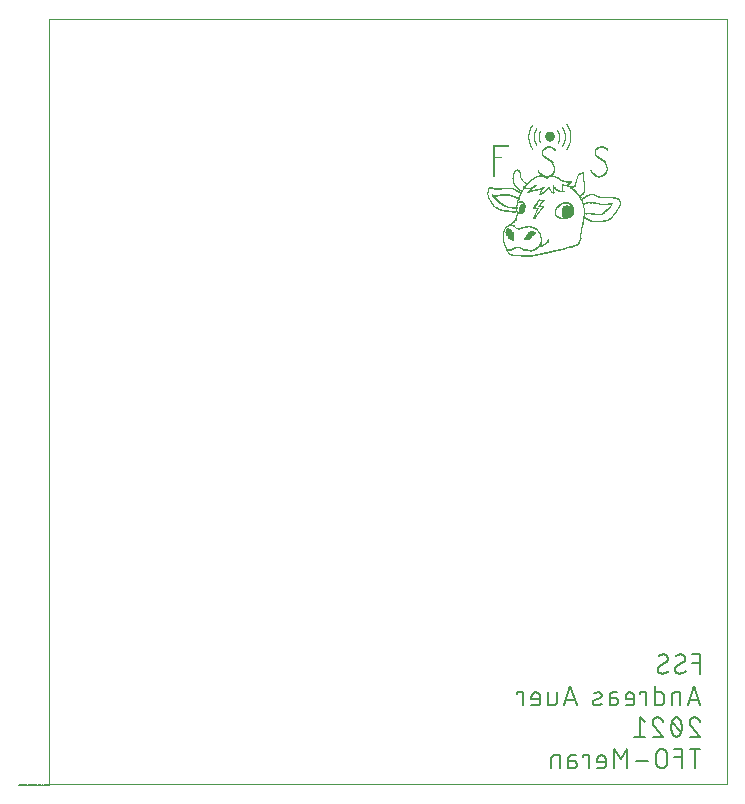
<source format=gbo>
G04 EAGLE Gerber RS-274X export*
G75*
%MOMM*%
%FSLAX34Y34*%
%LPD*%
%INSilkscreen Bottom*%
%IPPOS*%
%AMOC8*
5,1,8,0,0,1.08239X$1,22.5*%
G01*
%ADD10C,0.000000*%
%ADD11C,0.152400*%
%ADD12R,0.303694X0.013800*%
%ADD13R,0.745431X0.013806*%
%ADD14R,1.049131X0.013800*%
%ADD15R,1.642719X0.013800*%
%ADD16R,1.863581X0.013806*%
%ADD17R,0.952500X0.013800*%
%ADD18R,0.386519X0.013800*%
%ADD19R,0.773044X0.013800*%
%ADD20R,0.345106X0.013800*%
%ADD21R,0.262281X0.013806*%
%ADD22R,0.317500X0.013806*%
%ADD23R,0.179456X0.013800*%
%ADD24R,0.289888X0.013800*%
%ADD25R,0.151844X0.013806*%
%ADD26R,0.276087X0.013806*%
%ADD27R,0.124238X0.013800*%
%ADD28R,0.248475X0.013800*%
%ADD29R,0.110431X0.013800*%
%ADD30R,0.262281X0.013800*%
%ADD31R,0.069019X0.013806*%
%ADD32R,0.055213X0.013800*%
%ADD33R,0.276087X0.013800*%
%ADD34R,0.041413X0.013806*%
%ADD35R,0.289888X0.013806*%
%ADD36R,0.055219X0.013800*%
%ADD37R,0.317500X0.013800*%
%ADD38R,0.331306X0.013800*%
%ADD39R,0.055219X0.013806*%
%ADD40R,0.345113X0.013806*%
%ADD41R,0.069019X0.013800*%
%ADD42R,0.345113X0.013800*%
%ADD43R,0.055213X0.013806*%
%ADD44R,0.303694X0.013806*%
%ADD45R,0.289894X0.013800*%
%ADD46R,0.041413X0.013800*%
%ADD47R,0.041406X0.013800*%
%ADD48R,0.331300X0.013800*%
%ADD49R,0.041406X0.013806*%
%ADD50R,0.358913X0.013806*%
%ADD51R,0.207063X0.013800*%
%ADD52R,0.358913X0.013800*%
%ADD53R,0.441738X0.013806*%
%ADD54R,0.593581X0.013800*%
%ADD55R,0.331300X0.013806*%
%ADD56R,0.386519X0.013806*%
%ADD57R,0.372719X0.013800*%
%ADD58R,0.220869X0.013800*%
%ADD59R,0.427931X0.013800*%
%ADD60R,0.441738X0.013800*%
%ADD61R,0.193256X0.013800*%
%ADD62R,0.455544X0.013806*%
%ADD63R,0.372719X0.013806*%
%ADD64R,0.179456X0.013806*%
%ADD65R,0.151850X0.013800*%
%ADD66R,0.138044X0.013800*%
%ADD67R,0.096631X0.013800*%
%ADD68R,0.234675X0.013800*%
%ADD69R,0.082825X0.013806*%
%ADD70R,0.138044X0.013806*%
%ADD71R,0.110431X0.013806*%
%ADD72R,0.013806X0.013800*%
%ADD73R,0.124238X0.013806*%
%ADD74R,0.096631X0.013806*%
%ADD75R,0.138038X0.013800*%
%ADD76R,0.096625X0.013800*%
%ADD77R,0.096625X0.013806*%
%ADD78R,0.248475X0.013806*%
%ADD79R,0.234669X0.013800*%
%ADD80R,0.234675X0.013806*%
%ADD81R,0.151844X0.013800*%
%ADD82R,0.082825X0.013800*%
%ADD83R,0.165650X0.013800*%
%ADD84R,0.234669X0.013806*%
%ADD85R,0.496956X0.013800*%
%ADD86R,0.303700X0.013800*%
%ADD87R,0.082819X0.013806*%
%ADD88R,0.276081X0.013806*%
%ADD89R,0.220863X0.013800*%
%ADD90R,0.207063X0.013806*%
%ADD91R,0.179450X0.013806*%
%ADD92R,0.165650X0.013806*%
%ADD93R,0.193263X0.013800*%
%ADD94R,0.193263X0.013806*%
%ADD95R,0.193256X0.013806*%
%ADD96R,0.110438X0.013800*%
%ADD97R,0.151850X0.013806*%
%ADD98R,0.165656X0.013800*%
%ADD99R,0.027606X0.013800*%
%ADD100R,0.124244X0.013806*%
%ADD101R,0.069025X0.013806*%
%ADD102R,0.082819X0.013800*%
%ADD103R,0.027613X0.013800*%
%ADD104R,0.220869X0.013806*%
%ADD105R,0.027606X0.013806*%
%ADD106R,0.013800X0.013800*%
%ADD107R,0.276081X0.013800*%
%ADD108R,0.289894X0.013806*%
%ADD109R,0.331306X0.013806*%
%ADD110R,0.372713X0.013800*%
%ADD111R,0.400325X0.013806*%
%ADD112R,0.427938X0.013800*%
%ADD113R,0.414131X0.013800*%
%ADD114R,0.469350X0.013800*%
%ADD115R,0.469344X0.013800*%
%ADD116R,0.483150X0.013806*%
%ADD117R,0.455544X0.013800*%
%ADD118R,0.496950X0.013800*%
%ADD119R,0.496956X0.013806*%
%ADD120R,0.510763X0.013800*%
%ADD121R,0.510756X0.013806*%
%ADD122R,0.483150X0.013800*%
%ADD123R,0.510756X0.013800*%
%ADD124R,0.524569X0.013806*%
%ADD125R,0.524563X0.013800*%
%ADD126R,0.538369X0.013800*%
%ADD127R,0.538369X0.013806*%
%ADD128R,0.565975X0.013806*%
%ADD129R,0.552175X0.013800*%
%ADD130R,0.565975X0.013800*%
%ADD131R,0.552175X0.013806*%
%ADD132R,0.579781X0.013806*%
%ADD133R,0.579781X0.013800*%
%ADD134R,0.607388X0.013800*%
%ADD135R,0.607394X0.013806*%
%ADD136R,0.593588X0.013800*%
%ADD137R,0.621194X0.013800*%
%ADD138R,0.593588X0.013806*%
%ADD139R,0.621194X0.013806*%
%ADD140R,0.607394X0.013800*%
%ADD141R,0.635000X0.013800*%
%ADD142R,0.648806X0.013800*%
%ADD143R,0.662606X0.013806*%
%ADD144R,0.676406X0.013800*%
%ADD145R,0.690219X0.013800*%
%ADD146R,0.648800X0.013806*%
%ADD147R,0.690213X0.013806*%
%ADD148R,0.648800X0.013800*%
%ADD149R,0.690219X0.013806*%
%ADD150R,0.690213X0.013800*%
%ADD151R,0.648806X0.013806*%
%ADD152R,0.676413X0.013806*%
%ADD153R,0.662613X0.013800*%
%ADD154R,0.662606X0.013800*%
%ADD155R,0.635000X0.013806*%
%ADD156R,0.621200X0.013806*%
%ADD157R,0.510763X0.013806*%
%ADD158R,0.069025X0.013800*%
%ADD159R,0.427931X0.013806*%
%ADD160R,0.400325X0.013800*%
%ADD161R,0.220863X0.013806*%
%ADD162R,0.911088X0.013800*%
%ADD163R,1.076738X0.013806*%
%ADD164R,1.200975X0.013800*%
%ADD165R,1.311406X0.013806*%
%ADD166R,0.124244X0.013800*%
%ADD167R,0.110438X0.013806*%
%ADD168R,0.165656X0.013806*%
%ADD169R,0.717825X0.013800*%
%ADD170R,0.745438X0.013800*%
%ADD171R,0.786844X0.013806*%
%ADD172R,0.800650X0.013800*%
%ADD173R,0.828256X0.013800*%
%ADD174R,0.855869X0.013806*%
%ADD175R,0.869669X0.013800*%
%ADD176R,0.897281X0.013806*%
%ADD177R,0.924888X0.013806*%
%ADD178R,0.938694X0.013800*%
%ADD179R,0.966306X0.013806*%
%ADD180R,0.607388X0.013806*%
%ADD181R,0.966306X0.013800*%
%ADD182R,0.704019X0.013800*%
%ADD183R,0.980106X0.013800*%
%ADD184R,0.993906X0.013806*%
%ADD185R,0.993906X0.013800*%
%ADD186R,0.842063X0.013800*%
%ADD187R,1.007713X0.013806*%
%ADD188R,0.883475X0.013806*%
%ADD189R,1.007713X0.013800*%
%ADD190R,0.786844X0.013800*%
%ADD191R,1.021519X0.013806*%
%ADD192R,1.035325X0.013800*%
%ADD193R,1.035325X0.013806*%
%ADD194R,0.524563X0.013806*%
%ADD195R,0.345106X0.013806*%
%ADD196R,0.745431X0.013800*%
%ADD197R,0.842063X0.013806*%
%ADD198R,0.386525X0.013806*%
%ADD199R,1.021519X0.013800*%
%ADD200R,0.372713X0.013806*%
%ADD201R,0.469350X0.013806*%
%ADD202R,1.007719X0.013806*%
%ADD203R,1.007719X0.013800*%
%ADD204R,0.013800X0.013806*%
%ADD205R,0.980106X0.013806*%
%ADD206R,0.013806X0.013806*%
%ADD207R,0.538363X0.013806*%
%ADD208R,0.938694X0.013806*%
%ADD209R,0.538363X0.013800*%
%ADD210R,0.924888X0.013800*%
%ADD211R,0.704019X0.013806*%
%ADD212R,0.138038X0.013806*%
%ADD213R,0.911088X0.013806*%
%ADD214R,0.786850X0.013800*%
%ADD215R,0.897281X0.013800*%
%ADD216R,0.842069X0.013806*%
%ADD217R,0.869675X0.013800*%
%ADD218R,0.731631X0.013800*%
%ADD219R,0.179450X0.013800*%
%ADD220R,0.469344X0.013806*%
%ADD221R,0.455538X0.013800*%
%ADD222R,0.455538X0.013806*%
%ADD223R,0.414131X0.013806*%
%ADD224R,0.414125X0.013800*%
%ADD225R,0.869675X0.013806*%
%ADD226R,0.027613X0.013806*%
%ADD227R,0.717819X0.013806*%
%ADD228R,1.228588X0.013806*%
%ADD229R,1.270000X0.013800*%
%ADD230R,1.283800X0.013800*%
%ADD231R,1.242394X0.013806*%
%ADD232R,0.207069X0.013800*%
%ADD233R,0.828256X0.013806*%
%ADD234R,0.676413X0.013800*%
%ADD235R,1.131956X0.013800*%
%ADD236R,0.980113X0.013806*%
%ADD237R,1.214781X0.013800*%
%ADD238R,0.427938X0.013806*%
%ADD239R,0.759244X0.013800*%
%ADD240R,0.759244X0.013806*%
%ADD241R,0.552169X0.013800*%
%ADD242R,1.311413X0.013800*%
%ADD243R,1.311413X0.013806*%
%ADD244R,0.593581X0.013806*%
%ADD245R,0.731625X0.013806*%
%ADD246R,0.731625X0.013800*%
%ADD247R,0.759238X0.013800*%
%ADD248R,0.759238X0.013806*%
%ADD249R,0.773044X0.013806*%
%ADD250R,0.786850X0.013806*%
%ADD251R,0.717819X0.013800*%


D10*
X0Y0D02*
X574550Y0D01*
X574550Y647600D01*
X0Y647600D01*
X0Y0D01*
D11*
X551688Y93472D02*
X551688Y109728D01*
X544463Y109728D01*
X544463Y102503D02*
X551688Y102503D01*
X533794Y93472D02*
X533676Y93474D01*
X533558Y93480D01*
X533440Y93489D01*
X533323Y93503D01*
X533206Y93520D01*
X533089Y93541D01*
X532974Y93566D01*
X532859Y93595D01*
X532745Y93628D01*
X532633Y93664D01*
X532522Y93704D01*
X532412Y93747D01*
X532303Y93794D01*
X532196Y93844D01*
X532091Y93899D01*
X531988Y93956D01*
X531887Y94017D01*
X531787Y94081D01*
X531690Y94148D01*
X531595Y94218D01*
X531503Y94292D01*
X531412Y94368D01*
X531325Y94448D01*
X531240Y94530D01*
X531158Y94615D01*
X531078Y94702D01*
X531002Y94793D01*
X530928Y94885D01*
X530858Y94980D01*
X530791Y95077D01*
X530727Y95177D01*
X530666Y95278D01*
X530609Y95381D01*
X530554Y95486D01*
X530504Y95593D01*
X530457Y95702D01*
X530414Y95812D01*
X530374Y95923D01*
X530338Y96035D01*
X530305Y96149D01*
X530276Y96264D01*
X530251Y96379D01*
X530230Y96496D01*
X530213Y96613D01*
X530199Y96730D01*
X530190Y96848D01*
X530184Y96966D01*
X530182Y97084D01*
X533794Y93472D02*
X533977Y93474D01*
X534159Y93481D01*
X534341Y93492D01*
X534523Y93507D01*
X534705Y93527D01*
X534886Y93551D01*
X535066Y93579D01*
X535246Y93611D01*
X535425Y93648D01*
X535602Y93689D01*
X535779Y93735D01*
X535955Y93784D01*
X536130Y93838D01*
X536303Y93896D01*
X536474Y93958D01*
X536645Y94024D01*
X536813Y94095D01*
X536980Y94169D01*
X537145Y94247D01*
X537308Y94329D01*
X537469Y94415D01*
X537628Y94505D01*
X537785Y94599D01*
X537939Y94696D01*
X538091Y94797D01*
X538241Y94902D01*
X538388Y95010D01*
X538532Y95121D01*
X538674Y95236D01*
X538813Y95355D01*
X538949Y95477D01*
X539082Y95602D01*
X539212Y95730D01*
X538761Y106116D02*
X538759Y106234D01*
X538753Y106352D01*
X538744Y106470D01*
X538730Y106587D01*
X538713Y106704D01*
X538692Y106821D01*
X538667Y106936D01*
X538638Y107051D01*
X538605Y107165D01*
X538569Y107277D01*
X538529Y107388D01*
X538486Y107498D01*
X538439Y107607D01*
X538389Y107714D01*
X538334Y107819D01*
X538277Y107922D01*
X538216Y108023D01*
X538152Y108123D01*
X538085Y108220D01*
X538015Y108315D01*
X537941Y108407D01*
X537865Y108498D01*
X537785Y108585D01*
X537703Y108670D01*
X537618Y108752D01*
X537531Y108832D01*
X537440Y108908D01*
X537348Y108982D01*
X537253Y109052D01*
X537156Y109119D01*
X537056Y109183D01*
X536955Y109244D01*
X536852Y109301D01*
X536747Y109356D01*
X536640Y109406D01*
X536531Y109453D01*
X536421Y109496D01*
X536310Y109536D01*
X536198Y109572D01*
X536084Y109605D01*
X535969Y109634D01*
X535854Y109659D01*
X535737Y109680D01*
X535620Y109697D01*
X535503Y109711D01*
X535385Y109720D01*
X535267Y109726D01*
X535149Y109728D01*
X534988Y109726D01*
X534826Y109720D01*
X534665Y109711D01*
X534504Y109697D01*
X534344Y109680D01*
X534184Y109659D01*
X534024Y109634D01*
X533865Y109605D01*
X533707Y109573D01*
X533550Y109537D01*
X533394Y109497D01*
X533238Y109453D01*
X533084Y109405D01*
X532931Y109354D01*
X532779Y109300D01*
X532628Y109241D01*
X532479Y109180D01*
X532332Y109114D01*
X532186Y109045D01*
X532041Y108973D01*
X531899Y108897D01*
X531758Y108818D01*
X531619Y108736D01*
X531483Y108650D01*
X531348Y108561D01*
X531215Y108469D01*
X531085Y108373D01*
X536955Y102955D02*
X537056Y103017D01*
X537156Y103082D01*
X537253Y103151D01*
X537348Y103223D01*
X537441Y103297D01*
X537531Y103375D01*
X537619Y103456D01*
X537704Y103539D01*
X537786Y103625D01*
X537865Y103714D01*
X537942Y103805D01*
X538015Y103899D01*
X538086Y103995D01*
X538153Y104093D01*
X538217Y104193D01*
X538278Y104296D01*
X538335Y104400D01*
X538389Y104506D01*
X538439Y104614D01*
X538486Y104723D01*
X538530Y104834D01*
X538570Y104946D01*
X538606Y105060D01*
X538638Y105174D01*
X538667Y105290D01*
X538692Y105406D01*
X538713Y105523D01*
X538730Y105641D01*
X538744Y105759D01*
X538753Y105878D01*
X538759Y105997D01*
X538761Y106116D01*
X531988Y100245D02*
X531887Y100183D01*
X531787Y100118D01*
X531690Y100049D01*
X531595Y99977D01*
X531502Y99903D01*
X531412Y99825D01*
X531324Y99744D01*
X531239Y99661D01*
X531157Y99575D01*
X531078Y99486D01*
X531001Y99395D01*
X530928Y99301D01*
X530857Y99205D01*
X530790Y99107D01*
X530726Y99007D01*
X530665Y98904D01*
X530608Y98800D01*
X530554Y98694D01*
X530504Y98586D01*
X530457Y98477D01*
X530413Y98366D01*
X530373Y98254D01*
X530337Y98140D01*
X530305Y98026D01*
X530276Y97910D01*
X530251Y97794D01*
X530230Y97677D01*
X530213Y97559D01*
X530199Y97441D01*
X530190Y97322D01*
X530184Y97203D01*
X530182Y97084D01*
X531988Y100245D02*
X536955Y102955D01*
X519205Y93472D02*
X519087Y93474D01*
X518969Y93480D01*
X518851Y93489D01*
X518734Y93503D01*
X518617Y93520D01*
X518500Y93541D01*
X518385Y93566D01*
X518270Y93595D01*
X518156Y93628D01*
X518044Y93664D01*
X517933Y93704D01*
X517823Y93747D01*
X517714Y93794D01*
X517607Y93844D01*
X517502Y93899D01*
X517399Y93956D01*
X517298Y94017D01*
X517198Y94081D01*
X517101Y94148D01*
X517006Y94218D01*
X516914Y94292D01*
X516823Y94368D01*
X516736Y94448D01*
X516651Y94530D01*
X516569Y94615D01*
X516489Y94702D01*
X516413Y94793D01*
X516339Y94885D01*
X516269Y94980D01*
X516202Y95077D01*
X516138Y95177D01*
X516077Y95278D01*
X516020Y95381D01*
X515965Y95486D01*
X515915Y95593D01*
X515868Y95702D01*
X515825Y95812D01*
X515785Y95923D01*
X515749Y96035D01*
X515716Y96149D01*
X515687Y96264D01*
X515662Y96379D01*
X515641Y96496D01*
X515624Y96613D01*
X515610Y96730D01*
X515601Y96848D01*
X515595Y96966D01*
X515593Y97084D01*
X519205Y93472D02*
X519388Y93474D01*
X519570Y93481D01*
X519752Y93492D01*
X519934Y93507D01*
X520116Y93527D01*
X520297Y93551D01*
X520477Y93579D01*
X520657Y93611D01*
X520836Y93648D01*
X521013Y93689D01*
X521190Y93735D01*
X521366Y93784D01*
X521541Y93838D01*
X521714Y93896D01*
X521885Y93958D01*
X522056Y94024D01*
X522224Y94095D01*
X522391Y94169D01*
X522556Y94247D01*
X522719Y94329D01*
X522880Y94415D01*
X523039Y94505D01*
X523196Y94599D01*
X523350Y94696D01*
X523502Y94797D01*
X523652Y94902D01*
X523799Y95010D01*
X523943Y95121D01*
X524085Y95236D01*
X524224Y95355D01*
X524360Y95477D01*
X524493Y95602D01*
X524623Y95730D01*
X524172Y106116D02*
X524170Y106234D01*
X524164Y106352D01*
X524155Y106470D01*
X524141Y106587D01*
X524124Y106704D01*
X524103Y106821D01*
X524078Y106936D01*
X524049Y107051D01*
X524016Y107165D01*
X523980Y107277D01*
X523940Y107388D01*
X523897Y107498D01*
X523850Y107607D01*
X523800Y107714D01*
X523745Y107819D01*
X523688Y107922D01*
X523627Y108023D01*
X523563Y108123D01*
X523496Y108220D01*
X523426Y108315D01*
X523352Y108407D01*
X523276Y108498D01*
X523196Y108585D01*
X523114Y108670D01*
X523029Y108752D01*
X522942Y108832D01*
X522851Y108908D01*
X522759Y108982D01*
X522664Y109052D01*
X522567Y109119D01*
X522467Y109183D01*
X522366Y109244D01*
X522263Y109301D01*
X522158Y109356D01*
X522051Y109406D01*
X521942Y109453D01*
X521832Y109496D01*
X521721Y109536D01*
X521609Y109572D01*
X521495Y109605D01*
X521380Y109634D01*
X521265Y109659D01*
X521148Y109680D01*
X521031Y109697D01*
X520914Y109711D01*
X520796Y109720D01*
X520678Y109726D01*
X520560Y109728D01*
X520399Y109726D01*
X520237Y109720D01*
X520076Y109711D01*
X519915Y109697D01*
X519755Y109680D01*
X519595Y109659D01*
X519435Y109634D01*
X519276Y109605D01*
X519118Y109573D01*
X518961Y109537D01*
X518805Y109497D01*
X518649Y109453D01*
X518495Y109405D01*
X518342Y109354D01*
X518190Y109300D01*
X518039Y109241D01*
X517890Y109180D01*
X517743Y109114D01*
X517597Y109045D01*
X517452Y108973D01*
X517310Y108897D01*
X517169Y108818D01*
X517030Y108736D01*
X516894Y108650D01*
X516759Y108561D01*
X516626Y108469D01*
X516496Y108373D01*
X522366Y102955D02*
X522467Y103017D01*
X522567Y103082D01*
X522664Y103151D01*
X522759Y103223D01*
X522852Y103297D01*
X522942Y103375D01*
X523030Y103456D01*
X523115Y103539D01*
X523197Y103625D01*
X523276Y103714D01*
X523353Y103805D01*
X523426Y103899D01*
X523497Y103995D01*
X523564Y104093D01*
X523628Y104193D01*
X523689Y104296D01*
X523746Y104400D01*
X523800Y104506D01*
X523850Y104614D01*
X523897Y104723D01*
X523941Y104834D01*
X523981Y104946D01*
X524017Y105060D01*
X524049Y105174D01*
X524078Y105290D01*
X524103Y105406D01*
X524124Y105523D01*
X524141Y105641D01*
X524155Y105759D01*
X524164Y105878D01*
X524170Y105997D01*
X524172Y106116D01*
X517398Y100245D02*
X517297Y100183D01*
X517197Y100118D01*
X517100Y100049D01*
X517005Y99977D01*
X516912Y99903D01*
X516822Y99825D01*
X516734Y99744D01*
X516649Y99661D01*
X516567Y99575D01*
X516488Y99486D01*
X516411Y99395D01*
X516338Y99301D01*
X516267Y99205D01*
X516200Y99107D01*
X516136Y99007D01*
X516075Y98904D01*
X516018Y98800D01*
X515964Y98694D01*
X515914Y98586D01*
X515867Y98477D01*
X515823Y98366D01*
X515783Y98254D01*
X515747Y98140D01*
X515715Y98026D01*
X515686Y97910D01*
X515661Y97794D01*
X515640Y97677D01*
X515623Y97559D01*
X515609Y97441D01*
X515600Y97322D01*
X515594Y97203D01*
X515592Y97084D01*
X517399Y100245D02*
X522366Y102955D01*
X546269Y83058D02*
X551688Y66802D01*
X540851Y66802D02*
X546269Y83058D01*
X542205Y70866D02*
X550333Y70866D01*
X534772Y66802D02*
X534772Y77639D01*
X530256Y77639D01*
X530152Y77637D01*
X530049Y77631D01*
X529945Y77621D01*
X529842Y77607D01*
X529740Y77589D01*
X529639Y77568D01*
X529538Y77542D01*
X529439Y77513D01*
X529340Y77480D01*
X529243Y77443D01*
X529148Y77402D01*
X529054Y77358D01*
X528962Y77310D01*
X528872Y77259D01*
X528783Y77204D01*
X528697Y77146D01*
X528614Y77084D01*
X528532Y77020D01*
X528454Y76952D01*
X528378Y76882D01*
X528304Y76809D01*
X528234Y76732D01*
X528166Y76654D01*
X528102Y76572D01*
X528040Y76489D01*
X527982Y76403D01*
X527927Y76314D01*
X527876Y76224D01*
X527828Y76132D01*
X527784Y76038D01*
X527743Y75943D01*
X527706Y75846D01*
X527673Y75747D01*
X527644Y75648D01*
X527618Y75547D01*
X527597Y75446D01*
X527579Y75344D01*
X527565Y75241D01*
X527555Y75137D01*
X527549Y75034D01*
X527547Y74930D01*
X527547Y66802D01*
X513552Y66802D02*
X513552Y83058D01*
X513552Y66802D02*
X518067Y66802D01*
X518168Y66804D01*
X518269Y66810D01*
X518370Y66819D01*
X518471Y66832D01*
X518571Y66849D01*
X518670Y66870D01*
X518768Y66894D01*
X518865Y66922D01*
X518962Y66954D01*
X519057Y66989D01*
X519150Y67028D01*
X519242Y67070D01*
X519333Y67116D01*
X519422Y67165D01*
X519508Y67217D01*
X519593Y67273D01*
X519676Y67331D01*
X519756Y67393D01*
X519834Y67458D01*
X519910Y67525D01*
X519983Y67595D01*
X520053Y67668D01*
X520120Y67744D01*
X520185Y67822D01*
X520247Y67902D01*
X520305Y67985D01*
X520361Y68070D01*
X520413Y68156D01*
X520462Y68245D01*
X520508Y68336D01*
X520550Y68428D01*
X520589Y68521D01*
X520624Y68616D01*
X520656Y68713D01*
X520684Y68810D01*
X520708Y68908D01*
X520729Y69007D01*
X520746Y69107D01*
X520759Y69208D01*
X520768Y69309D01*
X520774Y69410D01*
X520776Y69511D01*
X520777Y69511D02*
X520777Y74930D01*
X520776Y74930D02*
X520774Y75031D01*
X520768Y75132D01*
X520759Y75233D01*
X520746Y75334D01*
X520729Y75434D01*
X520708Y75533D01*
X520684Y75631D01*
X520656Y75728D01*
X520624Y75825D01*
X520589Y75920D01*
X520550Y76013D01*
X520508Y76105D01*
X520462Y76196D01*
X520413Y76285D01*
X520361Y76371D01*
X520305Y76456D01*
X520247Y76539D01*
X520185Y76619D01*
X520120Y76697D01*
X520053Y76773D01*
X519983Y76846D01*
X519910Y76916D01*
X519834Y76983D01*
X519756Y77048D01*
X519676Y77110D01*
X519593Y77168D01*
X519508Y77224D01*
X519422Y77276D01*
X519333Y77325D01*
X519242Y77371D01*
X519150Y77413D01*
X519057Y77452D01*
X518962Y77487D01*
X518865Y77519D01*
X518768Y77547D01*
X518670Y77571D01*
X518571Y77592D01*
X518471Y77609D01*
X518370Y77622D01*
X518269Y77631D01*
X518168Y77637D01*
X518067Y77639D01*
X513552Y77639D01*
X506030Y77639D02*
X506030Y66802D01*
X506030Y77639D02*
X500611Y77639D01*
X500611Y75833D01*
X492984Y66802D02*
X488469Y66802D01*
X492984Y66802D02*
X493085Y66804D01*
X493186Y66810D01*
X493287Y66819D01*
X493388Y66832D01*
X493488Y66849D01*
X493587Y66870D01*
X493685Y66894D01*
X493782Y66922D01*
X493879Y66954D01*
X493974Y66989D01*
X494067Y67028D01*
X494159Y67070D01*
X494250Y67116D01*
X494339Y67165D01*
X494425Y67217D01*
X494510Y67273D01*
X494593Y67331D01*
X494673Y67393D01*
X494751Y67458D01*
X494827Y67525D01*
X494900Y67595D01*
X494970Y67668D01*
X495037Y67744D01*
X495102Y67822D01*
X495164Y67902D01*
X495222Y67985D01*
X495278Y68070D01*
X495330Y68156D01*
X495379Y68245D01*
X495425Y68336D01*
X495467Y68428D01*
X495506Y68521D01*
X495541Y68616D01*
X495573Y68713D01*
X495601Y68810D01*
X495625Y68908D01*
X495646Y69007D01*
X495663Y69107D01*
X495676Y69208D01*
X495685Y69309D01*
X495691Y69410D01*
X495693Y69511D01*
X495694Y69511D02*
X495694Y74027D01*
X495693Y74027D02*
X495691Y74146D01*
X495685Y74266D01*
X495675Y74385D01*
X495661Y74503D01*
X495644Y74622D01*
X495622Y74739D01*
X495597Y74856D01*
X495567Y74971D01*
X495534Y75086D01*
X495497Y75200D01*
X495457Y75312D01*
X495412Y75423D01*
X495364Y75532D01*
X495313Y75640D01*
X495258Y75746D01*
X495199Y75850D01*
X495137Y75952D01*
X495072Y76052D01*
X495003Y76150D01*
X494931Y76246D01*
X494856Y76339D01*
X494779Y76429D01*
X494698Y76517D01*
X494614Y76602D01*
X494527Y76684D01*
X494438Y76764D01*
X494346Y76840D01*
X494252Y76914D01*
X494155Y76984D01*
X494057Y77051D01*
X493956Y77115D01*
X493852Y77175D01*
X493747Y77232D01*
X493640Y77285D01*
X493532Y77335D01*
X493422Y77381D01*
X493310Y77423D01*
X493197Y77462D01*
X493083Y77497D01*
X492968Y77528D01*
X492851Y77556D01*
X492734Y77579D01*
X492617Y77599D01*
X492498Y77615D01*
X492379Y77627D01*
X492260Y77635D01*
X492141Y77639D01*
X492021Y77639D01*
X491902Y77635D01*
X491783Y77627D01*
X491664Y77615D01*
X491545Y77599D01*
X491428Y77579D01*
X491311Y77556D01*
X491194Y77528D01*
X491079Y77497D01*
X490965Y77462D01*
X490852Y77423D01*
X490740Y77381D01*
X490630Y77335D01*
X490522Y77285D01*
X490415Y77232D01*
X490310Y77175D01*
X490206Y77115D01*
X490105Y77051D01*
X490007Y76984D01*
X489910Y76914D01*
X489816Y76840D01*
X489724Y76764D01*
X489635Y76684D01*
X489548Y76602D01*
X489464Y76517D01*
X489383Y76429D01*
X489306Y76339D01*
X489231Y76246D01*
X489159Y76150D01*
X489090Y76052D01*
X489025Y75952D01*
X488963Y75850D01*
X488904Y75746D01*
X488849Y75640D01*
X488798Y75532D01*
X488750Y75423D01*
X488705Y75312D01*
X488665Y75200D01*
X488628Y75086D01*
X488595Y74971D01*
X488565Y74856D01*
X488540Y74739D01*
X488518Y74622D01*
X488501Y74503D01*
X488487Y74385D01*
X488477Y74266D01*
X488471Y74146D01*
X488469Y74027D01*
X488469Y72221D01*
X495694Y72221D01*
X479059Y73124D02*
X474995Y73124D01*
X479059Y73124D02*
X479171Y73122D01*
X479282Y73116D01*
X479393Y73106D01*
X479504Y73093D01*
X479614Y73075D01*
X479723Y73053D01*
X479832Y73028D01*
X479940Y72999D01*
X480046Y72966D01*
X480152Y72929D01*
X480256Y72889D01*
X480358Y72845D01*
X480459Y72797D01*
X480558Y72746D01*
X480656Y72691D01*
X480751Y72633D01*
X480844Y72572D01*
X480935Y72507D01*
X481024Y72439D01*
X481110Y72368D01*
X481193Y72295D01*
X481274Y72218D01*
X481353Y72138D01*
X481428Y72056D01*
X481500Y71971D01*
X481570Y71884D01*
X481636Y71794D01*
X481699Y71702D01*
X481759Y71607D01*
X481815Y71511D01*
X481868Y71413D01*
X481917Y71313D01*
X481963Y71211D01*
X482005Y71108D01*
X482044Y71003D01*
X482079Y70897D01*
X482110Y70790D01*
X482137Y70682D01*
X482161Y70573D01*
X482180Y70463D01*
X482196Y70353D01*
X482208Y70242D01*
X482216Y70130D01*
X482220Y70019D01*
X482220Y69907D01*
X482216Y69796D01*
X482208Y69684D01*
X482196Y69573D01*
X482180Y69463D01*
X482161Y69353D01*
X482137Y69244D01*
X482110Y69136D01*
X482079Y69029D01*
X482044Y68923D01*
X482005Y68818D01*
X481963Y68715D01*
X481917Y68613D01*
X481868Y68513D01*
X481815Y68415D01*
X481759Y68319D01*
X481699Y68224D01*
X481636Y68132D01*
X481570Y68042D01*
X481500Y67955D01*
X481428Y67870D01*
X481353Y67788D01*
X481274Y67708D01*
X481193Y67631D01*
X481110Y67558D01*
X481024Y67487D01*
X480935Y67419D01*
X480844Y67354D01*
X480751Y67293D01*
X480656Y67235D01*
X480558Y67180D01*
X480459Y67129D01*
X480358Y67081D01*
X480256Y67037D01*
X480152Y66997D01*
X480046Y66960D01*
X479940Y66927D01*
X479832Y66898D01*
X479723Y66873D01*
X479614Y66851D01*
X479504Y66833D01*
X479393Y66820D01*
X479282Y66810D01*
X479171Y66804D01*
X479059Y66802D01*
X474995Y66802D01*
X474995Y74930D01*
X474997Y75031D01*
X475003Y75132D01*
X475012Y75233D01*
X475025Y75334D01*
X475042Y75434D01*
X475063Y75533D01*
X475087Y75631D01*
X475115Y75728D01*
X475147Y75825D01*
X475182Y75920D01*
X475221Y76013D01*
X475263Y76105D01*
X475309Y76196D01*
X475358Y76285D01*
X475410Y76371D01*
X475466Y76456D01*
X475524Y76539D01*
X475586Y76619D01*
X475651Y76697D01*
X475718Y76773D01*
X475788Y76846D01*
X475861Y76916D01*
X475937Y76983D01*
X476015Y77048D01*
X476095Y77110D01*
X476178Y77168D01*
X476263Y77224D01*
X476350Y77276D01*
X476438Y77325D01*
X476529Y77371D01*
X476621Y77413D01*
X476714Y77452D01*
X476809Y77487D01*
X476906Y77519D01*
X477003Y77547D01*
X477101Y77571D01*
X477200Y77592D01*
X477300Y77609D01*
X477401Y77622D01*
X477502Y77631D01*
X477603Y77637D01*
X477704Y77639D01*
X481317Y77639D01*
X466724Y73124D02*
X462208Y71318D01*
X466724Y73124D02*
X466812Y73161D01*
X466898Y73202D01*
X466983Y73246D01*
X467066Y73294D01*
X467146Y73345D01*
X467225Y73399D01*
X467301Y73457D01*
X467375Y73517D01*
X467447Y73581D01*
X467515Y73647D01*
X467581Y73717D01*
X467644Y73788D01*
X467705Y73863D01*
X467762Y73939D01*
X467815Y74018D01*
X467866Y74099D01*
X467913Y74182D01*
X467957Y74267D01*
X467997Y74354D01*
X468034Y74442D01*
X468067Y74532D01*
X468097Y74623D01*
X468122Y74715D01*
X468144Y74808D01*
X468162Y74902D01*
X468177Y74996D01*
X468187Y75091D01*
X468193Y75187D01*
X468196Y75282D01*
X468195Y75378D01*
X468189Y75473D01*
X468180Y75569D01*
X468167Y75663D01*
X468151Y75757D01*
X468130Y75851D01*
X468105Y75943D01*
X468077Y76034D01*
X468045Y76124D01*
X468010Y76213D01*
X467971Y76300D01*
X467928Y76386D01*
X467882Y76470D01*
X467832Y76551D01*
X467780Y76631D01*
X467724Y76709D01*
X467664Y76784D01*
X467602Y76856D01*
X467537Y76926D01*
X467469Y76994D01*
X467399Y77058D01*
X467326Y77120D01*
X467250Y77178D01*
X467172Y77234D01*
X467092Y77286D01*
X467010Y77335D01*
X466926Y77380D01*
X466840Y77422D01*
X466753Y77461D01*
X466664Y77496D01*
X466573Y77527D01*
X466482Y77554D01*
X466389Y77578D01*
X466296Y77598D01*
X466202Y77614D01*
X466107Y77626D01*
X466012Y77635D01*
X465916Y77639D01*
X465821Y77640D01*
X465574Y77633D01*
X465328Y77621D01*
X465082Y77603D01*
X464836Y77578D01*
X464592Y77548D01*
X464348Y77512D01*
X464105Y77471D01*
X463863Y77423D01*
X463622Y77369D01*
X463383Y77310D01*
X463145Y77245D01*
X462909Y77174D01*
X462674Y77098D01*
X462441Y77016D01*
X462211Y76928D01*
X461983Y76835D01*
X461756Y76737D01*
X462208Y71317D02*
X462120Y71280D01*
X462034Y71239D01*
X461949Y71195D01*
X461866Y71147D01*
X461786Y71096D01*
X461707Y71042D01*
X461631Y70984D01*
X461557Y70924D01*
X461485Y70860D01*
X461417Y70794D01*
X461351Y70724D01*
X461288Y70653D01*
X461227Y70578D01*
X461170Y70502D01*
X461117Y70423D01*
X461066Y70342D01*
X461019Y70259D01*
X460975Y70174D01*
X460935Y70087D01*
X460898Y69999D01*
X460865Y69909D01*
X460835Y69818D01*
X460810Y69726D01*
X460788Y69633D01*
X460770Y69539D01*
X460755Y69445D01*
X460745Y69350D01*
X460739Y69254D01*
X460736Y69159D01*
X460737Y69063D01*
X460743Y68968D01*
X460752Y68872D01*
X460765Y68778D01*
X460781Y68684D01*
X460802Y68590D01*
X460827Y68498D01*
X460855Y68407D01*
X460887Y68317D01*
X460922Y68228D01*
X460961Y68141D01*
X461004Y68055D01*
X461050Y67971D01*
X461100Y67890D01*
X461152Y67810D01*
X461208Y67732D01*
X461268Y67657D01*
X461330Y67585D01*
X461395Y67515D01*
X461463Y67447D01*
X461533Y67383D01*
X461606Y67321D01*
X461682Y67263D01*
X461760Y67207D01*
X461840Y67155D01*
X461922Y67106D01*
X462006Y67061D01*
X462092Y67019D01*
X462179Y66980D01*
X462268Y66945D01*
X462359Y66914D01*
X462450Y66887D01*
X462543Y66863D01*
X462636Y66843D01*
X462730Y66827D01*
X462825Y66815D01*
X462920Y66806D01*
X463016Y66802D01*
X463111Y66801D01*
X463112Y66802D02*
X463474Y66811D01*
X463836Y66829D01*
X464197Y66856D01*
X464557Y66891D01*
X464917Y66934D01*
X465276Y66986D01*
X465633Y67047D01*
X465988Y67116D01*
X466342Y67193D01*
X466694Y67279D01*
X467044Y67373D01*
X467392Y67476D01*
X467737Y67586D01*
X468079Y67705D01*
X446959Y66802D02*
X441540Y83058D01*
X436122Y66802D01*
X437476Y70866D02*
X445604Y70866D01*
X430042Y69511D02*
X430042Y77639D01*
X430042Y69511D02*
X430040Y69410D01*
X430034Y69309D01*
X430025Y69208D01*
X430012Y69107D01*
X429995Y69007D01*
X429974Y68908D01*
X429950Y68810D01*
X429922Y68713D01*
X429890Y68616D01*
X429855Y68521D01*
X429816Y68428D01*
X429774Y68336D01*
X429728Y68245D01*
X429679Y68156D01*
X429627Y68070D01*
X429571Y67985D01*
X429513Y67902D01*
X429451Y67822D01*
X429386Y67744D01*
X429319Y67668D01*
X429249Y67595D01*
X429176Y67525D01*
X429100Y67458D01*
X429022Y67393D01*
X428942Y67331D01*
X428859Y67273D01*
X428774Y67217D01*
X428688Y67165D01*
X428599Y67116D01*
X428508Y67070D01*
X428416Y67028D01*
X428323Y66989D01*
X428228Y66954D01*
X428131Y66922D01*
X428034Y66894D01*
X427936Y66870D01*
X427837Y66849D01*
X427737Y66832D01*
X427636Y66819D01*
X427535Y66810D01*
X427434Y66804D01*
X427333Y66802D01*
X422818Y66802D01*
X422818Y77639D01*
X413265Y66802D02*
X408749Y66802D01*
X413265Y66802D02*
X413366Y66804D01*
X413467Y66810D01*
X413568Y66819D01*
X413669Y66832D01*
X413769Y66849D01*
X413868Y66870D01*
X413966Y66894D01*
X414063Y66922D01*
X414160Y66954D01*
X414255Y66989D01*
X414348Y67028D01*
X414440Y67070D01*
X414531Y67116D01*
X414620Y67165D01*
X414706Y67217D01*
X414791Y67273D01*
X414874Y67331D01*
X414954Y67393D01*
X415032Y67458D01*
X415108Y67525D01*
X415181Y67595D01*
X415251Y67668D01*
X415318Y67744D01*
X415383Y67822D01*
X415445Y67902D01*
X415503Y67985D01*
X415559Y68070D01*
X415611Y68156D01*
X415660Y68245D01*
X415706Y68336D01*
X415748Y68428D01*
X415787Y68521D01*
X415822Y68616D01*
X415854Y68713D01*
X415882Y68810D01*
X415906Y68908D01*
X415927Y69007D01*
X415944Y69107D01*
X415957Y69208D01*
X415966Y69309D01*
X415972Y69410D01*
X415974Y69511D01*
X415974Y74027D01*
X415972Y74146D01*
X415966Y74266D01*
X415956Y74385D01*
X415942Y74503D01*
X415925Y74622D01*
X415903Y74739D01*
X415878Y74856D01*
X415848Y74971D01*
X415815Y75086D01*
X415778Y75200D01*
X415738Y75312D01*
X415693Y75423D01*
X415645Y75532D01*
X415594Y75640D01*
X415539Y75746D01*
X415480Y75850D01*
X415418Y75952D01*
X415353Y76052D01*
X415284Y76150D01*
X415212Y76246D01*
X415137Y76339D01*
X415060Y76429D01*
X414979Y76517D01*
X414895Y76602D01*
X414808Y76684D01*
X414719Y76764D01*
X414627Y76840D01*
X414533Y76914D01*
X414436Y76984D01*
X414338Y77051D01*
X414237Y77115D01*
X414133Y77175D01*
X414028Y77232D01*
X413921Y77285D01*
X413813Y77335D01*
X413703Y77381D01*
X413591Y77423D01*
X413478Y77462D01*
X413364Y77497D01*
X413249Y77528D01*
X413132Y77556D01*
X413015Y77579D01*
X412898Y77599D01*
X412779Y77615D01*
X412660Y77627D01*
X412541Y77635D01*
X412422Y77639D01*
X412302Y77639D01*
X412183Y77635D01*
X412064Y77627D01*
X411945Y77615D01*
X411826Y77599D01*
X411709Y77579D01*
X411592Y77556D01*
X411475Y77528D01*
X411360Y77497D01*
X411246Y77462D01*
X411133Y77423D01*
X411021Y77381D01*
X410911Y77335D01*
X410803Y77285D01*
X410696Y77232D01*
X410591Y77175D01*
X410487Y77115D01*
X410386Y77051D01*
X410288Y76984D01*
X410191Y76914D01*
X410097Y76840D01*
X410005Y76764D01*
X409916Y76684D01*
X409829Y76602D01*
X409745Y76517D01*
X409664Y76429D01*
X409587Y76339D01*
X409512Y76246D01*
X409440Y76150D01*
X409371Y76052D01*
X409306Y75952D01*
X409244Y75850D01*
X409185Y75746D01*
X409130Y75640D01*
X409079Y75532D01*
X409031Y75423D01*
X408986Y75312D01*
X408946Y75200D01*
X408909Y75086D01*
X408876Y74971D01*
X408846Y74856D01*
X408821Y74739D01*
X408799Y74622D01*
X408782Y74503D01*
X408768Y74385D01*
X408758Y74266D01*
X408752Y74146D01*
X408750Y74027D01*
X408749Y74027D02*
X408749Y72221D01*
X415974Y72221D01*
X401821Y66802D02*
X401821Y77639D01*
X396403Y77639D01*
X396403Y75833D01*
X542657Y52324D02*
X542659Y52449D01*
X542665Y52574D01*
X542674Y52699D01*
X542688Y52823D01*
X542705Y52947D01*
X542726Y53071D01*
X542751Y53193D01*
X542780Y53315D01*
X542812Y53436D01*
X542848Y53556D01*
X542888Y53675D01*
X542931Y53792D01*
X542978Y53908D01*
X543029Y54023D01*
X543083Y54135D01*
X543141Y54247D01*
X543201Y54356D01*
X543266Y54463D01*
X543333Y54569D01*
X543404Y54672D01*
X543478Y54773D01*
X543555Y54872D01*
X543635Y54968D01*
X543718Y55062D01*
X543803Y55153D01*
X543892Y55242D01*
X543983Y55327D01*
X544077Y55410D01*
X544173Y55490D01*
X544272Y55567D01*
X544373Y55641D01*
X544476Y55712D01*
X544582Y55779D01*
X544689Y55844D01*
X544798Y55904D01*
X544910Y55962D01*
X545022Y56016D01*
X545137Y56067D01*
X545253Y56114D01*
X545370Y56157D01*
X545489Y56197D01*
X545609Y56233D01*
X545730Y56265D01*
X545852Y56294D01*
X545974Y56319D01*
X546098Y56340D01*
X546222Y56357D01*
X546346Y56371D01*
X546471Y56380D01*
X546596Y56386D01*
X546721Y56388D01*
X546864Y56386D01*
X547006Y56380D01*
X547149Y56370D01*
X547291Y56357D01*
X547432Y56339D01*
X547574Y56318D01*
X547714Y56293D01*
X547854Y56264D01*
X547993Y56231D01*
X548131Y56194D01*
X548268Y56154D01*
X548403Y56110D01*
X548538Y56062D01*
X548671Y56010D01*
X548803Y55955D01*
X548933Y55896D01*
X549061Y55834D01*
X549188Y55768D01*
X549313Y55699D01*
X549436Y55627D01*
X549557Y55551D01*
X549675Y55472D01*
X549792Y55389D01*
X549906Y55304D01*
X550018Y55215D01*
X550127Y55124D01*
X550234Y55029D01*
X550339Y54932D01*
X550440Y54831D01*
X550539Y54728D01*
X550635Y54623D01*
X550728Y54514D01*
X550818Y54403D01*
X550905Y54290D01*
X550989Y54175D01*
X551069Y54057D01*
X551147Y53937D01*
X551221Y53815D01*
X551291Y53691D01*
X551359Y53565D01*
X551422Y53437D01*
X551483Y53308D01*
X551540Y53177D01*
X551593Y53045D01*
X551642Y52911D01*
X551688Y52776D01*
X544012Y49163D02*
X543918Y49255D01*
X543828Y49349D01*
X543740Y49446D01*
X543655Y49546D01*
X543573Y49648D01*
X543494Y49753D01*
X543419Y49860D01*
X543347Y49969D01*
X543278Y50080D01*
X543212Y50194D01*
X543150Y50309D01*
X543091Y50426D01*
X543036Y50545D01*
X542985Y50665D01*
X542937Y50787D01*
X542892Y50910D01*
X542852Y51034D01*
X542815Y51160D01*
X542782Y51287D01*
X542753Y51414D01*
X542727Y51543D01*
X542706Y51672D01*
X542688Y51802D01*
X542675Y51932D01*
X542665Y52062D01*
X542659Y52193D01*
X542657Y52324D01*
X544012Y49163D02*
X551688Y40132D01*
X542657Y40132D01*
X536057Y48260D02*
X536053Y48580D01*
X536042Y48899D01*
X536023Y49219D01*
X535996Y49537D01*
X535962Y49855D01*
X535920Y50172D01*
X535870Y50488D01*
X535813Y50803D01*
X535749Y51116D01*
X535677Y51428D01*
X535598Y51738D01*
X535511Y52045D01*
X535417Y52351D01*
X535316Y52654D01*
X535207Y52955D01*
X535092Y53253D01*
X534969Y53549D01*
X534839Y53841D01*
X534702Y54130D01*
X534702Y54131D02*
X534663Y54239D01*
X534620Y54346D01*
X534574Y54451D01*
X534523Y54555D01*
X534470Y54657D01*
X534413Y54757D01*
X534352Y54855D01*
X534288Y54950D01*
X534221Y55044D01*
X534150Y55135D01*
X534077Y55224D01*
X534000Y55310D01*
X533921Y55393D01*
X533839Y55474D01*
X533754Y55552D01*
X533666Y55626D01*
X533576Y55698D01*
X533484Y55766D01*
X533389Y55832D01*
X533292Y55894D01*
X533193Y55952D01*
X533091Y56008D01*
X532989Y56059D01*
X532884Y56107D01*
X532778Y56152D01*
X532670Y56193D01*
X532561Y56230D01*
X532451Y56263D01*
X532339Y56292D01*
X532227Y56318D01*
X532114Y56340D01*
X532000Y56357D01*
X531886Y56371D01*
X531771Y56381D01*
X531656Y56387D01*
X531541Y56389D01*
X531541Y56388D02*
X531426Y56386D01*
X531311Y56380D01*
X531196Y56370D01*
X531082Y56356D01*
X530968Y56339D01*
X530855Y56317D01*
X530743Y56291D01*
X530631Y56262D01*
X530521Y56229D01*
X530412Y56192D01*
X530304Y56151D01*
X530198Y56106D01*
X530094Y56058D01*
X529991Y56007D01*
X529890Y55951D01*
X529790Y55893D01*
X529693Y55831D01*
X529599Y55766D01*
X529506Y55697D01*
X529416Y55625D01*
X529328Y55551D01*
X529243Y55473D01*
X529161Y55392D01*
X529082Y55309D01*
X529005Y55223D01*
X528932Y55134D01*
X528861Y55043D01*
X528794Y54949D01*
X528730Y54854D01*
X528669Y54756D01*
X528612Y54656D01*
X528559Y54554D01*
X528508Y54450D01*
X528462Y54345D01*
X528419Y54238D01*
X528380Y54130D01*
X528381Y54130D02*
X528244Y53841D01*
X528114Y53549D01*
X527991Y53253D01*
X527876Y52955D01*
X527767Y52654D01*
X527666Y52351D01*
X527572Y52045D01*
X527485Y51738D01*
X527406Y51428D01*
X527334Y51116D01*
X527270Y50803D01*
X527213Y50488D01*
X527163Y50172D01*
X527121Y49855D01*
X527087Y49537D01*
X527060Y49219D01*
X527041Y48899D01*
X527030Y48580D01*
X527026Y48260D01*
X536056Y48260D02*
X536052Y47940D01*
X536041Y47621D01*
X536022Y47301D01*
X535995Y46983D01*
X535961Y46665D01*
X535919Y46348D01*
X535869Y46032D01*
X535812Y45717D01*
X535748Y45404D01*
X535676Y45092D01*
X535597Y44782D01*
X535510Y44475D01*
X535416Y44169D01*
X535315Y43866D01*
X535206Y43565D01*
X535091Y43267D01*
X534968Y42971D01*
X534838Y42679D01*
X534701Y42390D01*
X534702Y42390D02*
X534663Y42282D01*
X534620Y42175D01*
X534574Y42070D01*
X534523Y41966D01*
X534470Y41864D01*
X534413Y41764D01*
X534352Y41666D01*
X534288Y41571D01*
X534221Y41477D01*
X534150Y41386D01*
X534077Y41297D01*
X534000Y41211D01*
X533921Y41128D01*
X533839Y41047D01*
X533754Y40969D01*
X533666Y40895D01*
X533576Y40823D01*
X533483Y40754D01*
X533389Y40689D01*
X533292Y40627D01*
X533192Y40569D01*
X533091Y40513D01*
X532989Y40462D01*
X532884Y40414D01*
X532778Y40369D01*
X532670Y40328D01*
X532561Y40291D01*
X532451Y40258D01*
X532339Y40229D01*
X532227Y40203D01*
X532114Y40181D01*
X532000Y40164D01*
X531886Y40150D01*
X531771Y40140D01*
X531656Y40134D01*
X531541Y40132D01*
X528381Y42390D02*
X528244Y42679D01*
X528114Y42971D01*
X527991Y43267D01*
X527876Y43565D01*
X527767Y43866D01*
X527666Y44169D01*
X527572Y44475D01*
X527485Y44782D01*
X527406Y45092D01*
X527334Y45404D01*
X527270Y45717D01*
X527213Y46032D01*
X527163Y46348D01*
X527121Y46665D01*
X527087Y46983D01*
X527060Y47301D01*
X527041Y47621D01*
X527030Y47940D01*
X527026Y48260D01*
X528380Y42390D02*
X528419Y42282D01*
X528462Y42175D01*
X528508Y42070D01*
X528559Y41966D01*
X528612Y41864D01*
X528670Y41764D01*
X528730Y41666D01*
X528794Y41571D01*
X528861Y41477D01*
X528932Y41386D01*
X529005Y41297D01*
X529082Y41211D01*
X529161Y41128D01*
X529243Y41047D01*
X529328Y40969D01*
X529416Y40895D01*
X529506Y40823D01*
X529599Y40754D01*
X529693Y40689D01*
X529790Y40627D01*
X529890Y40569D01*
X529991Y40513D01*
X530094Y40462D01*
X530198Y40414D01*
X530304Y40369D01*
X530412Y40328D01*
X530521Y40291D01*
X530631Y40258D01*
X530743Y40229D01*
X530855Y40203D01*
X530968Y40181D01*
X531082Y40164D01*
X531196Y40150D01*
X531311Y40140D01*
X531426Y40134D01*
X531541Y40132D01*
X535154Y43744D02*
X527929Y52776D01*
X515458Y56388D02*
X515333Y56386D01*
X515208Y56380D01*
X515083Y56371D01*
X514959Y56357D01*
X514835Y56340D01*
X514711Y56319D01*
X514589Y56294D01*
X514467Y56265D01*
X514346Y56233D01*
X514226Y56197D01*
X514107Y56157D01*
X513990Y56114D01*
X513874Y56067D01*
X513759Y56016D01*
X513647Y55962D01*
X513535Y55904D01*
X513426Y55844D01*
X513319Y55779D01*
X513213Y55712D01*
X513110Y55641D01*
X513009Y55567D01*
X512910Y55490D01*
X512814Y55410D01*
X512720Y55327D01*
X512629Y55242D01*
X512540Y55153D01*
X512455Y55062D01*
X512372Y54968D01*
X512292Y54872D01*
X512215Y54773D01*
X512141Y54672D01*
X512070Y54569D01*
X512003Y54463D01*
X511938Y54356D01*
X511878Y54247D01*
X511820Y54135D01*
X511766Y54023D01*
X511715Y53908D01*
X511668Y53792D01*
X511625Y53675D01*
X511585Y53556D01*
X511549Y53436D01*
X511517Y53315D01*
X511488Y53193D01*
X511463Y53071D01*
X511442Y52947D01*
X511425Y52823D01*
X511411Y52699D01*
X511402Y52574D01*
X511396Y52449D01*
X511394Y52324D01*
X515458Y56388D02*
X515601Y56386D01*
X515743Y56380D01*
X515886Y56370D01*
X516028Y56357D01*
X516169Y56339D01*
X516311Y56318D01*
X516451Y56293D01*
X516591Y56264D01*
X516730Y56231D01*
X516868Y56194D01*
X517005Y56154D01*
X517140Y56110D01*
X517275Y56062D01*
X517408Y56010D01*
X517540Y55955D01*
X517670Y55896D01*
X517798Y55834D01*
X517925Y55768D01*
X518050Y55699D01*
X518173Y55627D01*
X518294Y55551D01*
X518412Y55472D01*
X518529Y55389D01*
X518643Y55304D01*
X518755Y55215D01*
X518864Y55124D01*
X518971Y55029D01*
X519076Y54932D01*
X519177Y54831D01*
X519276Y54728D01*
X519372Y54623D01*
X519465Y54514D01*
X519555Y54403D01*
X519642Y54290D01*
X519726Y54175D01*
X519806Y54057D01*
X519884Y53937D01*
X519958Y53815D01*
X520028Y53691D01*
X520096Y53565D01*
X520159Y53437D01*
X520220Y53308D01*
X520277Y53177D01*
X520330Y53045D01*
X520379Y52911D01*
X520425Y52776D01*
X512750Y49163D02*
X512656Y49255D01*
X512566Y49349D01*
X512478Y49446D01*
X512393Y49546D01*
X512311Y49648D01*
X512232Y49753D01*
X512157Y49860D01*
X512085Y49969D01*
X512016Y50080D01*
X511950Y50194D01*
X511888Y50309D01*
X511829Y50426D01*
X511774Y50545D01*
X511723Y50665D01*
X511675Y50787D01*
X511630Y50910D01*
X511590Y51034D01*
X511553Y51160D01*
X511520Y51287D01*
X511491Y51414D01*
X511465Y51543D01*
X511444Y51672D01*
X511426Y51802D01*
X511413Y51932D01*
X511403Y52062D01*
X511397Y52193D01*
X511395Y52324D01*
X512749Y49163D02*
X520426Y40132D01*
X511394Y40132D01*
X504794Y52776D02*
X500279Y56388D01*
X500279Y40132D01*
X504794Y40132D02*
X495763Y40132D01*
X547172Y29718D02*
X547172Y13462D01*
X551688Y29718D02*
X542657Y29718D01*
X536548Y29718D02*
X536548Y13462D01*
X536548Y29718D02*
X529323Y29718D01*
X529323Y22493D02*
X536548Y22493D01*
X523552Y25202D02*
X523552Y17978D01*
X523552Y25202D02*
X523550Y25335D01*
X523544Y25467D01*
X523534Y25599D01*
X523521Y25731D01*
X523503Y25863D01*
X523482Y25993D01*
X523457Y26124D01*
X523428Y26253D01*
X523395Y26381D01*
X523359Y26509D01*
X523319Y26635D01*
X523275Y26760D01*
X523227Y26884D01*
X523176Y27006D01*
X523121Y27127D01*
X523063Y27246D01*
X523001Y27364D01*
X522936Y27479D01*
X522867Y27593D01*
X522796Y27704D01*
X522720Y27813D01*
X522642Y27920D01*
X522561Y28025D01*
X522476Y28127D01*
X522389Y28227D01*
X522299Y28324D01*
X522206Y28419D01*
X522110Y28510D01*
X522012Y28599D01*
X521911Y28685D01*
X521807Y28768D01*
X521701Y28848D01*
X521593Y28924D01*
X521483Y28998D01*
X521370Y29068D01*
X521256Y29135D01*
X521139Y29198D01*
X521021Y29258D01*
X520901Y29315D01*
X520779Y29368D01*
X520656Y29417D01*
X520532Y29463D01*
X520406Y29505D01*
X520279Y29543D01*
X520151Y29578D01*
X520022Y29609D01*
X519893Y29636D01*
X519762Y29659D01*
X519631Y29679D01*
X519499Y29694D01*
X519367Y29706D01*
X519235Y29714D01*
X519102Y29718D01*
X518970Y29718D01*
X518837Y29714D01*
X518705Y29706D01*
X518573Y29694D01*
X518441Y29679D01*
X518310Y29659D01*
X518179Y29636D01*
X518050Y29609D01*
X517921Y29578D01*
X517793Y29543D01*
X517666Y29505D01*
X517540Y29463D01*
X517416Y29417D01*
X517293Y29368D01*
X517171Y29315D01*
X517051Y29258D01*
X516933Y29198D01*
X516816Y29135D01*
X516702Y29068D01*
X516589Y28998D01*
X516479Y28924D01*
X516371Y28848D01*
X516265Y28768D01*
X516161Y28685D01*
X516060Y28599D01*
X515962Y28510D01*
X515866Y28419D01*
X515773Y28324D01*
X515683Y28227D01*
X515596Y28127D01*
X515511Y28025D01*
X515430Y27920D01*
X515352Y27813D01*
X515276Y27704D01*
X515205Y27593D01*
X515136Y27479D01*
X515071Y27364D01*
X515009Y27246D01*
X514951Y27127D01*
X514896Y27006D01*
X514845Y26884D01*
X514797Y26760D01*
X514753Y26635D01*
X514713Y26509D01*
X514677Y26381D01*
X514644Y26253D01*
X514615Y26124D01*
X514590Y25993D01*
X514569Y25863D01*
X514551Y25731D01*
X514538Y25599D01*
X514528Y25467D01*
X514522Y25335D01*
X514520Y25202D01*
X514521Y25202D02*
X514521Y17978D01*
X514520Y17978D02*
X514522Y17845D01*
X514528Y17713D01*
X514538Y17581D01*
X514551Y17449D01*
X514569Y17317D01*
X514590Y17187D01*
X514615Y17056D01*
X514644Y16927D01*
X514677Y16799D01*
X514713Y16671D01*
X514753Y16545D01*
X514797Y16420D01*
X514845Y16296D01*
X514896Y16174D01*
X514951Y16053D01*
X515009Y15934D01*
X515071Y15816D01*
X515136Y15701D01*
X515205Y15587D01*
X515276Y15476D01*
X515352Y15367D01*
X515430Y15260D01*
X515511Y15155D01*
X515596Y15053D01*
X515683Y14953D01*
X515773Y14856D01*
X515866Y14761D01*
X515962Y14670D01*
X516060Y14581D01*
X516161Y14495D01*
X516265Y14412D01*
X516371Y14332D01*
X516479Y14256D01*
X516589Y14182D01*
X516702Y14112D01*
X516816Y14045D01*
X516933Y13982D01*
X517051Y13922D01*
X517171Y13865D01*
X517293Y13812D01*
X517416Y13763D01*
X517540Y13717D01*
X517666Y13675D01*
X517793Y13637D01*
X517921Y13602D01*
X518050Y13571D01*
X518179Y13544D01*
X518310Y13521D01*
X518441Y13501D01*
X518573Y13486D01*
X518705Y13474D01*
X518837Y13466D01*
X518970Y13462D01*
X519102Y13462D01*
X519235Y13466D01*
X519367Y13474D01*
X519499Y13486D01*
X519631Y13501D01*
X519762Y13521D01*
X519893Y13544D01*
X520022Y13571D01*
X520151Y13602D01*
X520279Y13637D01*
X520406Y13675D01*
X520532Y13717D01*
X520656Y13763D01*
X520779Y13812D01*
X520901Y13865D01*
X521021Y13922D01*
X521139Y13982D01*
X521256Y14045D01*
X521370Y14112D01*
X521483Y14182D01*
X521593Y14256D01*
X521701Y14332D01*
X521807Y14412D01*
X521911Y14495D01*
X522012Y14581D01*
X522110Y14670D01*
X522206Y14761D01*
X522299Y14856D01*
X522389Y14953D01*
X522476Y15053D01*
X522561Y15155D01*
X522642Y15260D01*
X522720Y15367D01*
X522796Y15476D01*
X522867Y15587D01*
X522936Y15701D01*
X523001Y15816D01*
X523063Y15934D01*
X523121Y16053D01*
X523176Y16174D01*
X523227Y16296D01*
X523275Y16420D01*
X523319Y16545D01*
X523359Y16671D01*
X523395Y16799D01*
X523428Y16927D01*
X523457Y17056D01*
X523482Y17187D01*
X523503Y17317D01*
X523521Y17449D01*
X523534Y17581D01*
X523544Y17713D01*
X523550Y17845D01*
X523552Y17978D01*
X507782Y19784D02*
X496944Y19784D01*
X489545Y13462D02*
X489545Y29718D01*
X484127Y20687D01*
X478708Y29718D01*
X478708Y13462D01*
X468877Y13462D02*
X464362Y13462D01*
X468877Y13462D02*
X468978Y13464D01*
X469079Y13470D01*
X469180Y13479D01*
X469281Y13492D01*
X469381Y13509D01*
X469480Y13530D01*
X469578Y13554D01*
X469675Y13582D01*
X469772Y13614D01*
X469867Y13649D01*
X469960Y13688D01*
X470052Y13730D01*
X470143Y13776D01*
X470232Y13825D01*
X470318Y13877D01*
X470403Y13933D01*
X470486Y13991D01*
X470566Y14053D01*
X470644Y14118D01*
X470720Y14185D01*
X470793Y14255D01*
X470863Y14328D01*
X470930Y14404D01*
X470995Y14482D01*
X471057Y14562D01*
X471115Y14645D01*
X471171Y14730D01*
X471223Y14816D01*
X471272Y14905D01*
X471318Y14996D01*
X471360Y15088D01*
X471399Y15181D01*
X471434Y15276D01*
X471466Y15373D01*
X471494Y15470D01*
X471518Y15568D01*
X471539Y15667D01*
X471556Y15767D01*
X471569Y15868D01*
X471578Y15969D01*
X471584Y16070D01*
X471586Y16171D01*
X471587Y16171D02*
X471587Y20687D01*
X471586Y20687D02*
X471584Y20806D01*
X471578Y20926D01*
X471568Y21045D01*
X471554Y21163D01*
X471537Y21282D01*
X471515Y21399D01*
X471490Y21516D01*
X471460Y21631D01*
X471427Y21746D01*
X471390Y21860D01*
X471350Y21972D01*
X471305Y22083D01*
X471257Y22192D01*
X471206Y22300D01*
X471151Y22406D01*
X471092Y22510D01*
X471030Y22612D01*
X470965Y22712D01*
X470896Y22810D01*
X470824Y22906D01*
X470749Y22999D01*
X470672Y23089D01*
X470591Y23177D01*
X470507Y23262D01*
X470420Y23344D01*
X470331Y23424D01*
X470239Y23500D01*
X470145Y23574D01*
X470048Y23644D01*
X469950Y23711D01*
X469849Y23775D01*
X469745Y23835D01*
X469640Y23892D01*
X469533Y23945D01*
X469425Y23995D01*
X469315Y24041D01*
X469203Y24083D01*
X469090Y24122D01*
X468976Y24157D01*
X468861Y24188D01*
X468744Y24216D01*
X468627Y24239D01*
X468510Y24259D01*
X468391Y24275D01*
X468272Y24287D01*
X468153Y24295D01*
X468034Y24299D01*
X467914Y24299D01*
X467795Y24295D01*
X467676Y24287D01*
X467557Y24275D01*
X467438Y24259D01*
X467321Y24239D01*
X467204Y24216D01*
X467087Y24188D01*
X466972Y24157D01*
X466858Y24122D01*
X466745Y24083D01*
X466633Y24041D01*
X466523Y23995D01*
X466415Y23945D01*
X466308Y23892D01*
X466203Y23835D01*
X466099Y23775D01*
X465998Y23711D01*
X465900Y23644D01*
X465803Y23574D01*
X465709Y23500D01*
X465617Y23424D01*
X465528Y23344D01*
X465441Y23262D01*
X465357Y23177D01*
X465276Y23089D01*
X465199Y22999D01*
X465124Y22906D01*
X465052Y22810D01*
X464983Y22712D01*
X464918Y22612D01*
X464856Y22510D01*
X464797Y22406D01*
X464742Y22300D01*
X464691Y22192D01*
X464643Y22083D01*
X464598Y21972D01*
X464558Y21860D01*
X464521Y21746D01*
X464488Y21631D01*
X464458Y21516D01*
X464433Y21399D01*
X464411Y21282D01*
X464394Y21163D01*
X464380Y21045D01*
X464370Y20926D01*
X464364Y20806D01*
X464362Y20687D01*
X464362Y18881D01*
X471587Y18881D01*
X457434Y13462D02*
X457434Y24299D01*
X452015Y24299D01*
X452015Y22493D01*
X444010Y19784D02*
X439946Y19784D01*
X444010Y19784D02*
X444122Y19782D01*
X444233Y19776D01*
X444344Y19766D01*
X444455Y19753D01*
X444565Y19735D01*
X444674Y19713D01*
X444783Y19688D01*
X444891Y19659D01*
X444997Y19626D01*
X445103Y19589D01*
X445207Y19549D01*
X445309Y19505D01*
X445410Y19457D01*
X445509Y19406D01*
X445607Y19351D01*
X445702Y19293D01*
X445795Y19232D01*
X445886Y19167D01*
X445975Y19099D01*
X446061Y19028D01*
X446144Y18955D01*
X446225Y18878D01*
X446304Y18798D01*
X446379Y18716D01*
X446451Y18631D01*
X446521Y18544D01*
X446587Y18454D01*
X446650Y18362D01*
X446710Y18267D01*
X446766Y18171D01*
X446819Y18073D01*
X446868Y17973D01*
X446914Y17871D01*
X446956Y17768D01*
X446995Y17663D01*
X447030Y17557D01*
X447061Y17450D01*
X447088Y17342D01*
X447112Y17233D01*
X447131Y17123D01*
X447147Y17013D01*
X447159Y16902D01*
X447167Y16790D01*
X447171Y16679D01*
X447171Y16567D01*
X447167Y16456D01*
X447159Y16344D01*
X447147Y16233D01*
X447131Y16123D01*
X447112Y16013D01*
X447088Y15904D01*
X447061Y15796D01*
X447030Y15689D01*
X446995Y15583D01*
X446956Y15478D01*
X446914Y15375D01*
X446868Y15273D01*
X446819Y15173D01*
X446766Y15075D01*
X446710Y14979D01*
X446650Y14884D01*
X446587Y14792D01*
X446521Y14702D01*
X446451Y14615D01*
X446379Y14530D01*
X446304Y14448D01*
X446225Y14368D01*
X446144Y14291D01*
X446061Y14218D01*
X445975Y14147D01*
X445886Y14079D01*
X445795Y14014D01*
X445702Y13953D01*
X445607Y13895D01*
X445509Y13840D01*
X445410Y13789D01*
X445309Y13741D01*
X445207Y13697D01*
X445103Y13657D01*
X444997Y13620D01*
X444891Y13587D01*
X444783Y13558D01*
X444674Y13533D01*
X444565Y13511D01*
X444455Y13493D01*
X444344Y13480D01*
X444233Y13470D01*
X444122Y13464D01*
X444010Y13462D01*
X439946Y13462D01*
X439946Y21590D01*
X439948Y21691D01*
X439954Y21792D01*
X439963Y21893D01*
X439976Y21994D01*
X439993Y22094D01*
X440014Y22193D01*
X440038Y22291D01*
X440066Y22388D01*
X440098Y22485D01*
X440133Y22580D01*
X440172Y22673D01*
X440214Y22765D01*
X440260Y22856D01*
X440309Y22945D01*
X440361Y23031D01*
X440417Y23116D01*
X440475Y23199D01*
X440537Y23279D01*
X440602Y23357D01*
X440669Y23433D01*
X440739Y23506D01*
X440812Y23576D01*
X440888Y23643D01*
X440966Y23708D01*
X441046Y23770D01*
X441129Y23828D01*
X441214Y23884D01*
X441301Y23936D01*
X441389Y23985D01*
X441480Y24031D01*
X441572Y24073D01*
X441665Y24112D01*
X441760Y24147D01*
X441857Y24179D01*
X441954Y24207D01*
X442052Y24231D01*
X442151Y24252D01*
X442251Y24269D01*
X442352Y24282D01*
X442453Y24291D01*
X442554Y24297D01*
X442655Y24299D01*
X442656Y24299D02*
X446268Y24299D01*
X432509Y24299D02*
X432509Y13462D01*
X432509Y24299D02*
X427993Y24299D01*
X427889Y24297D01*
X427786Y24291D01*
X427682Y24281D01*
X427579Y24267D01*
X427477Y24249D01*
X427376Y24228D01*
X427275Y24202D01*
X427176Y24173D01*
X427077Y24140D01*
X426980Y24103D01*
X426885Y24062D01*
X426791Y24018D01*
X426699Y23970D01*
X426609Y23919D01*
X426520Y23864D01*
X426434Y23806D01*
X426351Y23744D01*
X426269Y23680D01*
X426191Y23612D01*
X426115Y23542D01*
X426041Y23469D01*
X425971Y23392D01*
X425903Y23314D01*
X425839Y23232D01*
X425777Y23149D01*
X425719Y23063D01*
X425664Y22974D01*
X425613Y22884D01*
X425565Y22792D01*
X425521Y22698D01*
X425480Y22603D01*
X425443Y22506D01*
X425410Y22407D01*
X425381Y22308D01*
X425355Y22207D01*
X425334Y22106D01*
X425316Y22004D01*
X425302Y21901D01*
X425292Y21797D01*
X425286Y21694D01*
X425284Y21590D01*
X425284Y13462D01*
D12*
X406469Y446156D03*
D13*
X405779Y446294D03*
D14*
X405226Y446432D03*
D15*
X403087Y446570D03*
D16*
X402673Y446709D03*
D17*
X397565Y446847D03*
D18*
X410748Y446847D03*
D19*
X396254Y446985D03*
D20*
X411507Y446985D03*
D21*
X393286Y447123D03*
D22*
X412198Y447123D03*
D23*
X392457Y447261D03*
D24*
X412888Y447261D03*
D25*
X392043Y447399D03*
D26*
X413509Y447399D03*
D27*
X391767Y447537D03*
D28*
X414061Y447537D03*
D29*
X391284Y447675D03*
D30*
X414544Y447675D03*
D31*
X391077Y447813D03*
D21*
X415097Y447813D03*
D32*
X390870Y447951D03*
D33*
X415718Y447951D03*
D34*
X390663Y448089D03*
D35*
X416339Y448089D03*
D36*
X390594Y448227D03*
D37*
X416891Y448227D03*
D32*
X390456Y448365D03*
D38*
X417512Y448365D03*
D39*
X390318Y448503D03*
D40*
X418134Y448503D03*
D41*
X390249Y448641D03*
D42*
X418824Y448641D03*
D32*
X390180Y448779D03*
D38*
X419445Y448779D03*
D43*
X390042Y448917D03*
D22*
X420066Y448917D03*
D36*
X389904Y449055D03*
D37*
X420756Y449055D03*
D31*
X389835Y449193D03*
D44*
X421378Y449193D03*
D32*
X389766Y449331D03*
D24*
X421999Y449331D03*
D39*
X389628Y449469D03*
D35*
X422551Y449469D03*
D36*
X389489Y449607D03*
D24*
X423103Y449607D03*
D36*
X389489Y449745D03*
D45*
X423655Y449745D03*
D43*
X389351Y449884D03*
D26*
X424276Y449884D03*
D46*
X389282Y450022D03*
D45*
X424898Y450022D03*
D36*
X389213Y450160D03*
D12*
X425519Y450160D03*
D34*
X389144Y450298D03*
D22*
X426140Y450298D03*
D47*
X389006Y450436D03*
D48*
X426761Y450436D03*
D49*
X389006Y450574D03*
X408056Y450574D03*
D50*
X427451Y450574D03*
D46*
X388868Y450712D03*
D51*
X408056Y450712D03*
D52*
X428142Y450712D03*
D36*
X388799Y450850D03*
D37*
X408056Y450850D03*
D52*
X428832Y450850D03*
D43*
X388661Y450988D03*
D53*
X407849Y450988D03*
D50*
X429522Y450988D03*
D41*
X388592Y451126D03*
D23*
X390249Y451126D03*
D54*
X407642Y451126D03*
D42*
X430143Y451126D03*
D55*
X389904Y451264D03*
D56*
X405917Y451264D03*
D21*
X409713Y451264D03*
D22*
X430834Y451264D03*
D57*
X390111Y451402D03*
D41*
X402949Y451402D03*
D52*
X405364Y451402D03*
D58*
X410196Y451402D03*
D12*
X431455Y451402D03*
D59*
X390111Y451540D03*
D60*
X404398Y451540D03*
D61*
X410610Y451540D03*
D24*
X432076Y451540D03*
D62*
X390249Y451678D03*
D63*
X403777Y451678D03*
D64*
X410955Y451678D03*
D35*
X432766Y451678D03*
D65*
X388592Y451816D03*
D66*
X391974Y451816D03*
D30*
X402811Y451816D03*
D65*
X411369Y451816D03*
D24*
X433318Y451816D03*
D67*
X388316Y451954D03*
D66*
X392250Y451954D03*
D68*
X402397Y451954D03*
D27*
X411645Y451954D03*
D33*
X433801Y451954D03*
D69*
X388109Y452092D03*
D70*
X392526Y452092D03*
D64*
X401844Y452092D03*
D71*
X411991Y452092D03*
D26*
X434354Y452092D03*
D41*
X388040Y452230D03*
D66*
X392803Y452230D03*
D65*
X401430Y452230D03*
D72*
X402397Y452230D03*
D29*
X412129Y452230D03*
D30*
X434837Y452230D03*
D31*
X388040Y452368D03*
D73*
X393010Y452368D03*
D25*
X401154Y452368D03*
D74*
X412336Y452368D03*
D21*
X435389Y452368D03*
D46*
X388040Y452506D03*
D27*
X393286Y452506D03*
D75*
X400947Y452506D03*
D76*
X412612Y452506D03*
D28*
X435872Y452506D03*
D39*
X387971Y452644D03*
D70*
X393493Y452644D03*
X400671Y452644D03*
D77*
X412750Y452644D03*
D78*
X436424Y452644D03*
D46*
X387902Y452782D03*
D27*
X393700Y452782D03*
D75*
X400395Y452782D03*
D76*
X412888Y452782D03*
D79*
X436907Y452782D03*
D36*
X387833Y452920D03*
D27*
X393976Y452920D03*
D66*
X400119Y452920D03*
D67*
X413164Y452920D03*
D68*
X437322Y452920D03*
D39*
X387833Y453059D03*
D70*
X394183Y453059D03*
X399843Y453059D03*
D77*
X413302Y453059D03*
D80*
X437736Y453059D03*
D46*
X387764Y453197D03*
D81*
X394528Y453197D03*
X399636Y453197D03*
D82*
X413509Y453197D03*
D79*
X438288Y453197D03*
D32*
X387695Y453335D03*
D83*
X394873Y453335D03*
D23*
X399222Y453335D03*
D82*
X413647Y453335D03*
D79*
X438702Y453335D03*
D49*
X387626Y453473D03*
D84*
X395494Y453473D03*
X398669Y453473D03*
D77*
X413854Y453473D03*
D78*
X439185Y453473D03*
D32*
X387557Y453611D03*
D85*
X397082Y453611D03*
D82*
X414061Y453611D03*
D30*
X439668Y453611D03*
D34*
X387488Y453749D03*
D53*
X397082Y453749D03*
D69*
X414199Y453749D03*
D21*
X440220Y453749D03*
D36*
X387419Y453887D03*
D52*
X397082Y453887D03*
D82*
X414337Y453887D03*
D45*
X440773Y453887D03*
D46*
X387350Y454025D03*
D28*
X397082Y454025D03*
D82*
X414475Y454025D03*
D86*
X441256Y454025D03*
D43*
X387281Y454163D03*
D87*
X414613Y454163D03*
D44*
X441808Y454163D03*
D46*
X387212Y454301D03*
D82*
X414889Y454301D03*
D12*
X442360Y454301D03*
D39*
X387143Y454439D03*
D69*
X415028Y454439D03*
D88*
X442912Y454439D03*
D46*
X387074Y454577D03*
D82*
X415166Y454577D03*
D36*
X416408Y454577D03*
D30*
X443395Y454577D03*
D32*
X387005Y454715D03*
D28*
X416132Y454715D03*
D89*
X443879Y454715D03*
D43*
X387005Y454853D03*
D21*
X416477Y454853D03*
D90*
X444362Y454853D03*
D47*
X386936Y454991D03*
D33*
X416684Y454991D03*
D51*
X444776Y454991D03*
D32*
X386867Y455129D03*
D37*
X416891Y455129D03*
D61*
X445121Y455129D03*
D34*
X386798Y455267D03*
D43*
X415580Y455267D03*
D90*
X417719Y455267D03*
D91*
X445466Y455267D03*
D46*
X386798Y455405D03*
D41*
X415649Y455405D03*
D58*
X417926Y455405D03*
D23*
X445742Y455405D03*
D39*
X386729Y455543D03*
X415718Y455543D03*
D90*
X418272Y455543D03*
D92*
X446087Y455543D03*
D46*
X386660Y455681D03*
D41*
X415787Y455681D03*
D51*
X418548Y455681D03*
D93*
X446639Y455681D03*
D43*
X386591Y455819D03*
D77*
X416063Y455819D03*
D94*
X418893Y455819D03*
D90*
X446985Y455819D03*
D46*
X386522Y455957D03*
D67*
X416201Y455957D03*
D93*
X419169Y455957D03*
D61*
X447192Y455957D03*
D46*
X386522Y456095D03*
D67*
X416339Y456095D03*
D61*
X419445Y456095D03*
D23*
X447399Y456095D03*
D39*
X386453Y456234D03*
D71*
X416408Y456234D03*
D95*
X419721Y456234D03*
D64*
X447675Y456234D03*
D46*
X386384Y456372D03*
D76*
X416477Y456372D03*
D23*
X419928Y456372D03*
D83*
X447882Y456372D03*
D46*
X386384Y456510D03*
D29*
X416546Y456510D03*
D23*
X420204Y456510D03*
D27*
X448227Y456510D03*
D39*
X386314Y456648D03*
D77*
X416615Y456648D03*
D64*
X420480Y456648D03*
D73*
X448365Y456648D03*
D46*
X386245Y456786D03*
D67*
X416753Y456786D03*
D83*
X420687Y456786D03*
D96*
X448572Y456786D03*
D34*
X386245Y456924D03*
D74*
X416753Y456924D03*
D97*
X420894Y456924D03*
D71*
X448710Y456924D03*
D32*
X386176Y457062D03*
D82*
X416822Y457062D03*
D98*
X421101Y457062D03*
D76*
X448779Y457062D03*
D46*
X386107Y457200D03*
D82*
X416960Y457200D03*
D29*
X421101Y457200D03*
D99*
X421930Y457200D03*
D76*
X448917Y457200D03*
D34*
X386107Y457338D03*
D69*
X416960Y457338D03*
D100*
X421309Y457338D03*
D77*
X449055Y457338D03*
D36*
X386038Y457476D03*
D41*
X417029Y457476D03*
D27*
X421447Y457476D03*
D82*
X449124Y457476D03*
D34*
X385969Y457614D03*
D31*
X417029Y457614D03*
D73*
X421723Y457614D03*
D31*
X449331Y457614D03*
D46*
X385969Y457752D03*
D41*
X417029Y457752D03*
D27*
X421861Y457752D03*
D82*
X449400Y457752D03*
D46*
X385969Y457890D03*
X417167Y457890D03*
D27*
X421999Y457890D03*
D41*
X449469Y457890D03*
D43*
X385900Y458028D03*
X417236Y458028D03*
D71*
X422206Y458028D03*
D31*
X449607Y458028D03*
D47*
X385831Y458166D03*
D32*
X417236Y458166D03*
D29*
X422344Y458166D03*
D41*
X449607Y458166D03*
D47*
X385831Y458304D03*
D32*
X417236Y458304D03*
D76*
X422413Y458304D03*
D32*
X449676Y458304D03*
D49*
X385831Y458442D03*
D43*
X417236Y458442D03*
D74*
X422551Y458442D03*
D31*
X449745Y458442D03*
D47*
X385831Y458580D03*
D46*
X417305Y458580D03*
D67*
X422689Y458580D03*
D36*
X449814Y458580D03*
D43*
X385762Y458718D03*
D39*
X417374Y458718D03*
D69*
X422758Y458718D03*
D101*
X449884Y458718D03*
D46*
X385693Y458856D03*
D36*
X417374Y458856D03*
D82*
X422896Y458856D03*
D41*
X450022Y458856D03*
D34*
X385693Y458994D03*
D39*
X417374Y458994D03*
D31*
X422965Y458994D03*
X450022Y458994D03*
D46*
X385693Y459132D03*
D36*
X417374Y459132D03*
D41*
X423103Y459132D03*
X450160Y459132D03*
D46*
X385693Y459270D03*
D36*
X417374Y459270D03*
D41*
X423103Y459270D03*
X450160Y459270D03*
D34*
X385693Y459409D03*
X392734Y459409D03*
D39*
X417374Y459409D03*
D31*
X423241Y459409D03*
D87*
X450229Y459409D03*
D36*
X385624Y459547D03*
D67*
X392872Y459547D03*
D36*
X417374Y459547D03*
D32*
X423310Y459547D03*
D102*
X450229Y459547D03*
D36*
X385624Y459685D03*
D66*
X392803Y459685D03*
D36*
X417374Y459685D03*
X423448Y459685D03*
D41*
X450298Y459685D03*
D34*
X385555Y459823D03*
D92*
X392803Y459823D03*
D39*
X417374Y459823D03*
D34*
X423517Y459823D03*
D69*
X450367Y459823D03*
D46*
X385555Y459961D03*
D93*
X392803Y459961D03*
D36*
X417374Y459961D03*
D103*
X423586Y459961D03*
D82*
X450367Y459961D03*
D34*
X385555Y460099D03*
D104*
X392664Y460099D03*
D39*
X417374Y460099D03*
D105*
X423724Y460099D03*
D69*
X450505Y460099D03*
D46*
X385555Y460237D03*
D28*
X392664Y460237D03*
D106*
X405019Y460237D03*
D36*
X417374Y460237D03*
D82*
X450505Y460237D03*
D46*
X385555Y460375D03*
D107*
X392664Y460375D03*
D68*
X404743Y460375D03*
D36*
X417374Y460375D03*
D82*
X450505Y460375D03*
D34*
X385555Y460513D03*
D108*
X392457Y460513D03*
D109*
X404674Y460513D03*
D39*
X417374Y460513D03*
D49*
X450436Y460513D03*
D105*
X450919Y460513D03*
D46*
X385555Y460651D03*
D37*
X392319Y460651D03*
D110*
X404743Y460651D03*
D46*
X417305Y460651D03*
D82*
X450643Y460651D03*
D34*
X385555Y460789D03*
D55*
X392250Y460789D03*
D111*
X405019Y460789D03*
D43*
X417236Y460789D03*
D69*
X450643Y460789D03*
D46*
X385555Y460927D03*
D52*
X392112Y460927D03*
D112*
X405157Y460927D03*
D46*
X417305Y460927D03*
D82*
X450643Y460927D03*
D46*
X385555Y461065D03*
D110*
X392043Y461065D03*
D60*
X405364Y461065D03*
D32*
X417236Y461065D03*
D76*
X450712Y461065D03*
D34*
X385555Y461203D03*
D111*
X391905Y461203D03*
D62*
X405434Y461203D03*
D43*
X417236Y461203D03*
D69*
X450781Y461203D03*
D46*
X385555Y461341D03*
D113*
X391836Y461341D03*
D114*
X405503Y461341D03*
D32*
X417236Y461341D03*
D82*
X450781Y461341D03*
D46*
X385555Y461479D03*
D112*
X391767Y461479D03*
D115*
X405641Y461479D03*
D32*
X417236Y461479D03*
D82*
X450781Y461479D03*
D34*
X385555Y461617D03*
D53*
X391698Y461617D03*
D116*
X405710Y461617D03*
D43*
X417236Y461617D03*
D31*
X450712Y461617D03*
D46*
X385555Y461755D03*
D117*
X391629Y461755D03*
D118*
X405779Y461755D03*
D32*
X417236Y461755D03*
D41*
X450712Y461755D03*
D106*
X451264Y461755D03*
D34*
X385555Y461893D03*
D62*
X391629Y461893D03*
D119*
X405917Y461893D03*
D43*
X417236Y461893D03*
D31*
X450712Y461893D03*
D46*
X385555Y462031D03*
D114*
X391560Y462031D03*
D120*
X405986Y462031D03*
D32*
X417236Y462031D03*
D41*
X450712Y462031D03*
D34*
X385555Y462169D03*
D116*
X391491Y462169D03*
D121*
X406124Y462169D03*
D43*
X417236Y462169D03*
X450781Y462169D03*
D46*
X385555Y462307D03*
D122*
X391491Y462307D03*
D123*
X406124Y462307D03*
D32*
X417236Y462307D03*
D41*
X450850Y462307D03*
D46*
X385555Y462445D03*
D85*
X391422Y462445D03*
D120*
X406262Y462445D03*
D46*
X417167Y462445D03*
D41*
X450850Y462445D03*
D34*
X385555Y462584D03*
D121*
X391353Y462584D03*
D124*
X406331Y462584D03*
D39*
X417098Y462584D03*
D31*
X450850Y462584D03*
D46*
X385555Y462722D03*
D125*
X391284Y462722D03*
D126*
X406400Y462722D03*
D36*
X417098Y462722D03*
D41*
X450850Y462722D03*
D46*
X385555Y462860D03*
D125*
X391284Y462860D03*
D126*
X406538Y462860D03*
D36*
X417098Y462860D03*
X450919Y462860D03*
D34*
X385555Y462998D03*
D127*
X391215Y462998D03*
D128*
X406676Y462998D03*
D39*
X417098Y462998D03*
X450919Y462998D03*
D46*
X385555Y463136D03*
D129*
X391146Y463136D03*
D130*
X406814Y463136D03*
D36*
X417098Y463136D03*
X450919Y463136D03*
D34*
X385555Y463274D03*
D131*
X391146Y463274D03*
D132*
X406883Y463274D03*
D34*
X417029Y463274D03*
D39*
X450919Y463274D03*
D46*
X385555Y463412D03*
D130*
X391077Y463412D03*
D133*
X407021Y463412D03*
D32*
X416960Y463412D03*
D36*
X450919Y463412D03*
D46*
X385555Y463550D03*
D130*
X391077Y463550D03*
D134*
X407159Y463550D03*
D32*
X416960Y463550D03*
D36*
X450919Y463550D03*
D34*
X385555Y463688D03*
D132*
X391008Y463688D03*
D135*
X407297Y463688D03*
D43*
X416960Y463688D03*
D39*
X450919Y463688D03*
D46*
X385555Y463826D03*
D136*
X390939Y463826D03*
D137*
X407366Y463826D03*
D32*
X416960Y463826D03*
D41*
X450988Y463826D03*
D34*
X385555Y463964D03*
D138*
X390939Y463964D03*
D139*
X407504Y463964D03*
D49*
X416891Y463964D03*
D31*
X450988Y463964D03*
D46*
X385555Y464102D03*
D140*
X390870Y464102D03*
D141*
X407711Y464102D03*
D32*
X416822Y464102D03*
D41*
X450988Y464102D03*
D46*
X385555Y464240D03*
D137*
X390801Y464240D03*
D142*
X407780Y464240D03*
D32*
X416822Y464240D03*
D41*
X450988Y464240D03*
D34*
X385555Y464378D03*
D139*
X390801Y464378D03*
D143*
X407987Y464378D03*
D43*
X416822Y464378D03*
D31*
X450988Y464378D03*
D46*
X385555Y464516D03*
D141*
X390732Y464516D03*
D144*
X408056Y464516D03*
D36*
X416684Y464516D03*
D41*
X450988Y464516D03*
D46*
X385555Y464654D03*
D141*
X390732Y464654D03*
D145*
X408263Y464654D03*
D36*
X416684Y464654D03*
D41*
X450988Y464654D03*
D34*
X385555Y464792D03*
D146*
X390663Y464792D03*
D147*
X408401Y464792D03*
D39*
X416684Y464792D03*
D31*
X450988Y464792D03*
D46*
X385555Y464930D03*
D148*
X390663Y464930D03*
D145*
X408539Y464930D03*
D36*
X416546Y464930D03*
D41*
X450988Y464930D03*
D34*
X385555Y465068D03*
D143*
X390594Y465068D03*
D149*
X408678Y465068D03*
D39*
X416546Y465068D03*
D31*
X450988Y465068D03*
D46*
X385555Y465206D03*
D142*
X390525Y465206D03*
D150*
X408816Y465206D03*
D36*
X416408Y465206D03*
D41*
X450988Y465206D03*
D39*
X385624Y465344D03*
D151*
X390525Y465344D03*
D152*
X408885Y465344D03*
D39*
X416408Y465344D03*
D31*
X451126Y465344D03*
D36*
X385624Y465482D03*
D153*
X390456Y465482D03*
D154*
X408954Y465482D03*
D41*
X416339Y465482D03*
X451126Y465482D03*
D36*
X385624Y465620D03*
D153*
X390456Y465620D03*
D154*
X409092Y465620D03*
D32*
X416270Y465620D03*
D41*
X451126Y465620D03*
D34*
X385693Y465759D03*
D151*
X390387Y465759D03*
X409161Y465759D03*
D31*
X416201Y465759D03*
X451126Y465759D03*
D46*
X385693Y465897D03*
D142*
X390387Y465897D03*
D140*
X409230Y465897D03*
D32*
X416132Y465897D03*
D41*
X451126Y465897D03*
D46*
X385693Y466035D03*
D142*
X390387Y466035D03*
D136*
X409299Y466035D03*
D41*
X416063Y466035D03*
X451126Y466035D03*
D34*
X385693Y466173D03*
D155*
X390318Y466173D03*
D128*
X409299Y466173D03*
D39*
X415994Y466173D03*
D31*
X451126Y466173D03*
D46*
X385693Y466311D03*
D141*
X390318Y466311D03*
D126*
X409437Y466311D03*
D32*
X415856Y466311D03*
D41*
X451126Y466311D03*
D43*
X385762Y466449D03*
D156*
X390249Y466449D03*
D157*
X409437Y466449D03*
D31*
X415787Y466449D03*
X451126Y466449D03*
D32*
X385762Y466587D03*
D140*
X390180Y466587D03*
D122*
X409437Y466587D03*
D36*
X415718Y466587D03*
D41*
X451126Y466587D03*
D47*
X385831Y466725D03*
D140*
X390180Y466725D03*
D117*
X409437Y466725D03*
D32*
X415580Y466725D03*
D41*
X451264Y466725D03*
D49*
X385831Y466863D03*
D138*
X390111Y466863D03*
D111*
X409437Y466863D03*
D31*
X415511Y466863D03*
X451264Y466863D03*
D47*
X385831Y467001D03*
D133*
X390042Y467001D03*
D42*
X409299Y467001D03*
D41*
X415373Y467001D03*
X451264Y467001D03*
D49*
X385831Y467139D03*
D128*
X389973Y467139D03*
D21*
X409161Y467139D03*
D31*
X415235Y467139D03*
X451264Y467139D03*
D47*
X385831Y467277D03*
D130*
X389973Y467277D03*
D23*
X408885Y467277D03*
D41*
X415097Y467277D03*
X451264Y467277D03*
D32*
X385900Y467415D03*
D129*
X389904Y467415D03*
D99*
X408125Y467415D03*
D158*
X414959Y467415D03*
D41*
X451264Y467415D03*
D34*
X385969Y467553D03*
D127*
X389835Y467553D03*
D39*
X414889Y467553D03*
X451333Y467553D03*
D46*
X385969Y467691D03*
D123*
X389835Y467691D03*
D32*
X414751Y467691D03*
D36*
X451333Y467691D03*
X386038Y467829D03*
D85*
X389766Y467829D03*
D41*
X414682Y467829D03*
D36*
X451333Y467829D03*
D39*
X386038Y467967D03*
D116*
X389697Y467967D03*
D31*
X414544Y467967D03*
X451402Y467967D03*
D41*
X386107Y468105D03*
D114*
X389628Y468105D03*
D41*
X414406Y468105D03*
X451402Y468105D03*
D43*
X386176Y468243D03*
D53*
X389628Y468243D03*
D31*
X414268Y468243D03*
D39*
X451471Y468243D03*
D41*
X386245Y468381D03*
D60*
X389628Y468381D03*
D41*
X414130Y468381D03*
D36*
X451471Y468381D03*
D34*
X386384Y468519D03*
D159*
X389559Y468519D03*
D87*
X413923Y468519D03*
D39*
X451471Y468519D03*
D46*
X386384Y468657D03*
D160*
X389559Y468657D03*
D82*
X413785Y468657D03*
D41*
X451540Y468657D03*
D36*
X386453Y468795D03*
D18*
X389489Y468795D03*
D82*
X413647Y468795D03*
D36*
X451609Y468795D03*
D34*
X386522Y468934D03*
D50*
X389489Y468934D03*
D69*
X413371Y468934D03*
D39*
X451609Y468934D03*
D32*
X386591Y469072D03*
D20*
X389420Y469072D03*
D82*
X413233Y469072D03*
D36*
X451609Y469072D03*
D46*
X386660Y469210D03*
D12*
X389351Y469210D03*
D67*
X413026Y469210D03*
D36*
X451609Y469210D03*
D39*
X386729Y469348D03*
D108*
X389282Y469348D03*
D70*
X398186Y469348D03*
D77*
X412750Y469348D03*
D39*
X451609Y469348D03*
D46*
X386798Y469486D03*
D28*
X389213Y469486D03*
X398186Y469486D03*
D29*
X412543Y469486D03*
D41*
X451678Y469486D03*
D43*
X386867Y469624D03*
D92*
X389075Y469624D03*
D22*
X398255Y469624D03*
D71*
X412267Y469624D03*
D31*
X451678Y469624D03*
D47*
X386936Y469762D03*
D81*
X397151Y469762D03*
D65*
X399360Y469762D03*
D27*
X411922Y469762D03*
D41*
X451678Y469762D03*
D47*
X386936Y469900D03*
D76*
X396737Y469900D03*
D66*
X399843Y469900D03*
D27*
X411645Y469900D03*
D32*
X451747Y469900D03*
D43*
X387005Y470038D03*
D69*
X396392Y470038D03*
D70*
X400257Y470038D03*
X411300Y470038D03*
D43*
X451747Y470038D03*
D36*
X387143Y470176D03*
D41*
X396185Y470176D03*
D65*
X400602Y470176D03*
D66*
X410886Y470176D03*
D41*
X451816Y470176D03*
D43*
X387281Y470314D03*
D31*
X396047Y470314D03*
D25*
X401016Y470314D03*
X410541Y470314D03*
D31*
X451816Y470314D03*
D32*
X387281Y470452D03*
D82*
X395839Y470452D03*
D23*
X401430Y470452D03*
D65*
X410127Y470452D03*
D41*
X451816Y470452D03*
D36*
X387419Y470590D03*
D41*
X395632Y470590D03*
D93*
X401913Y470590D03*
D66*
X409782Y470590D03*
D41*
X451816Y470590D03*
D34*
X387488Y470728D03*
D31*
X395494Y470728D03*
D95*
X402466Y470728D03*
D70*
X409368Y470728D03*
D43*
X451885Y470728D03*
D41*
X387626Y470866D03*
X395356Y470866D03*
D58*
X403018Y470866D03*
D27*
X409023Y470866D03*
D41*
X451954Y470866D03*
D82*
X387833Y471004D03*
D41*
X395218Y471004D03*
D30*
X403777Y471004D03*
D66*
X408678Y471004D03*
D41*
X451954Y471004D03*
D69*
X387971Y471142D03*
D31*
X395080Y471142D03*
D50*
X404812Y471142D03*
D97*
X408194Y471142D03*
D31*
X451954Y471142D03*
D41*
X388178Y471280D03*
X394942Y471280D03*
D85*
X406193Y471280D03*
D41*
X451954Y471280D03*
D69*
X388385Y471418D03*
D31*
X394804Y471418D03*
D56*
X406331Y471418D03*
D31*
X452092Y471418D03*
D76*
X388592Y471556D03*
D41*
X394666Y471556D03*
D58*
X406745Y471556D03*
D41*
X452092Y471556D03*
D77*
X388730Y471694D03*
D31*
X394390Y471694D03*
X452092Y471694D03*
D96*
X388937Y471832D03*
D36*
X389904Y471832D03*
D41*
X394252Y471832D03*
X452092Y471832D03*
D51*
X389697Y471970D03*
D82*
X394045Y471970D03*
D41*
X452230Y471970D03*
D78*
X390042Y472109D03*
D77*
X393838Y472109D03*
D31*
X452230Y472109D03*
D96*
X389489Y472247D03*
D98*
X391146Y472247D03*
D29*
X393493Y472247D03*
D32*
X452161Y472247D03*
D29*
X389766Y472385D03*
D12*
X392250Y472385D03*
D41*
X452230Y472385D03*
D77*
X389973Y472523D03*
D161*
X392388Y472523D03*
D31*
X452230Y472523D03*
D67*
X390249Y472661D03*
D29*
X392526Y472661D03*
D41*
X452230Y472661D03*
D77*
X390387Y472799D03*
D31*
X452230Y472799D03*
D76*
X390663Y472937D03*
D82*
X452299Y472937D03*
D96*
X390870Y473075D03*
D82*
X452299Y473075D03*
D71*
X391146Y473213D03*
D69*
X452299Y473213D03*
D67*
X391353Y473351D03*
D82*
X452299Y473351D03*
D69*
X391560Y473489D03*
D74*
X452368Y473489D03*
D102*
X391698Y473627D03*
D67*
X452368Y473627D03*
D82*
X391974Y473765D03*
D67*
X452368Y473765D03*
D74*
X392181Y473903D03*
D69*
X452437Y473903D03*
D29*
X392388Y474041D03*
D67*
X452506Y474041D03*
X392595Y474179D03*
X452506Y474179D03*
D69*
X392803Y474317D03*
X452575Y474317D03*
D82*
X392941Y474455D03*
X452575Y474455D03*
D69*
X393217Y474593D03*
D87*
X452713Y474593D03*
D82*
X393355Y474731D03*
D102*
X452713Y474731D03*
D77*
X393562Y474869D03*
D31*
X452782Y474869D03*
D102*
X393769Y475007D03*
D82*
X452851Y475007D03*
X393907Y475145D03*
X452851Y475145D03*
D31*
X394114Y475284D03*
X452920Y475284D03*
D41*
X394252Y475422D03*
X452920Y475422D03*
D82*
X394321Y475560D03*
D41*
X452920Y475560D03*
D162*
X464861Y475560D03*
D69*
X394459Y475698D03*
D39*
X452989Y475698D03*
D163*
X464999Y475698D03*
D82*
X394597Y475836D03*
D36*
X452989Y475836D03*
D164*
X465068Y475836D03*
D69*
X394735Y475974D03*
D39*
X452989Y475974D03*
D165*
X465206Y475974D03*
D82*
X394735Y476112D03*
D41*
X452920Y476112D03*
D45*
X459823Y476112D03*
D18*
X470383Y476112D03*
D102*
X394873Y476250D03*
D41*
X452920Y476250D03*
D58*
X459201Y476250D03*
D12*
X471349Y476250D03*
D69*
X395011Y476388D03*
D39*
X452989Y476388D03*
D64*
X458718Y476388D03*
D78*
X472039Y476388D03*
D82*
X395149Y476526D03*
D158*
X453059Y476526D03*
D83*
X458373Y476526D03*
D51*
X472523Y476526D03*
D74*
X395218Y476664D03*
D101*
X453059Y476664D03*
D25*
X458028Y476664D03*
D95*
X473006Y476664D03*
D67*
X395356Y476802D03*
D158*
X453059Y476802D03*
D65*
X457752Y476802D03*
D83*
X473420Y476802D03*
D82*
X395425Y476940D03*
D158*
X453059Y476940D03*
D81*
X457476Y476940D03*
D65*
X473765Y476940D03*
D77*
X395494Y477078D03*
D101*
X453059Y477078D03*
D70*
X457269Y477078D03*
X474110Y477078D03*
D76*
X395632Y477216D03*
D36*
X453128Y477216D03*
D29*
X457131Y477216D03*
D66*
X474386Y477216D03*
D82*
X395701Y477354D03*
D36*
X453128Y477354D03*
D96*
X456855Y477354D03*
D27*
X474593Y477354D03*
D74*
X395770Y477492D03*
D39*
X453128Y477492D03*
D73*
X456510Y477492D03*
X474869Y477492D03*
D82*
X395839Y477630D03*
D36*
X453128Y477630D03*
D166*
X456234Y477630D03*
D29*
X475076Y477630D03*
D69*
X395978Y477768D03*
D31*
X453197Y477768D03*
D71*
X456026Y477768D03*
D167*
X475353Y477768D03*
D82*
X395978Y477906D03*
D46*
X411369Y477906D03*
D29*
X435458Y477906D03*
D41*
X453197Y477906D03*
D27*
X455819Y477906D03*
D76*
X475560Y477906D03*
D69*
X396116Y478044D03*
D31*
X411369Y478044D03*
D50*
X435596Y478044D03*
D43*
X453266Y478044D03*
D73*
X455543Y478044D03*
D77*
X475698Y478044D03*
D82*
X396116Y478182D03*
D76*
X411369Y478182D03*
D130*
X435941Y478182D03*
D32*
X453266Y478182D03*
D27*
X455267Y478182D03*
D82*
X475905Y478182D03*
D41*
X396185Y478320D03*
D76*
X411369Y478320D03*
D134*
X435734Y478320D03*
D32*
X453266Y478320D03*
D75*
X454922Y478320D03*
D82*
X476043Y478320D03*
D87*
X396254Y478459D03*
D105*
X411162Y478459D03*
D39*
X411853Y478459D03*
D147*
X435872Y478459D03*
D31*
X453335Y478459D03*
D97*
X454577Y478459D03*
D69*
X476181Y478459D03*
D41*
X396323Y478597D03*
D47*
X411231Y478597D03*
D41*
X411922Y478597D03*
D33*
X433525Y478597D03*
D110*
X437874Y478597D03*
D51*
X454025Y478597D03*
D76*
X476388Y478597D03*
D41*
X396323Y478735D03*
D47*
X411231Y478735D03*
D46*
X412060Y478735D03*
D61*
X432835Y478735D03*
D38*
X438495Y478735D03*
D23*
X453887Y478735D03*
D82*
X476595Y478735D03*
D31*
X396461Y478873D03*
D43*
X411300Y478873D03*
D34*
X412198Y478873D03*
D168*
X432421Y478873D03*
D111*
X438564Y478873D03*
D73*
X453749Y478873D03*
D69*
X476733Y478873D03*
D41*
X396461Y479011D03*
D46*
X411369Y479011D03*
D32*
X412267Y479011D03*
D81*
X432076Y479011D03*
D60*
X438633Y479011D03*
D41*
X453473Y479011D03*
D82*
X476871Y479011D03*
D43*
X396530Y479149D03*
D34*
X411369Y479149D03*
D31*
X412336Y479149D03*
D70*
X431869Y479149D03*
D119*
X438771Y479149D03*
D39*
X453404Y479149D03*
D69*
X477009Y479149D03*
D32*
X396530Y479287D03*
D36*
X411438Y479287D03*
D32*
X412405Y479287D03*
D66*
X431593Y479287D03*
D126*
X438840Y479287D03*
D41*
X453473Y479287D03*
D82*
X477147Y479287D03*
D41*
X396599Y479425D03*
D46*
X411507Y479425D03*
D41*
X412474Y479425D03*
D27*
X431386Y479425D03*
D54*
X438840Y479425D03*
D41*
X453473Y479425D03*
D82*
X477285Y479425D03*
D39*
X396668Y479563D03*
D43*
X411576Y479563D03*
D31*
X412612Y479563D03*
D71*
X431179Y479563D03*
D139*
X438840Y479563D03*
D43*
X453542Y479563D03*
D87*
X477423Y479563D03*
D36*
X396668Y479701D03*
D32*
X411576Y479701D03*
D41*
X412750Y479701D03*
D29*
X431041Y479701D03*
D154*
X438909Y479701D03*
D32*
X453542Y479701D03*
D82*
X477561Y479701D03*
D39*
X396668Y479839D03*
X411714Y479839D03*
D31*
X412888Y479839D03*
D74*
X430834Y479839D03*
D147*
X439047Y479839D03*
D43*
X453542Y479839D03*
D69*
X477699Y479839D03*
D46*
X396737Y479977D03*
D36*
X411714Y479977D03*
D41*
X413026Y479977D03*
D67*
X430695Y479977D03*
D169*
X439047Y479977D03*
D41*
X453611Y479977D03*
D82*
X477837Y479977D03*
D32*
X396806Y480115D03*
D46*
X411784Y480115D03*
D41*
X413026Y480115D03*
D76*
X430557Y480115D03*
D170*
X439047Y480115D03*
D41*
X453611Y480115D03*
D82*
X477975Y480115D03*
D43*
X396806Y480253D03*
D34*
X411922Y480253D03*
D31*
X413164Y480253D03*
D87*
X430488Y480253D03*
D171*
X439116Y480253D03*
D31*
X453611Y480253D03*
D87*
X478113Y480253D03*
D46*
X396875Y480391D03*
X411922Y480391D03*
D41*
X413164Y480391D03*
D82*
X430350Y480391D03*
D172*
X439185Y480391D03*
D32*
X453680Y480391D03*
D41*
X478182Y480391D03*
D46*
X396875Y480529D03*
D103*
X411991Y480529D03*
D106*
X413026Y480529D03*
D46*
X413440Y480529D03*
D82*
X430212Y480529D03*
D173*
X439185Y480529D03*
D32*
X453680Y480529D03*
D41*
X478320Y480529D03*
D39*
X396944Y480667D03*
X412129Y480667D03*
D31*
X413440Y480667D03*
X430143Y480667D03*
D174*
X439185Y480667D03*
D31*
X453749Y480667D03*
D101*
X478459Y480667D03*
D36*
X396944Y480805D03*
X412129Y480805D03*
X413509Y480805D03*
D82*
X430074Y480805D03*
D175*
X439254Y480805D03*
D41*
X453749Y480805D03*
X478597Y480805D03*
D39*
X396944Y480943D03*
D34*
X412198Y480943D03*
D43*
X413647Y480943D03*
D31*
X430005Y480943D03*
D176*
X439254Y480943D03*
D39*
X453818Y480943D03*
D31*
X478735Y480943D03*
D46*
X397013Y481081D03*
X412198Y481081D03*
D32*
X413785Y481081D03*
D82*
X429936Y481081D03*
D162*
X439323Y481081D03*
D36*
X453818Y481081D03*
D102*
X478804Y481081D03*
D34*
X397013Y481219D03*
D43*
X412267Y481219D03*
X413785Y481219D03*
D31*
X429867Y481219D03*
D177*
X439254Y481219D03*
D39*
X453818Y481219D03*
D69*
X478942Y481219D03*
D46*
X397013Y481357D03*
D32*
X412267Y481357D03*
D36*
X413923Y481357D03*
D41*
X429867Y481357D03*
D178*
X439323Y481357D03*
D36*
X453818Y481357D03*
D41*
X479011Y481357D03*
D46*
X397013Y481495D03*
D32*
X412405Y481495D03*
D41*
X413992Y481495D03*
X429729Y481495D03*
D178*
X439323Y481495D03*
D36*
X453818Y481495D03*
D67*
X463274Y481495D03*
D37*
X465482Y481495D03*
D41*
X467553Y481495D03*
X479149Y481495D03*
D34*
X397013Y481634D03*
D43*
X412405Y481634D03*
X414061Y481634D03*
D31*
X429729Y481634D03*
D179*
X439323Y481634D03*
D31*
X453887Y481634D03*
D180*
X465413Y481634D03*
D31*
X479287Y481634D03*
D32*
X397082Y481772D03*
D82*
X412543Y481772D03*
D36*
X414199Y481772D03*
D41*
X429729Y481772D03*
D181*
X439323Y481772D03*
D41*
X453887Y481772D03*
D182*
X465482Y481772D03*
D41*
X479425Y481772D03*
X397151Y481910D03*
X412612Y481910D03*
X414268Y481910D03*
X429729Y481910D03*
D183*
X439392Y481910D03*
D41*
X453887Y481910D03*
D76*
X460237Y481910D03*
D28*
X462791Y481910D03*
D68*
X468105Y481910D03*
D41*
X479563Y481910D03*
D31*
X397151Y482048D03*
X412612Y482048D03*
X414406Y482048D03*
D43*
X429660Y482048D03*
D184*
X439323Y482048D03*
D31*
X453887Y482048D03*
D105*
X455888Y482048D03*
D92*
X460030Y482048D03*
D90*
X462031Y482048D03*
D92*
X468588Y482048D03*
D69*
X479632Y482048D03*
D41*
X397151Y482186D03*
D82*
X412681Y482186D03*
D41*
X414544Y482186D03*
X429591Y482186D03*
D185*
X439323Y482186D03*
D41*
X453887Y482186D03*
D186*
X458580Y482186D03*
D76*
X469210Y482186D03*
D41*
X479701Y482186D03*
D43*
X397082Y482324D03*
D31*
X412750Y482324D03*
D87*
X414613Y482324D03*
D31*
X429591Y482324D03*
D187*
X439392Y482324D03*
D188*
X457959Y482324D03*
D77*
X469348Y482324D03*
D31*
X479839Y482324D03*
D32*
X397082Y482462D03*
D23*
X398807Y482462D03*
D41*
X412750Y482462D03*
D32*
X414751Y482462D03*
D41*
X429591Y482462D03*
D189*
X439392Y482462D03*
D190*
X457338Y482462D03*
D41*
X461755Y482462D03*
D82*
X469555Y482462D03*
D41*
X479977Y482462D03*
D32*
X397082Y482600D03*
D30*
X398945Y482600D03*
D102*
X412819Y482600D03*
D41*
X414820Y482600D03*
X429591Y482600D03*
D189*
X439392Y482600D03*
D33*
X454784Y482600D03*
D81*
X460099Y482600D03*
D76*
X469762Y482600D03*
D41*
X480115Y482600D03*
D56*
X398600Y482738D03*
D31*
X412888Y482738D03*
D101*
X414959Y482738D03*
D31*
X429591Y482738D03*
D191*
X439323Y482738D03*
D73*
X454025Y482738D03*
D87*
X469969Y482738D03*
D31*
X480115Y482738D03*
D112*
X398807Y482876D03*
D82*
X412957Y482876D03*
D41*
X415097Y482876D03*
X429591Y482876D03*
D192*
X439392Y482876D03*
D41*
X453887Y482876D03*
D82*
X470107Y482876D03*
D41*
X480253Y482876D03*
D62*
X398945Y483014D03*
D31*
X413026Y483014D03*
D43*
X415166Y483014D03*
D31*
X429591Y483014D03*
D193*
X439392Y483014D03*
D31*
X453887Y483014D03*
D69*
X470245Y483014D03*
D31*
X480391Y483014D03*
D65*
X397427Y483152D03*
D68*
X400326Y483152D03*
D82*
X413095Y483152D03*
D41*
X415235Y483152D03*
X429591Y483152D03*
D192*
X439392Y483152D03*
D41*
X453887Y483152D03*
X470452Y483152D03*
X480529Y483152D03*
D27*
X397289Y483290D03*
D28*
X400395Y483290D03*
D41*
X413164Y483290D03*
X415373Y483290D03*
X429591Y483290D03*
D192*
X439392Y483290D03*
D36*
X453818Y483290D03*
D41*
X470590Y483290D03*
X480529Y483290D03*
D74*
X397151Y483428D03*
D35*
X400464Y483428D03*
D31*
X413164Y483428D03*
X415511Y483428D03*
X429591Y483428D03*
D193*
X439392Y483428D03*
D39*
X453818Y483428D03*
D31*
X470728Y483428D03*
X480667Y483428D03*
D82*
X397082Y483566D03*
D12*
X400533Y483566D03*
D82*
X413233Y483566D03*
D41*
X415649Y483566D03*
X429591Y483566D03*
D192*
X439392Y483566D03*
D36*
X453818Y483566D03*
D82*
X470935Y483566D03*
D41*
X480805Y483566D03*
D30*
X393700Y483704D03*
D102*
X396944Y483704D03*
D38*
X400533Y483704D03*
D41*
X413302Y483704D03*
D36*
X415718Y483704D03*
D41*
X429591Y483704D03*
D192*
X439392Y483704D03*
D36*
X453818Y483704D03*
D41*
X471004Y483704D03*
X480805Y483704D03*
D194*
X393493Y483842D03*
D87*
X396944Y483842D03*
D195*
X400602Y483842D03*
D31*
X413302Y483842D03*
X415787Y483842D03*
X429591Y483842D03*
D193*
X439392Y483842D03*
D39*
X453818Y483842D03*
D31*
X471142Y483842D03*
X480943Y483842D03*
D196*
X393493Y483980D03*
D52*
X400671Y483980D03*
D36*
X413371Y483980D03*
D41*
X415925Y483980D03*
X429591Y483980D03*
D192*
X439392Y483980D03*
D36*
X453818Y483980D03*
D82*
X471349Y483980D03*
D41*
X481081Y483980D03*
D197*
X392872Y484118D03*
D198*
X400671Y484118D03*
D39*
X413371Y484118D03*
D31*
X416063Y484118D03*
X429591Y484118D03*
D193*
X439392Y484118D03*
D39*
X453818Y484118D03*
D74*
X471556Y484118D03*
D31*
X481081Y484118D03*
D189*
X392043Y484256D03*
D160*
X400740Y484256D03*
D41*
X413440Y484256D03*
D32*
X416132Y484256D03*
D41*
X429591Y484256D03*
D192*
X439392Y484256D03*
D36*
X453818Y484256D03*
D76*
X471694Y484256D03*
D41*
X481219Y484256D03*
D131*
X388661Y484394D03*
D97*
X396323Y484394D03*
D111*
X400740Y484394D03*
D39*
X413509Y484394D03*
D31*
X416201Y484394D03*
X429591Y484394D03*
D193*
X439392Y484394D03*
D39*
X453818Y484394D03*
D77*
X471832Y484394D03*
D39*
X481288Y484394D03*
D125*
X387695Y484532D03*
D41*
X396599Y484532D03*
D112*
X400740Y484532D03*
D36*
X413509Y484532D03*
D41*
X416339Y484532D03*
D32*
X429660Y484532D03*
D199*
X439461Y484532D03*
D36*
X453818Y484532D03*
D96*
X472039Y484532D03*
D41*
X481357Y484532D03*
D122*
X386798Y484670D03*
D36*
X396668Y484670D03*
D112*
X400740Y484670D03*
D41*
X413578Y484670D03*
X416477Y484670D03*
D32*
X429660Y484670D03*
D199*
X439461Y484670D03*
D36*
X453818Y484670D03*
D96*
X472178Y484670D03*
D41*
X481495Y484670D03*
D200*
X385693Y484809D03*
D39*
X396668Y484809D03*
D53*
X400809Y484809D03*
D43*
X413647Y484809D03*
D31*
X416615Y484809D03*
X429729Y484809D03*
D191*
X439461Y484809D03*
D39*
X453818Y484809D03*
D71*
X472316Y484809D03*
D39*
X481564Y484809D03*
D45*
X384727Y484947D03*
D36*
X396668Y484947D03*
D117*
X400740Y484947D03*
D41*
X413716Y484947D03*
D36*
X416684Y484947D03*
D41*
X429729Y484947D03*
D199*
X439461Y484947D03*
D36*
X453818Y484947D03*
D27*
X472523Y484947D03*
D158*
X481634Y484947D03*
D28*
X384106Y485085D03*
D36*
X396668Y485085D03*
D114*
X400809Y485085D03*
D32*
X413785Y485085D03*
D41*
X416753Y485085D03*
X429729Y485085D03*
D199*
X439461Y485085D03*
D36*
X453818Y485085D03*
D27*
X472661Y485085D03*
D36*
X481703Y485085D03*
D161*
X383554Y485223D03*
D39*
X396668Y485223D03*
D201*
X400809Y485223D03*
D31*
X413854Y485223D03*
X416891Y485223D03*
X429729Y485223D03*
D191*
X439461Y485223D03*
D39*
X453818Y485223D03*
D71*
X472868Y485223D03*
D31*
X481772Y485223D03*
D23*
X383070Y485361D03*
D36*
X396668Y485361D03*
D85*
X400809Y485361D03*
D41*
X413854Y485361D03*
X417029Y485361D03*
X429729Y485361D03*
D199*
X439461Y485361D03*
D36*
X453818Y485361D03*
D27*
X473075Y485361D03*
D32*
X481841Y485361D03*
D25*
X382656Y485499D03*
D31*
X396737Y485499D03*
D119*
X400809Y485499D03*
D39*
X413923Y485499D03*
X417098Y485499D03*
D31*
X429867Y485499D03*
D202*
X439530Y485499D03*
D39*
X453818Y485499D03*
D70*
X473282Y485499D03*
D39*
X481979Y485499D03*
D66*
X382311Y485637D03*
D41*
X396737Y485637D03*
D85*
X400809Y485637D03*
D41*
X413992Y485637D03*
X417167Y485637D03*
X429867Y485637D03*
D203*
X439530Y485637D03*
D46*
X453749Y485637D03*
D72*
X472937Y485637D03*
D76*
X473627Y485637D03*
D41*
X482048Y485637D03*
D66*
X382035Y485775D03*
D41*
X396737Y485775D03*
D125*
X400809Y485775D03*
D32*
X414061Y485775D03*
D41*
X417305Y485775D03*
X429867Y485775D03*
D203*
X439530Y485775D03*
D46*
X453749Y485775D03*
D72*
X473075Y485775D03*
D76*
X473765Y485775D03*
D32*
X482117Y485775D03*
D71*
X381759Y485913D03*
D31*
X396737Y485913D03*
D194*
X400809Y485913D03*
D31*
X414130Y485913D03*
X417443Y485913D03*
X429867Y485913D03*
D202*
X439530Y485913D03*
D34*
X453749Y485913D03*
D204*
X473213Y485913D03*
D31*
X473903Y485913D03*
X482186Y485913D03*
D29*
X381483Y486051D03*
D36*
X396668Y486051D03*
D125*
X400809Y486051D03*
D41*
X414130Y486051D03*
X417581Y486051D03*
X430005Y486051D03*
D183*
X439530Y486051D03*
D32*
X453680Y486051D03*
D82*
X474110Y486051D03*
D32*
X482255Y486051D03*
D71*
X381207Y486189D03*
D39*
X396668Y486189D03*
D194*
X400809Y486189D03*
D39*
X414199Y486189D03*
D43*
X417650Y486189D03*
D31*
X430005Y486189D03*
D205*
X439530Y486189D03*
D43*
X453680Y486189D03*
D206*
X473627Y486189D03*
D87*
X474248Y486189D03*
D31*
X482324Y486189D03*
D27*
X381000Y486327D03*
D36*
X396668Y486327D03*
D126*
X400878Y486327D03*
D41*
X414268Y486327D03*
X417719Y486327D03*
D82*
X430074Y486327D03*
D183*
X439530Y486327D03*
D32*
X453680Y486327D03*
D82*
X474386Y486327D03*
D36*
X482393Y486327D03*
D29*
X380793Y486465D03*
D36*
X396668Y486465D03*
D126*
X400878Y486465D03*
D82*
X414199Y486465D03*
D41*
X417857Y486465D03*
X430143Y486465D03*
D181*
X439599Y486465D03*
D32*
X453680Y486465D03*
D76*
X474455Y486465D03*
D41*
X482462Y486465D03*
D71*
X380517Y486603D03*
D39*
X396668Y486603D03*
D194*
X400947Y486603D03*
D92*
X413923Y486603D03*
D31*
X417995Y486603D03*
X430143Y486603D03*
D179*
X439599Y486603D03*
D43*
X453680Y486603D03*
D204*
X474179Y486603D03*
D31*
X474731Y486603D03*
D43*
X482531Y486603D03*
D29*
X380241Y486741D03*
D36*
X396668Y486741D03*
D125*
X400947Y486741D03*
D79*
X413578Y486741D03*
D41*
X417995Y486741D03*
X430281Y486741D03*
D17*
X439530Y486741D03*
D32*
X453680Y486741D03*
D67*
X474731Y486741D03*
D36*
X482669Y486741D03*
D96*
X380103Y486879D03*
D36*
X396668Y486879D03*
D125*
X400947Y486879D03*
D57*
X413026Y486879D03*
D158*
X418134Y486879D03*
D82*
X430350Y486879D03*
D178*
X439599Y486879D03*
D32*
X453680Y486879D03*
D102*
X474938Y486879D03*
D41*
X482738Y486879D03*
D71*
X379826Y487017D03*
D26*
X395563Y487017D03*
D207*
X401016Y487017D03*
D111*
X412474Y487017D03*
D206*
X414682Y487017D03*
D31*
X418272Y487017D03*
X430419Y487017D03*
D208*
X439599Y487017D03*
D43*
X453680Y487017D03*
D69*
X475076Y487017D03*
D43*
X482807Y487017D03*
D76*
X379619Y487155D03*
D114*
X394597Y487155D03*
D209*
X401016Y487155D03*
D48*
X412129Y487155D03*
D82*
X418341Y487155D03*
D102*
X430488Y487155D03*
D210*
X439668Y487155D03*
D32*
X453680Y487155D03*
D82*
X475214Y487155D03*
D41*
X482876Y487155D03*
D74*
X379343Y487293D03*
D211*
X393424Y487293D03*
D207*
X401016Y487293D03*
D212*
X411162Y487293D03*
D87*
X418479Y487293D03*
D69*
X430626Y487293D03*
D213*
X439599Y487293D03*
D49*
X453611Y487293D03*
D69*
X475353Y487293D03*
D43*
X482945Y487293D03*
D76*
X379205Y487431D03*
D214*
X393010Y487431D03*
D209*
X401016Y487431D03*
D82*
X411024Y487431D03*
D41*
X418548Y487431D03*
D82*
X430626Y487431D03*
D215*
X439668Y487431D03*
D47*
X453611Y487431D03*
D41*
X475422Y487431D03*
X483014Y487431D03*
D77*
X378929Y487569D03*
D216*
X392734Y487569D03*
D194*
X401085Y487569D03*
D69*
X411024Y487569D03*
D31*
X418686Y487569D03*
D69*
X430764Y487569D03*
D176*
X439668Y487569D03*
D43*
X453542Y487569D03*
D69*
X475491Y487569D03*
D39*
X483083Y487569D03*
D67*
X378791Y487707D03*
D133*
X391008Y487707D03*
D36*
X396668Y487707D03*
D125*
X401085Y487707D03*
D82*
X411162Y487707D03*
X418755Y487707D03*
X430903Y487707D03*
D217*
X439668Y487707D03*
D32*
X453542Y487707D03*
D102*
X475629Y487707D03*
D36*
X483221Y487707D03*
D76*
X378515Y487845D03*
D160*
X389697Y487845D03*
D36*
X396668Y487845D03*
D123*
X401154Y487845D03*
D82*
X411300Y487845D03*
X418893Y487845D03*
X431041Y487845D03*
D218*
X439116Y487845D03*
D67*
X443534Y487845D03*
D32*
X453542Y487845D03*
D82*
X475767Y487845D03*
D36*
X483221Y487845D03*
D69*
X378308Y487984D03*
D78*
X388523Y487984D03*
D34*
X396737Y487984D03*
D121*
X401154Y487984D03*
D77*
X411369Y487984D03*
D212*
X418755Y487984D03*
D77*
X431110Y487984D03*
D147*
X439047Y487984D03*
D74*
X443395Y487984D03*
D43*
X453542Y487984D03*
D31*
X475836Y487984D03*
D39*
X483359Y487984D03*
D82*
X378170Y488122D03*
D51*
X388040Y488122D03*
D46*
X396737Y488122D03*
D85*
X401223Y488122D03*
D102*
X411438Y488122D03*
D58*
X418341Y488122D03*
D76*
X431248Y488122D03*
D148*
X438978Y488122D03*
D67*
X443395Y488122D03*
D46*
X453473Y488122D03*
D41*
X475974Y488122D03*
X483428Y488122D03*
D82*
X378032Y488260D03*
D219*
X387626Y488260D03*
D46*
X396737Y488260D03*
D85*
X401223Y488260D03*
D82*
X411576Y488260D03*
D47*
X415511Y488260D03*
D20*
X417581Y488260D03*
D67*
X431386Y488260D03*
D134*
X438909Y488260D03*
D76*
X443257Y488260D03*
D36*
X453404Y488260D03*
D41*
X476112Y488260D03*
D32*
X483497Y488260D03*
D31*
X377825Y488398D03*
D168*
X387281Y488398D03*
D34*
X396737Y488398D03*
D220*
X401223Y488398D03*
D69*
X411714Y488398D03*
D111*
X417167Y488398D03*
D74*
X431524Y488398D03*
D127*
X438840Y488398D03*
D77*
X443257Y488398D03*
D39*
X453404Y488398D03*
D43*
X476181Y488398D03*
D31*
X483566Y488398D03*
D82*
X377618Y488536D03*
D81*
X386936Y488536D03*
D46*
X396737Y488536D03*
D221*
X401292Y488536D03*
D67*
X411784Y488536D03*
D20*
X417029Y488536D03*
D29*
X431731Y488536D03*
D122*
X438840Y488536D03*
D76*
X443119Y488536D03*
D36*
X453404Y488536D03*
X476319Y488536D03*
D32*
X483635Y488536D03*
D69*
X377480Y488674D03*
D97*
X386660Y488674D03*
D34*
X396737Y488674D03*
D222*
X401292Y488674D03*
D69*
X411853Y488674D03*
D21*
X416615Y488674D03*
D77*
X431800Y488674D03*
D223*
X438771Y488674D03*
D71*
X443050Y488674D03*
D39*
X453404Y488674D03*
X476319Y488674D03*
D31*
X483704Y488674D03*
D41*
X377411Y488812D03*
D81*
X386384Y488812D03*
D46*
X396737Y488812D03*
D60*
X401361Y488812D03*
D82*
X411991Y488812D03*
D23*
X416339Y488812D03*
D67*
X432076Y488812D03*
D37*
X438702Y488812D03*
D67*
X442981Y488812D03*
D46*
X453335Y488812D03*
D32*
X476457Y488812D03*
D36*
X483773Y488812D03*
D41*
X377273Y488950D03*
D65*
X386107Y488950D03*
D32*
X396806Y488950D03*
D59*
X401430Y488950D03*
D102*
X412129Y488950D03*
D41*
X415925Y488950D03*
D67*
X432214Y488950D03*
D51*
X438564Y488950D03*
D96*
X442912Y488950D03*
D32*
X453266Y488950D03*
D47*
X476526Y488950D03*
D41*
X483842Y488950D03*
D31*
X377135Y489088D03*
D25*
X385831Y489088D03*
D43*
X396806Y489088D03*
D159*
X401430Y489088D03*
D77*
X412198Y489088D03*
D39*
X415994Y489088D03*
D77*
X432352Y489088D03*
D71*
X442774Y489088D03*
D43*
X453266Y489088D03*
X476595Y489088D03*
X483911Y489088D03*
D41*
X376997Y489226D03*
D66*
X385624Y489226D03*
D36*
X396944Y489226D03*
D224*
X401499Y489226D03*
D67*
X412336Y489226D03*
D32*
X416132Y489226D03*
D82*
X432559Y489226D03*
D29*
X442636Y489226D03*
D32*
X453266Y489226D03*
D46*
X476664Y489226D03*
D32*
X483911Y489226D03*
D101*
X376859Y489364D03*
D70*
X385348Y489364D03*
D39*
X396944Y489364D03*
D111*
X401568Y489364D03*
D69*
X412405Y489364D03*
D31*
X416201Y489364D03*
D69*
X432697Y489364D03*
D71*
X442498Y489364D03*
D43*
X453266Y489364D03*
D39*
X476733Y489364D03*
X484049Y489364D03*
D36*
X376789Y489502D03*
D27*
X385141Y489502D03*
D36*
X396944Y489502D03*
D110*
X401568Y489502D03*
D82*
X412543Y489502D03*
D41*
X416339Y489502D03*
D76*
X432904Y489502D03*
D27*
X442429Y489502D03*
D46*
X453197Y489502D03*
X476802Y489502D03*
D36*
X484049Y489502D03*
D41*
X376720Y489640D03*
D27*
X384865Y489640D03*
D36*
X396944Y489640D03*
D52*
X401637Y489640D03*
D82*
X412681Y489640D03*
D41*
X416477Y489640D03*
D76*
X433042Y489640D03*
D27*
X442291Y489640D03*
D46*
X453197Y489640D03*
X476802Y489640D03*
D32*
X484187Y489640D03*
D43*
X376651Y489778D03*
D70*
X384658Y489778D03*
D34*
X397013Y489778D03*
D195*
X401706Y489778D03*
D87*
X412819Y489778D03*
D39*
X416546Y489778D03*
D77*
X433180Y489778D03*
D73*
X442153Y489778D03*
D39*
X453128Y489778D03*
D34*
X468243Y489778D03*
D206*
X469210Y489778D03*
D39*
X476871Y489778D03*
D43*
X484187Y489778D03*
D36*
X376513Y489916D03*
D27*
X384451Y489916D03*
D46*
X397013Y489916D03*
D48*
X401775Y489916D03*
D76*
X412888Y489916D03*
D41*
X416615Y489916D03*
D96*
X433387Y489916D03*
D27*
X442015Y489916D03*
D36*
X453128Y489916D03*
D66*
X468174Y489916D03*
D86*
X470521Y489916D03*
D46*
X476940Y489916D03*
D32*
X484187Y489916D03*
D41*
X376444Y490054D03*
D27*
X384175Y490054D03*
D46*
X397013Y490054D03*
D12*
X401775Y490054D03*
D67*
X413026Y490054D03*
D41*
X416753Y490054D03*
D29*
X433525Y490054D03*
D27*
X441877Y490054D03*
D46*
X453059Y490054D03*
D140*
X470107Y490054D03*
D46*
X474455Y490054D03*
X476940Y490054D03*
D32*
X484325Y490054D03*
D43*
X376375Y490192D03*
D73*
X384037Y490192D03*
D34*
X397013Y490192D03*
D26*
X401913Y490192D03*
D69*
X413095Y490192D03*
D31*
X416891Y490192D03*
D73*
X433732Y490192D03*
D212*
X441670Y490192D03*
D34*
X453059Y490192D03*
D225*
X470866Y490192D03*
D34*
X476940Y490192D03*
D43*
X484325Y490192D03*
D32*
X376237Y490330D03*
D27*
X383761Y490330D03*
D32*
X397082Y490330D03*
D30*
X401982Y490330D03*
D82*
X413233Y490330D03*
D32*
X416960Y490330D03*
D166*
X434009Y490330D03*
D66*
X441532Y490330D03*
D158*
X453059Y490330D03*
D60*
X468312Y490330D03*
D106*
X470728Y490330D03*
X471004Y490330D03*
D57*
X473765Y490330D03*
D46*
X476940Y490330D03*
D32*
X484325Y490330D03*
D31*
X376168Y490468D03*
D73*
X383623Y490468D03*
D43*
X397082Y490468D03*
D90*
X402120Y490468D03*
D69*
X413371Y490468D03*
D39*
X417098Y490468D03*
D73*
X434147Y490468D03*
D97*
X441325Y490468D03*
D74*
X453197Y490468D03*
D92*
X466380Y490468D03*
D226*
X469141Y490468D03*
D55*
X474386Y490468D03*
D34*
X477078Y490468D03*
D43*
X484325Y490468D03*
D36*
X376099Y490606D03*
D29*
X383416Y490606D03*
D32*
X397082Y490606D03*
D23*
X402259Y490606D03*
D82*
X413371Y490606D03*
D41*
X417167Y490606D03*
D65*
X434423Y490606D03*
D83*
X441118Y490606D03*
D27*
X453335Y490606D03*
D81*
X465759Y490606D03*
D30*
X475145Y490606D03*
D46*
X477078Y490606D03*
X484394Y490606D03*
D31*
X376030Y490744D03*
D100*
X383209Y490744D03*
D43*
X397082Y490744D03*
X402742Y490744D03*
D69*
X413509Y490744D03*
D31*
X417305Y490744D03*
D92*
X434768Y490744D03*
X440842Y490744D03*
X453404Y490744D03*
D64*
X465344Y490744D03*
D95*
X475767Y490744D03*
D34*
X477078Y490744D03*
X484394Y490744D03*
D32*
X375961Y490882D03*
D29*
X383001Y490882D03*
D47*
X397151Y490882D03*
D41*
X402673Y490882D03*
D82*
X413647Y490882D03*
D41*
X417443Y490882D03*
D81*
X435113Y490882D03*
D61*
X440566Y490882D03*
D32*
X452851Y490882D03*
D66*
X454094Y490882D03*
D51*
X464654Y490882D03*
D76*
X476802Y490882D03*
D46*
X484394Y490882D03*
D36*
X375823Y491020D03*
D27*
X382794Y491020D03*
D47*
X397151Y491020D03*
D41*
X402535Y491020D03*
X413716Y491020D03*
D32*
X417512Y491020D03*
D23*
X435527Y491020D03*
D58*
X440151Y491020D03*
D32*
X452851Y491020D03*
D83*
X454508Y491020D03*
D37*
X463964Y491020D03*
D99*
X477009Y491020D03*
D36*
X484463Y491020D03*
D31*
X375754Y491159D03*
D167*
X382587Y491159D03*
D43*
X397220Y491159D03*
X402466Y491159D03*
D69*
X413785Y491159D03*
D43*
X417650Y491159D03*
D138*
X438012Y491159D03*
D34*
X452782Y491159D03*
D95*
X454922Y491159D03*
D22*
X463688Y491159D03*
D105*
X477009Y491159D03*
D39*
X484463Y491159D03*
D32*
X375685Y491297D03*
D29*
X382449Y491297D03*
D32*
X397220Y491297D03*
D41*
X402397Y491297D03*
D102*
X413923Y491297D03*
D41*
X417719Y491297D03*
D120*
X438150Y491297D03*
D36*
X452713Y491297D03*
D23*
X455405Y491297D03*
D66*
X458925Y491297D03*
D37*
X462445Y491297D03*
D46*
X476940Y491297D03*
D36*
X484463Y491297D03*
D41*
X375616Y491435D03*
D29*
X382173Y491435D03*
D82*
X397358Y491435D03*
D158*
X402259Y491435D03*
D41*
X413992Y491435D03*
X417857Y491435D03*
D112*
X438150Y491435D03*
D36*
X452713Y491435D03*
D186*
X459270Y491435D03*
D46*
X484394Y491435D03*
D43*
X375547Y491573D03*
D71*
X382035Y491573D03*
D77*
X397565Y491573D03*
D31*
X402120Y491573D03*
D69*
X414061Y491573D03*
D43*
X417926Y491573D03*
D195*
X438150Y491573D03*
D39*
X452713Y491573D03*
D227*
X459063Y491573D03*
D34*
X484394Y491573D03*
D36*
X375409Y491711D03*
D96*
X381897Y491711D03*
D76*
X397565Y491711D03*
X401982Y491711D03*
D41*
X414130Y491711D03*
D36*
X418064Y491711D03*
D79*
X438150Y491711D03*
D46*
X452644Y491711D03*
D117*
X458856Y491711D03*
D46*
X484394Y491711D03*
D31*
X375340Y491849D03*
D71*
X381621Y491849D03*
D212*
X397772Y491849D03*
D71*
X401775Y491849D03*
D31*
X414268Y491849D03*
D101*
X418134Y491849D03*
D43*
X452575Y491849D03*
X484325Y491849D03*
D36*
X375271Y491987D03*
D29*
X381483Y491987D03*
D81*
X397841Y491987D03*
D66*
X401499Y491987D03*
D82*
X414337Y491987D03*
D41*
X418272Y491987D03*
D32*
X452575Y491987D03*
X484325Y491987D03*
D41*
X375202Y492125D03*
D96*
X381345Y492125D03*
D93*
X398048Y492125D03*
D81*
X401154Y492125D03*
D41*
X414406Y492125D03*
X418410Y492125D03*
D47*
X452506Y492125D03*
D32*
X484325Y492125D03*
D39*
X375133Y492263D03*
D77*
X381138Y492263D03*
D34*
X397427Y492263D03*
D50*
X399843Y492263D03*
D69*
X414475Y492263D03*
D43*
X418617Y492263D03*
X452437Y492263D03*
D49*
X484256Y492263D03*
D32*
X374995Y492401D03*
D76*
X381000Y492401D03*
D36*
X397496Y492401D03*
D24*
X399774Y492401D03*
D102*
X414613Y492401D03*
D41*
X418686Y492401D03*
D46*
X452368Y492401D03*
D32*
X484187Y492401D03*
D31*
X374926Y492539D03*
D77*
X380862Y492539D03*
D39*
X397496Y492539D03*
D80*
X399774Y492539D03*
D31*
X414682Y492539D03*
X418824Y492539D03*
D39*
X452299Y492539D03*
D43*
X484187Y492539D03*
D32*
X374857Y492677D03*
D96*
X380655Y492677D03*
D36*
X397496Y492677D03*
D75*
X399705Y492677D03*
D41*
X414820Y492677D03*
X418962Y492677D03*
D36*
X452299Y492677D03*
D32*
X484187Y492677D03*
D36*
X374719Y492815D03*
D29*
X380517Y492815D03*
D46*
X397565Y492815D03*
D82*
X414889Y492815D03*
X419031Y492815D03*
D32*
X452161Y492815D03*
D36*
X484049Y492815D03*
D39*
X374719Y492953D03*
D77*
X380310Y492953D03*
D39*
X397634Y492953D03*
D69*
X415028Y492953D03*
D31*
X419100Y492953D03*
D43*
X452161Y492953D03*
D39*
X484049Y492953D03*
D32*
X374581Y493091D03*
D67*
X380172Y493091D03*
D36*
X397634Y493091D03*
D82*
X415166Y493091D03*
D41*
X419238Y493091D03*
D36*
X452023Y493091D03*
D46*
X483980Y493091D03*
D41*
X374512Y493229D03*
D67*
X380034Y493229D03*
D46*
X397703Y493229D03*
D41*
X415235Y493229D03*
X419376Y493229D03*
D46*
X451954Y493229D03*
D32*
X483911Y493229D03*
D39*
X374443Y493367D03*
D74*
X379895Y493367D03*
D43*
X397772Y493367D03*
D31*
X415373Y493367D03*
D108*
X418410Y493367D03*
D43*
X451885Y493367D03*
X483911Y493367D03*
D32*
X374305Y493505D03*
D76*
X379757Y493505D03*
D32*
X397772Y493505D03*
D82*
X415442Y493505D03*
D57*
X417995Y493505D03*
D32*
X451747Y493505D03*
D36*
X483773Y493505D03*
D43*
X374305Y493643D03*
D77*
X379619Y493643D03*
D43*
X397772Y493643D03*
D201*
X417512Y493643D03*
D43*
X451747Y493643D03*
D39*
X483773Y493643D03*
D32*
X374167Y493781D03*
D67*
X379481Y493781D03*
D32*
X397910Y493781D03*
D60*
X417512Y493781D03*
D36*
X451609Y493781D03*
D32*
X483635Y493781D03*
D43*
X374167Y493919D03*
D74*
X379343Y493919D03*
D43*
X397910Y493919D03*
D92*
X416270Y493919D03*
D34*
X451540Y493919D03*
D49*
X483566Y493919D03*
D36*
X374029Y494057D03*
D76*
X379205Y494057D03*
D32*
X397910Y494057D03*
X415856Y494057D03*
D36*
X451471Y494057D03*
D32*
X483497Y494057D03*
D36*
X374029Y494195D03*
D76*
X379067Y494195D03*
D36*
X398048Y494195D03*
D41*
X451540Y494195D03*
D106*
X482324Y494195D03*
D46*
X483428Y494195D03*
D43*
X373891Y494334D03*
D77*
X378929Y494334D03*
D31*
X398117Y494334D03*
D69*
X451609Y494334D03*
D43*
X482531Y494334D03*
D39*
X483359Y494334D03*
D32*
X373891Y494472D03*
D67*
X378791Y494472D03*
D32*
X398186Y494472D03*
D29*
X451609Y494472D03*
D106*
X482876Y494472D03*
D46*
X483290Y494472D03*
D36*
X373753Y494610D03*
D67*
X378653Y494610D03*
D41*
X398117Y494610D03*
D81*
X451678Y494610D03*
D36*
X483083Y494610D03*
D101*
X373684Y494748D03*
D77*
X378515Y494748D03*
D71*
X398048Y494748D03*
D43*
X451057Y494748D03*
D69*
X452161Y494748D03*
D168*
X482531Y494748D03*
D36*
X373614Y494886D03*
D76*
X378377Y494886D03*
D27*
X397841Y494886D03*
D41*
X450988Y494886D03*
D82*
X452299Y494886D03*
D51*
X482186Y494886D03*
D43*
X373476Y495024D03*
D74*
X378239Y495024D03*
D92*
X397772Y495024D03*
D39*
X450919Y495024D03*
D69*
X452437Y495024D03*
D80*
X481772Y495024D03*
D32*
X373476Y495162D03*
D67*
X378101Y495162D03*
D27*
X397289Y495162D03*
D36*
X398324Y495162D03*
D32*
X450781Y495162D03*
D102*
X452713Y495162D03*
D28*
X481288Y495162D03*
D36*
X373338Y495300D03*
D76*
X377963Y495300D03*
D66*
X397082Y495300D03*
D46*
X398393Y495300D03*
D32*
X450781Y495300D03*
D82*
X452851Y495300D03*
D28*
X480736Y495300D03*
D39*
X373338Y495438D03*
D77*
X377825Y495438D03*
D73*
X396875Y495438D03*
D43*
X398462Y495438D03*
D31*
X450712Y495438D03*
D69*
X452989Y495438D03*
D78*
X480184Y495438D03*
D32*
X373200Y495576D03*
D76*
X377687Y495576D03*
X396737Y495576D03*
D32*
X398462Y495576D03*
D82*
X450643Y495576D03*
D67*
X453197Y495576D03*
D86*
X479356Y495576D03*
D43*
X373200Y495714D03*
D74*
X377549Y495714D03*
X396461Y495714D03*
D43*
X398600Y495714D03*
D74*
X450574Y495714D03*
D87*
X453404Y495714D03*
D228*
X474179Y495714D03*
D32*
X373062Y495852D03*
D82*
X377480Y495852D03*
D76*
X396323Y495852D03*
D32*
X398600Y495852D03*
D82*
X450505Y495852D03*
X453542Y495852D03*
D229*
X473420Y495852D03*
D32*
X373062Y495990D03*
D82*
X377342Y495990D03*
D29*
X396116Y495990D03*
D46*
X398669Y495990D03*
D67*
X450436Y495990D03*
X453749Y495990D03*
D230*
X472799Y495990D03*
D39*
X372924Y496128D03*
D87*
X377204Y496128D03*
D97*
X395632Y496128D03*
D39*
X398738Y496128D03*
D77*
X450298Y496128D03*
D69*
X453956Y496128D03*
D231*
X472039Y496128D03*
D36*
X372924Y496266D03*
D82*
X377066Y496266D03*
D23*
X395356Y496266D03*
D36*
X398738Y496266D03*
D76*
X450298Y496266D03*
X454163Y496266D03*
D33*
X466794Y496266D03*
D46*
X372855Y496404D03*
D41*
X376997Y496404D03*
D23*
X395080Y496404D03*
D46*
X398807Y496404D03*
D29*
X450229Y496404D03*
D67*
X454301Y496404D03*
D51*
X466035Y496404D03*
D43*
X372786Y496542D03*
D101*
X376859Y496542D03*
D90*
X394666Y496542D03*
D43*
X398876Y496542D03*
D71*
X450091Y496542D03*
D77*
X454577Y496542D03*
D168*
X465551Y496542D03*
D32*
X372786Y496680D03*
D41*
X376720Y496680D03*
D61*
X394321Y496680D03*
D32*
X398876Y496680D03*
D29*
X450091Y496680D03*
D76*
X454715Y496680D03*
D81*
X465068Y496680D03*
D34*
X372717Y496818D03*
X376582Y496818D03*
D94*
X393769Y496818D03*
D39*
X399014Y496818D03*
D167*
X449953Y496818D03*
D74*
X454991Y496818D03*
D70*
X464723Y496818D03*
D36*
X372648Y496956D03*
X376513Y496956D03*
D232*
X393424Y496956D03*
D36*
X399014Y496956D03*
D96*
X449814Y496956D03*
D29*
X455198Y496956D03*
D75*
X464447Y496956D03*
D39*
X372648Y497094D03*
D43*
X376375Y497094D03*
D74*
X378653Y497094D03*
D94*
X393079Y497094D03*
D39*
X399153Y497094D03*
D74*
X449745Y497094D03*
D71*
X455474Y497094D03*
X464171Y497094D03*
D46*
X372579Y497232D03*
D41*
X376306Y497232D03*
D24*
X378929Y497232D03*
D23*
X392595Y497232D03*
D36*
X399153Y497232D03*
D76*
X449607Y497232D03*
D29*
X455750Y497232D03*
D96*
X463895Y497232D03*
D32*
X372510Y497370D03*
X376237Y497370D03*
D117*
X379205Y497370D03*
D68*
X392043Y497370D03*
D46*
X399222Y497370D03*
D102*
X449538Y497370D03*
D29*
X456026Y497370D03*
X463619Y497370D03*
D43*
X372510Y497509D03*
D31*
X376168Y497509D03*
D128*
X379481Y497509D03*
D95*
X391560Y497509D03*
D43*
X399291Y497509D03*
D73*
X449745Y497509D03*
D100*
X456234Y497509D03*
D71*
X463343Y497509D03*
D47*
X372441Y497647D03*
D218*
X379481Y497647D03*
D51*
X391215Y497647D03*
D32*
X399291Y497647D03*
D23*
X449884Y497647D03*
D27*
X456510Y497647D03*
D67*
X463136Y497647D03*
D47*
X372441Y497785D03*
D23*
X376720Y497785D03*
D125*
X382035Y497785D03*
D28*
X390594Y497785D03*
D36*
X399429Y497785D03*
X449124Y497785D03*
D65*
X450298Y497785D03*
D27*
X456786Y497785D03*
D29*
X462929Y497785D03*
D43*
X372372Y497923D03*
D73*
X376444Y497923D03*
D121*
X383485Y497923D03*
D21*
X390111Y497923D03*
D39*
X399429Y497923D03*
D69*
X449124Y497923D03*
D73*
X450712Y497923D03*
D70*
X457131Y497923D03*
D167*
X462653Y497923D03*
D32*
X372372Y498061D03*
D82*
X376237Y498061D03*
D178*
X386314Y498061D03*
D32*
X399567Y498061D03*
D102*
X448848Y498061D03*
D76*
X450988Y498061D03*
D81*
X457476Y498061D03*
D27*
X462307Y498061D03*
D34*
X372303Y498199D03*
D43*
X376237Y498199D03*
D233*
X386591Y498199D03*
D43*
X399567Y498199D03*
D39*
X448848Y498199D03*
D74*
X451264Y498199D03*
D92*
X457959Y498199D03*
D25*
X462031Y498199D03*
D46*
X372303Y498337D03*
D234*
X386798Y498337D03*
D32*
X399705Y498337D03*
D41*
X448779Y498337D03*
D76*
X451402Y498337D03*
D85*
X459892Y498337D03*
D46*
X372303Y498475D03*
D60*
X387143Y498475D03*
D32*
X399705Y498475D03*
D46*
X416339Y498475D03*
D41*
X448641Y498475D03*
D67*
X451678Y498475D03*
D59*
X459961Y498475D03*
D34*
X372303Y498613D03*
D21*
X387488Y498613D03*
D39*
X399843Y498613D03*
D69*
X416408Y498613D03*
X448572Y498613D03*
X451885Y498613D03*
D50*
X460030Y498613D03*
D46*
X372303Y498751D03*
D36*
X399843Y498751D03*
D29*
X416546Y498751D03*
D41*
X448503Y498751D03*
D76*
X452092Y498751D03*
D68*
X460099Y498751D03*
D34*
X372303Y498889D03*
D43*
X399981Y498889D03*
D70*
X416684Y498889D03*
D31*
X448365Y498889D03*
D69*
X452299Y498889D03*
D46*
X372303Y499027D03*
D32*
X399981Y499027D03*
D81*
X416891Y499027D03*
D82*
X448296Y499027D03*
X452437Y499027D03*
D46*
X372303Y499165D03*
D36*
X400119Y499165D03*
D83*
X416960Y499165D03*
D82*
X448158Y499165D03*
D41*
X452644Y499165D03*
D34*
X372303Y499303D03*
D31*
X400188Y499303D03*
D39*
X416546Y499303D03*
D167*
X417512Y499303D03*
D31*
X448089Y499303D03*
D69*
X452851Y499303D03*
D46*
X372303Y499441D03*
D41*
X400326Y499441D03*
D36*
X416546Y499441D03*
D29*
X417788Y499441D03*
D41*
X447951Y499441D03*
X452920Y499441D03*
D46*
X372303Y499579D03*
D29*
X400257Y499579D03*
D36*
X416684Y499579D03*
D67*
X417995Y499579D03*
D82*
X447882Y499579D03*
D158*
X453059Y499579D03*
D34*
X372303Y499717D03*
D73*
X400050Y499717D03*
D39*
X416684Y499717D03*
D74*
X418272Y499717D03*
D34*
X427659Y499717D03*
D87*
X447744Y499717D03*
D31*
X453197Y499717D03*
D46*
X372303Y499855D03*
D66*
X399981Y499855D03*
D32*
X416822Y499855D03*
D29*
X418479Y499855D03*
D82*
X427589Y499855D03*
X447606Y499855D03*
D41*
X453335Y499855D03*
D34*
X372303Y499993D03*
D71*
X399567Y499993D03*
D39*
X400533Y499993D03*
D43*
X416822Y499993D03*
D74*
X418686Y499993D03*
D71*
X427451Y499993D03*
D31*
X447537Y499993D03*
X453473Y499993D03*
D32*
X372372Y500131D03*
D29*
X399291Y500131D03*
D36*
X400533Y500131D03*
D41*
X416891Y500131D03*
D76*
X418962Y500131D03*
D66*
X427451Y500131D03*
D41*
X447399Y500131D03*
D32*
X453542Y500131D03*
D43*
X372372Y500269D03*
D100*
X399084Y500269D03*
D39*
X400671Y500269D03*
D34*
X405848Y500269D03*
D43*
X416960Y500269D03*
D77*
X419100Y500269D03*
D92*
X427313Y500269D03*
D69*
X447330Y500269D03*
D43*
X453680Y500269D03*
D32*
X372372Y500407D03*
D29*
X398876Y500407D03*
D36*
X400809Y500407D03*
D67*
X405986Y500407D03*
D32*
X416960Y500407D03*
D82*
X419307Y500407D03*
D76*
X426830Y500407D03*
D32*
X427866Y500407D03*
D82*
X447192Y500407D03*
D32*
X453680Y500407D03*
X372372Y500545D03*
D27*
X398531Y500545D03*
D36*
X400809Y500545D03*
D66*
X406193Y500545D03*
D36*
X417098Y500545D03*
D67*
X419514Y500545D03*
D76*
X426692Y500545D03*
D32*
X427866Y500545D03*
D102*
X447054Y500545D03*
D36*
X453818Y500545D03*
D49*
X372441Y500684D03*
D73*
X398393Y500684D03*
D43*
X400947Y500684D03*
D64*
X406400Y500684D03*
D39*
X417098Y500684D03*
D69*
X419721Y500684D03*
X426485Y500684D03*
D31*
X427935Y500684D03*
D74*
X446847Y500684D03*
D39*
X453818Y500684D03*
D47*
X372441Y500822D03*
D66*
X398048Y500822D03*
D32*
X400947Y500822D03*
D61*
X406745Y500822D03*
D41*
X417167Y500822D03*
D82*
X419859Y500822D03*
X426347Y500822D03*
D36*
X428004Y500822D03*
D45*
X434837Y500822D03*
D67*
X446709Y500822D03*
D36*
X453818Y500822D03*
D47*
X372441Y500960D03*
D75*
X397772Y500960D03*
D32*
X401085Y500960D03*
D58*
X407021Y500960D03*
D32*
X417236Y500960D03*
D82*
X419997Y500960D03*
D41*
X426278Y500960D03*
D36*
X428004Y500960D03*
D18*
X434354Y500960D03*
D67*
X446570Y500960D03*
D46*
X453887Y500960D03*
D43*
X372510Y501098D03*
D70*
X397496Y501098D03*
D69*
X400947Y501098D03*
D78*
X407297Y501098D03*
D31*
X417305Y501098D03*
D87*
X420273Y501098D03*
D31*
X426140Y501098D03*
D39*
X428004Y501098D03*
D53*
X434216Y501098D03*
D77*
X446432Y501098D03*
D43*
X453956Y501098D03*
D32*
X372510Y501236D03*
D27*
X397151Y501236D03*
D96*
X400947Y501236D03*
D82*
X406745Y501236D03*
D83*
X408125Y501236D03*
D36*
X417374Y501236D03*
D82*
X420411Y501236D03*
D41*
X426002Y501236D03*
D36*
X428004Y501236D03*
D117*
X434009Y501236D03*
D67*
X446156Y501236D03*
D32*
X453956Y501236D03*
D43*
X372510Y501374D03*
D73*
X396875Y501374D03*
D25*
X400878Y501374D03*
D69*
X406883Y501374D03*
D92*
X408539Y501374D03*
D39*
X417374Y501374D03*
D69*
X420549Y501374D03*
D31*
X425864Y501374D03*
D39*
X428004Y501374D03*
D84*
X432628Y501374D03*
D31*
X435941Y501374D03*
D74*
X446018Y501374D03*
D43*
X453956Y501374D03*
D46*
X372579Y501512D03*
D27*
X396599Y501512D03*
X400326Y501512D03*
D32*
X401361Y501512D03*
D82*
X407021Y501512D03*
D83*
X408954Y501512D03*
D32*
X417512Y501512D03*
D82*
X420687Y501512D03*
D41*
X425726Y501512D03*
X428073Y501512D03*
D81*
X431938Y501512D03*
D41*
X435941Y501512D03*
D76*
X445880Y501512D03*
D46*
X454025Y501512D03*
X372579Y501650D03*
D27*
X396323Y501650D03*
X400050Y501650D03*
D36*
X401499Y501650D03*
D82*
X407159Y501650D03*
D83*
X409368Y501650D03*
D32*
X417512Y501650D03*
D82*
X420825Y501650D03*
X425657Y501650D03*
D41*
X428073Y501650D03*
D27*
X431662Y501650D03*
D41*
X435803Y501650D03*
D29*
X445673Y501650D03*
D46*
X454025Y501650D03*
D34*
X372579Y501788D03*
D71*
X396116Y501788D03*
D74*
X399774Y501788D03*
D31*
X401568Y501788D03*
D69*
X407435Y501788D03*
D95*
X409920Y501788D03*
D31*
X417581Y501788D03*
X421032Y501788D03*
D87*
X425519Y501788D03*
D43*
X428142Y501788D03*
D71*
X431317Y501788D03*
D31*
X435803Y501788D03*
D74*
X445466Y501788D03*
D34*
X454025Y501788D03*
D36*
X372648Y501926D03*
D96*
X395839Y501926D03*
D102*
X399429Y501926D03*
D32*
X401637Y501926D03*
D102*
X407573Y501926D03*
D58*
X410472Y501926D03*
D32*
X417650Y501926D03*
D41*
X421170Y501926D03*
D82*
X425381Y501926D03*
D32*
X428142Y501926D03*
D76*
X431110Y501926D03*
D41*
X435803Y501926D03*
D29*
X445259Y501926D03*
D36*
X454094Y501926D03*
D39*
X372648Y502064D03*
D77*
X395632Y502064D03*
D31*
X399222Y502064D03*
D43*
X401775Y502064D03*
D69*
X407711Y502064D03*
D21*
X411093Y502064D03*
D31*
X417719Y502064D03*
D101*
X421309Y502064D03*
D31*
X425312Y502064D03*
D43*
X428142Y502064D03*
D74*
X430972Y502064D03*
D39*
X435734Y502064D03*
D77*
X445052Y502064D03*
D39*
X454094Y502064D03*
D36*
X372648Y502202D03*
D29*
X395425Y502202D03*
D36*
X399014Y502202D03*
X401913Y502202D03*
D82*
X407849Y502202D03*
D24*
X411784Y502202D03*
D36*
X417788Y502202D03*
D41*
X421447Y502202D03*
X425174Y502202D03*
D32*
X428142Y502202D03*
D67*
X430695Y502202D03*
D41*
X435665Y502202D03*
D96*
X444845Y502202D03*
D36*
X454094Y502202D03*
X372648Y502340D03*
D67*
X395218Y502340D03*
D41*
X398807Y502340D03*
D36*
X401913Y502340D03*
D82*
X407987Y502340D03*
D12*
X412405Y502340D03*
D41*
X417857Y502340D03*
X421585Y502340D03*
D82*
X424967Y502340D03*
D32*
X428142Y502340D03*
D76*
X430557Y502340D03*
D41*
X435665Y502340D03*
D76*
X444638Y502340D03*
D36*
X454094Y502340D03*
D31*
X372717Y502478D03*
D77*
X394942Y502478D03*
D31*
X398669Y502478D03*
D43*
X402051Y502478D03*
D31*
X408194Y502478D03*
D35*
X413164Y502478D03*
D31*
X417995Y502478D03*
D69*
X421792Y502478D03*
D87*
X424829Y502478D03*
D43*
X428142Y502478D03*
D77*
X430419Y502478D03*
D31*
X435665Y502478D03*
D77*
X444500Y502478D03*
D39*
X454094Y502478D03*
D32*
X372786Y502616D03*
D29*
X394735Y502616D03*
D41*
X398531Y502616D03*
D36*
X402189Y502616D03*
D41*
X408332Y502616D03*
D30*
X413854Y502616D03*
D36*
X418064Y502616D03*
D82*
X421930Y502616D03*
X424691Y502616D03*
D32*
X428142Y502616D03*
D82*
X430212Y502616D03*
D41*
X435527Y502616D03*
D67*
X444224Y502616D03*
D36*
X454094Y502616D03*
D32*
X372786Y502754D03*
D29*
X394459Y502754D03*
D36*
X398324Y502754D03*
X402189Y502754D03*
D41*
X408470Y502754D03*
D28*
X414475Y502754D03*
D158*
X418134Y502754D03*
D82*
X422068Y502754D03*
D67*
X424484Y502754D03*
D32*
X428142Y502754D03*
D82*
X430074Y502754D03*
D41*
X435527Y502754D03*
D67*
X444086Y502754D03*
D36*
X454094Y502754D03*
D43*
X372786Y502892D03*
D71*
X379136Y502892D03*
D73*
X394252Y502892D03*
D43*
X398186Y502892D03*
D39*
X402328Y502892D03*
D101*
X408609Y502892D03*
D80*
X415097Y502892D03*
D31*
X418272Y502892D03*
D69*
X422206Y502892D03*
X424414Y502892D03*
D31*
X428211Y502892D03*
D69*
X429936Y502892D03*
D31*
X435527Y502892D03*
D87*
X443879Y502892D03*
D39*
X454094Y502892D03*
D46*
X372855Y503030D03*
D45*
X379205Y503030D03*
D81*
X382104Y503030D03*
D27*
X393976Y503030D03*
D36*
X398048Y503030D03*
D32*
X402466Y503030D03*
D41*
X408747Y503030D03*
D232*
X415649Y503030D03*
D32*
X418341Y503030D03*
D102*
X422344Y503030D03*
D82*
X424276Y503030D03*
D41*
X428211Y503030D03*
D102*
X429798Y503030D03*
D36*
X435458Y503030D03*
D67*
X443672Y503030D03*
D36*
X454094Y503030D03*
D31*
X372993Y503168D03*
D147*
X380517Y503168D03*
D73*
X393700Y503168D03*
D43*
X397910Y503168D03*
D39*
X402604Y503168D03*
D31*
X408885Y503168D03*
D95*
X416132Y503168D03*
D31*
X418410Y503168D03*
D69*
X422482Y503168D03*
D39*
X424138Y503168D03*
D31*
X428211Y503168D03*
D69*
X429660Y503168D03*
D31*
X435389Y503168D03*
D74*
X443534Y503168D03*
D39*
X454094Y503168D03*
D82*
X373062Y503306D03*
D235*
X382035Y503306D03*
D81*
X393286Y503306D03*
D32*
X397772Y503306D03*
D36*
X402604Y503306D03*
D46*
X406814Y503306D03*
D99*
X407297Y503306D03*
D102*
X408954Y503306D03*
D98*
X416546Y503306D03*
D41*
X418548Y503306D03*
D82*
X422620Y503306D03*
D41*
X424069Y503306D03*
X428211Y503306D03*
X429453Y503306D03*
X435389Y503306D03*
D82*
X443326Y503306D03*
D36*
X454094Y503306D03*
D69*
X373200Y503444D03*
D104*
X377342Y503444D03*
D236*
X384589Y503444D03*
D80*
X392595Y503444D03*
D39*
X397634Y503444D03*
D43*
X402742Y503444D03*
D63*
X406676Y503444D03*
D31*
X409023Y503444D03*
D25*
X417029Y503444D03*
D31*
X418686Y503444D03*
D69*
X422758Y503444D03*
D31*
X424069Y503444D03*
X428211Y503444D03*
X429315Y503444D03*
X435389Y503444D03*
D87*
X443188Y503444D03*
D39*
X454094Y503444D03*
D76*
X373269Y503582D03*
D83*
X376789Y503582D03*
D237*
X387419Y503582D03*
D36*
X397496Y503582D03*
D32*
X402880Y503582D03*
D129*
X406883Y503582D03*
D66*
X417374Y503582D03*
D41*
X418686Y503582D03*
D82*
X422896Y503582D03*
D41*
X423931Y503582D03*
X428211Y503582D03*
D82*
X429246Y503582D03*
D32*
X435320Y503582D03*
D67*
X442981Y503582D03*
D36*
X454094Y503582D03*
D76*
X373407Y503720D03*
D27*
X376306Y503720D03*
D17*
X388316Y503720D03*
D36*
X397358Y503720D03*
X403018Y503720D03*
D136*
X406676Y503720D03*
D66*
X417650Y503720D03*
D41*
X418824Y503720D03*
D82*
X423034Y503720D03*
D41*
X423931Y503720D03*
X428211Y503720D03*
X429177Y503720D03*
X435251Y503720D03*
D82*
X442774Y503720D03*
D36*
X454094Y503720D03*
D195*
X374788Y503859D03*
D71*
X384658Y503859D03*
D62*
X390249Y503859D03*
D43*
X397220Y503859D03*
D161*
X403984Y503859D03*
D64*
X408885Y503859D03*
D95*
X418341Y503859D03*
D70*
X423448Y503859D03*
D31*
X428211Y503859D03*
X429039Y503859D03*
X435251Y503859D03*
X442567Y503859D03*
D39*
X454094Y503859D03*
D12*
X374719Y503997D03*
D23*
X390525Y503997D03*
D32*
X397082Y503997D03*
D81*
X403639Y503997D03*
D27*
X409299Y503997D03*
D23*
X418548Y503997D03*
D27*
X423517Y503997D03*
D32*
X428142Y503997D03*
D41*
X428901Y503997D03*
X435251Y503997D03*
X442429Y503997D03*
D36*
X454094Y503997D03*
D30*
X374650Y504135D03*
D36*
X396944Y504135D03*
D27*
X403225Y504135D03*
X409575Y504135D03*
D83*
X418755Y504135D03*
D76*
X423517Y504135D03*
D32*
X428142Y504135D03*
D41*
X428901Y504135D03*
X435251Y504135D03*
X442291Y504135D03*
D36*
X454094Y504135D03*
D87*
X374029Y504273D03*
D49*
X375616Y504273D03*
D43*
X396806Y504273D03*
D74*
X402811Y504273D03*
D71*
X409782Y504273D03*
D70*
X419031Y504273D03*
D69*
X423586Y504273D03*
D73*
X428487Y504273D03*
D31*
X435251Y504273D03*
D69*
X442222Y504273D03*
D39*
X454094Y504273D03*
D36*
X396668Y504411D03*
D76*
X402535Y504411D03*
D67*
X409989Y504411D03*
D66*
X419169Y504411D03*
D41*
X423517Y504411D03*
D29*
X428418Y504411D03*
D32*
X435182Y504411D03*
D41*
X442015Y504411D03*
D36*
X454094Y504411D03*
D34*
X396599Y504549D03*
D39*
X402189Y504549D03*
D69*
X410196Y504549D03*
D73*
X419376Y504549D03*
D31*
X423517Y504549D03*
D71*
X428418Y504549D03*
D31*
X435113Y504549D03*
D77*
X441877Y504549D03*
D39*
X454094Y504549D03*
D47*
X396461Y504687D03*
D82*
X402328Y504687D03*
X410334Y504687D03*
D29*
X419583Y504687D03*
D46*
X423517Y504687D03*
D67*
X428349Y504687D03*
D41*
X435113Y504687D03*
D33*
X442636Y504687D03*
D36*
X454094Y504687D03*
D32*
X396392Y504825D03*
D27*
X402397Y504825D03*
D67*
X410541Y504825D03*
D82*
X419721Y504825D03*
D72*
X423517Y504825D03*
D67*
X428349Y504825D03*
D41*
X435113Y504825D03*
D38*
X442774Y504825D03*
D36*
X454094Y504825D03*
D39*
X396254Y504963D03*
D70*
X402604Y504963D03*
D77*
X410817Y504963D03*
D34*
X419790Y504963D03*
D69*
X428280Y504963D03*
D31*
X435113Y504963D03*
D111*
X442843Y504963D03*
D39*
X454094Y504963D03*
D46*
X396185Y505101D03*
D27*
X402811Y505101D03*
D76*
X410955Y505101D03*
D82*
X428142Y505101D03*
D41*
X435113Y505101D03*
D60*
X442912Y505101D03*
D36*
X454094Y505101D03*
D34*
X396047Y505239D03*
D77*
X403087Y505239D03*
D167*
X411162Y505239D03*
D69*
X428142Y505239D03*
D31*
X435113Y505239D03*
D119*
X442774Y505239D03*
D39*
X454094Y505239D03*
D36*
X395978Y505377D03*
D41*
X403363Y505377D03*
D27*
X411369Y505377D03*
D41*
X428073Y505377D03*
X435113Y505377D03*
D232*
X441049Y505377D03*
D27*
X444776Y505377D03*
D36*
X454094Y505377D03*
X395839Y505515D03*
D32*
X403570Y505515D03*
D66*
X411576Y505515D03*
D41*
X428073Y505515D03*
X435113Y505515D03*
D23*
X440635Y505515D03*
D76*
X445052Y505515D03*
D36*
X454094Y505515D03*
D34*
X395770Y505653D03*
D39*
X403708Y505653D03*
D100*
X411784Y505653D03*
D39*
X428004Y505653D03*
D31*
X435113Y505653D03*
D92*
X440428Y505653D03*
D77*
X445190Y505653D03*
D34*
X454025Y505653D03*
D46*
X395632Y505791D03*
D36*
X403846Y505791D03*
D66*
X411991Y505791D03*
D36*
X428004Y505791D03*
D41*
X435113Y505791D03*
D27*
X440082Y505791D03*
D67*
X445328Y505791D03*
D46*
X454025Y505791D03*
D36*
X395563Y505929D03*
X403984Y505929D03*
D66*
X412129Y505929D03*
D36*
X428004Y505929D03*
D41*
X435113Y505929D03*
D23*
X437322Y505929D03*
D82*
X439875Y505929D03*
D67*
X445466Y505929D03*
D46*
X454025Y505929D03*
D34*
X395494Y506067D03*
D43*
X404122Y506067D03*
D73*
X412336Y506067D03*
D31*
X435113Y506067D03*
D21*
X437322Y506067D03*
D69*
X439737Y506067D03*
D77*
X445604Y506067D03*
D34*
X454025Y506067D03*
D32*
X395425Y506205D03*
X404260Y506205D03*
D96*
X412405Y506205D03*
D41*
X435113Y506205D03*
D38*
X437253Y506205D03*
D41*
X439668Y506205D03*
D102*
X445673Y506205D03*
D46*
X454025Y506205D03*
D49*
X395356Y506343D03*
D34*
X404467Y506343D03*
D77*
X412612Y506343D03*
D238*
X436907Y506343D03*
D69*
X439599Y506343D03*
X445811Y506343D03*
D34*
X454025Y506343D03*
D46*
X395218Y506481D03*
X404605Y506481D03*
D32*
X412681Y506481D03*
D51*
X435803Y506481D03*
D89*
X438909Y506481D03*
D82*
X445949Y506481D03*
D32*
X453956Y506481D03*
D39*
X395149Y506619D03*
D34*
X404743Y506619D03*
D97*
X435527Y506619D03*
D64*
X439254Y506619D03*
D31*
X446018Y506619D03*
D43*
X453956Y506619D03*
D46*
X395080Y506757D03*
D47*
X404881Y506757D03*
D96*
X435320Y506757D03*
D65*
X439530Y506757D03*
D82*
X446087Y506757D03*
D32*
X453956Y506757D03*
X395011Y506895D03*
D46*
X405019Y506895D03*
D82*
X435182Y506895D03*
D27*
X439668Y506895D03*
D41*
X446156Y506895D03*
D32*
X453956Y506895D03*
D34*
X394942Y507034D03*
X405157Y507034D03*
D31*
X435113Y507034D03*
D167*
X439737Y507034D03*
D31*
X446294Y507034D03*
D43*
X453956Y507034D03*
D46*
X394804Y507172D03*
D36*
X405364Y507172D03*
D106*
X435113Y507172D03*
D29*
X439875Y507172D03*
D41*
X446294Y507172D03*
D32*
X453956Y507172D03*
X394735Y507310D03*
X405641Y507310D03*
D29*
X440151Y507310D03*
D36*
X446363Y507310D03*
D46*
X453887Y507310D03*
D49*
X394666Y507448D03*
D69*
X405503Y507448D03*
D167*
X440289Y507448D03*
D31*
X446432Y507448D03*
D34*
X453887Y507448D03*
D46*
X394528Y507586D03*
D41*
X405157Y507586D03*
D99*
X405917Y507586D03*
D76*
X440635Y507586D03*
D41*
X446432Y507586D03*
D46*
X453887Y507586D03*
D39*
X394459Y507724D03*
D31*
X404881Y507724D03*
D105*
X406055Y507724D03*
D77*
X440773Y507724D03*
D43*
X446501Y507724D03*
D34*
X453887Y507724D03*
D46*
X394390Y507862D03*
D82*
X404674Y507862D03*
D46*
X406262Y507862D03*
D67*
X440911Y507862D03*
D41*
X446570Y507862D03*
D36*
X453818Y507862D03*
X394321Y508000D03*
D102*
X404398Y508000D03*
D41*
X406538Y508000D03*
D76*
X441187Y508000D03*
D41*
X446570Y508000D03*
D36*
X453818Y508000D03*
D34*
X394252Y508138D03*
D69*
X404260Y508138D03*
D31*
X406676Y508138D03*
D77*
X441325Y508138D03*
D39*
X446639Y508138D03*
X453818Y508138D03*
D46*
X394252Y508276D03*
D82*
X403984Y508276D03*
D41*
X406814Y508276D03*
D76*
X441463Y508276D03*
D158*
X446709Y508276D03*
D36*
X453818Y508276D03*
D34*
X394114Y508414D03*
D69*
X403846Y508414D03*
D31*
X406814Y508414D03*
D71*
X441532Y508414D03*
D101*
X446709Y508414D03*
D34*
X453749Y508414D03*
D46*
X394114Y508552D03*
D41*
X403639Y508552D03*
D36*
X407021Y508552D03*
D96*
X441670Y508552D03*
D82*
X446778Y508552D03*
D46*
X453749Y508552D03*
D47*
X393976Y508690D03*
D82*
X403432Y508690D03*
D36*
X407159Y508690D03*
D67*
X441739Y508690D03*
D41*
X446847Y508690D03*
D46*
X453749Y508690D03*
D49*
X393976Y508828D03*
D31*
X403225Y508828D03*
D43*
X407435Y508828D03*
D77*
X441877Y508828D03*
D31*
X446847Y508828D03*
D43*
X453680Y508828D03*
D47*
X393976Y508966D03*
D41*
X403087Y508966D03*
D36*
X407573Y508966D03*
D51*
X439392Y508966D03*
D76*
X441877Y508966D03*
D82*
X446916Y508966D03*
D32*
X453680Y508966D03*
D46*
X393838Y509104D03*
D41*
X402949Y509104D03*
D32*
X407711Y509104D03*
D20*
X439254Y509104D03*
D76*
X442015Y509104D03*
D41*
X446985Y509104D03*
D32*
X453680Y509104D03*
D34*
X393838Y509242D03*
D31*
X402811Y509242D03*
D39*
X407849Y509242D03*
D62*
X438978Y509242D03*
D77*
X442015Y509242D03*
D31*
X446985Y509242D03*
D43*
X453680Y509242D03*
D46*
X393838Y509380D03*
D41*
X402673Y509380D03*
D32*
X407987Y509380D03*
D79*
X437460Y509380D03*
X441325Y509380D03*
D41*
X446985Y509380D03*
D47*
X453611Y509380D03*
D34*
X393838Y509518D03*
D31*
X402535Y509518D03*
D49*
X408056Y509518D03*
D64*
X436769Y509518D03*
D91*
X441601Y509518D03*
D87*
X447054Y509518D03*
D49*
X453611Y509518D03*
D46*
X393838Y509656D03*
D36*
X402328Y509656D03*
D46*
X408194Y509656D03*
D27*
X436217Y509656D03*
X441601Y509656D03*
D41*
X447123Y509656D03*
D47*
X453611Y509656D03*
D34*
X393700Y509794D03*
D39*
X402189Y509794D03*
D34*
X408332Y509794D03*
D167*
X435872Y509794D03*
D43*
X441670Y509794D03*
D31*
X447123Y509794D03*
D43*
X453542Y509794D03*
D46*
X393700Y509932D03*
D32*
X402051Y509932D03*
D46*
X408470Y509932D03*
D76*
X435527Y509932D03*
D41*
X447261Y509932D03*
D32*
X453542Y509932D03*
D46*
X393700Y510070D03*
D36*
X401913Y510070D03*
X408539Y510070D03*
D67*
X435251Y510070D03*
D41*
X447261Y510070D03*
D32*
X453542Y510070D03*
D34*
X393700Y510209D03*
D31*
X401844Y510209D03*
D39*
X408678Y510209D03*
D69*
X434906Y510209D03*
D31*
X447261Y510209D03*
D43*
X453542Y510209D03*
D46*
X393700Y510347D03*
D41*
X401706Y510347D03*
D32*
X408816Y510347D03*
D41*
X434699Y510347D03*
X447399Y510347D03*
D46*
X453473Y510347D03*
X393700Y510485D03*
D32*
X401637Y510485D03*
D36*
X408954Y510485D03*
D82*
X434492Y510485D03*
D41*
X447399Y510485D03*
D46*
X453473Y510485D03*
D34*
X393562Y510623D03*
D39*
X401499Y510623D03*
D43*
X409092Y510623D03*
D31*
X434285Y510623D03*
X447399Y510623D03*
D34*
X453473Y510623D03*
D46*
X393562Y510761D03*
D32*
X401361Y510761D03*
X409230Y510761D03*
D158*
X434009Y510761D03*
D41*
X447399Y510761D03*
D46*
X453473Y510761D03*
D34*
X393562Y510899D03*
X401292Y510899D03*
D39*
X409368Y510899D03*
D31*
X433870Y510899D03*
D39*
X447468Y510899D03*
X453404Y510899D03*
D46*
X393562Y511037D03*
D36*
X401223Y511037D03*
D32*
X409506Y511037D03*
D41*
X433732Y511037D03*
D36*
X447468Y511037D03*
X453404Y511037D03*
D46*
X393562Y511175D03*
X401154Y511175D03*
D36*
X409644Y511175D03*
D32*
X433525Y511175D03*
D36*
X447468Y511175D03*
X453404Y511175D03*
D34*
X393562Y511313D03*
D43*
X401085Y511313D03*
X409920Y511313D03*
D31*
X433318Y511313D03*
D39*
X447468Y511313D03*
X453404Y511313D03*
D46*
X393562Y511451D03*
D47*
X401016Y511451D03*
D36*
X410058Y511451D03*
D41*
X433180Y511451D03*
D32*
X447606Y511451D03*
D36*
X453404Y511451D03*
D34*
X393562Y511589D03*
D43*
X400947Y511589D03*
D31*
X410265Y511589D03*
D39*
X432973Y511589D03*
D43*
X447606Y511589D03*
D39*
X453404Y511589D03*
D46*
X393562Y511727D03*
X400878Y511727D03*
D32*
X410472Y511727D03*
D41*
X432766Y511727D03*
D32*
X447606Y511727D03*
D36*
X453404Y511727D03*
D99*
X393493Y511865D03*
D36*
X400809Y511865D03*
D41*
X410679Y511865D03*
X432628Y511865D03*
D36*
X447744Y511865D03*
X453404Y511865D03*
D105*
X393493Y512003D03*
D39*
X400671Y512003D03*
D31*
X410955Y512003D03*
X432352Y512003D03*
D39*
X447744Y512003D03*
D34*
X453335Y512003D03*
D99*
X393493Y512141D03*
D46*
X400602Y512141D03*
D41*
X411093Y512141D03*
D82*
X432145Y512141D03*
D36*
X447744Y512141D03*
D46*
X453335Y512141D03*
D99*
X393493Y512279D03*
D36*
X400533Y512279D03*
D41*
X411369Y512279D03*
D102*
X431869Y512279D03*
D46*
X447813Y512279D03*
X453335Y512279D03*
D34*
X393562Y512417D03*
X400464Y512417D03*
D69*
X411576Y512417D03*
D43*
X421516Y512417D03*
D69*
X431593Y512417D03*
D43*
X447882Y512417D03*
D34*
X453335Y512417D03*
D46*
X393562Y512555D03*
X400464Y512555D03*
D158*
X411784Y512555D03*
D66*
X421516Y512555D03*
D76*
X431248Y512555D03*
D47*
X447951Y512555D03*
D46*
X453335Y512555D03*
D34*
X393562Y512693D03*
D43*
X400257Y512693D03*
D31*
X412060Y512693D03*
D64*
X421585Y512693D03*
D167*
X430903Y512693D03*
D49*
X447951Y512693D03*
D34*
X453335Y512693D03*
D46*
X393562Y512831D03*
D32*
X400257Y512831D03*
D41*
X412336Y512831D03*
X420756Y512831D03*
X422275Y512831D03*
D29*
X430626Y512831D03*
D32*
X448020Y512831D03*
D46*
X453335Y512831D03*
D34*
X393562Y512969D03*
D43*
X400257Y512969D03*
D69*
X412543Y512969D03*
D31*
X420618Y512969D03*
X422551Y512969D03*
D167*
X430212Y512969D03*
D43*
X448020Y512969D03*
D34*
X453335Y512969D03*
D46*
X393562Y513107D03*
X400188Y513107D03*
D102*
X412819Y513107D03*
D41*
X420342Y513107D03*
X422689Y513107D03*
D29*
X429798Y513107D03*
D36*
X448158Y513107D03*
D46*
X453335Y513107D03*
X393562Y513245D03*
X400188Y513245D03*
D82*
X413095Y513245D03*
D30*
X421170Y513245D03*
D36*
X422896Y513245D03*
D67*
X429453Y513245D03*
D36*
X448158Y513245D03*
D46*
X453335Y513245D03*
D34*
X393562Y513384D03*
X400188Y513384D03*
D69*
X413371Y513384D03*
D56*
X421516Y513384D03*
D77*
X429177Y513384D03*
D39*
X448158Y513384D03*
D34*
X453335Y513384D03*
D104*
X465966Y513384D03*
D46*
X393562Y513522D03*
D36*
X400119Y513522D03*
D82*
X413647Y513522D03*
D60*
X421516Y513522D03*
D76*
X428763Y513522D03*
D46*
X448227Y513522D03*
X453335Y513522D03*
D48*
X465966Y513522D03*
D66*
X376928Y513660D03*
D46*
X393562Y513660D03*
D36*
X400119Y513660D03*
D102*
X413923Y513660D03*
D122*
X421447Y513660D03*
D76*
X428487Y513660D03*
D36*
X448296Y513660D03*
D46*
X453335Y513660D03*
D113*
X465966Y513660D03*
D70*
X376928Y513798D03*
D226*
X393631Y513798D03*
D39*
X400119Y513798D03*
D69*
X414199Y513798D03*
D128*
X421447Y513798D03*
D71*
X428142Y513798D03*
D39*
X448296Y513798D03*
D34*
X453335Y513798D03*
D116*
X466035Y513798D03*
D66*
X376928Y513936D03*
D46*
X393700Y513936D03*
D36*
X400119Y513936D03*
D76*
X414544Y513936D03*
D30*
X419514Y513936D03*
D28*
X423310Y513936D03*
D96*
X427728Y513936D03*
D36*
X448434Y513936D03*
D46*
X453335Y513936D03*
D129*
X466104Y513936D03*
D70*
X376928Y514074D03*
D34*
X393700Y514074D03*
D39*
X400119Y514074D03*
D100*
X414959Y514074D03*
D78*
X418893Y514074D03*
D104*
X423862Y514074D03*
D97*
X427244Y514074D03*
D31*
X448503Y514074D03*
D34*
X453335Y514074D03*
D84*
X464240Y514074D03*
D78*
X467898Y514074D03*
D66*
X376928Y514212D03*
D46*
X393700Y514212D03*
D36*
X400119Y514212D03*
D85*
X417236Y514212D03*
D60*
X425381Y514212D03*
D41*
X448503Y514212D03*
D46*
X453335Y514212D03*
D61*
X463757Y514212D03*
D51*
X468381Y514212D03*
D66*
X376928Y514350D03*
D46*
X393700Y514350D03*
D36*
X400119Y514350D03*
D59*
X417305Y514350D03*
D20*
X425312Y514350D03*
D41*
X448641Y514350D03*
D46*
X453335Y514350D03*
D23*
X463412Y514350D03*
D61*
X468726Y514350D03*
D70*
X376928Y514488D03*
D34*
X393700Y514488D03*
D39*
X400119Y514488D03*
D97*
X416615Y514488D03*
X418410Y514488D03*
D80*
X425174Y514488D03*
D31*
X448641Y514488D03*
D34*
X453335Y514488D03*
D92*
X463205Y514488D03*
D64*
X469072Y514488D03*
D66*
X376928Y514626D03*
D46*
X393838Y514626D03*
D36*
X400119Y514626D03*
D81*
X418134Y514626D03*
X425036Y514626D03*
D41*
X448779Y514626D03*
D46*
X453335Y514626D03*
D65*
X462998Y514626D03*
X469348Y514626D03*
D70*
X376928Y514764D03*
D34*
X393838Y514764D03*
D39*
X400119Y514764D03*
D70*
X417926Y514764D03*
X425243Y514764D03*
D31*
X448779Y514764D03*
D43*
X453266Y514764D03*
D97*
X462722Y514764D03*
D25*
X469624Y514764D03*
D66*
X376928Y514902D03*
D46*
X393838Y514902D03*
X400188Y514902D03*
D27*
X417719Y514902D03*
D66*
X425519Y514902D03*
D41*
X448917Y514902D03*
D32*
X453266Y514902D03*
D66*
X462515Y514902D03*
X469831Y514902D03*
X376928Y515040D03*
D46*
X393838Y515040D03*
X400188Y515040D03*
D27*
X417581Y515040D03*
X425726Y515040D03*
D41*
X449055Y515040D03*
D32*
X453266Y515040D03*
D27*
X462307Y515040D03*
D66*
X470107Y515040D03*
D70*
X376928Y515178D03*
D49*
X393976Y515178D03*
D34*
X400188Y515178D03*
D73*
X417443Y515178D03*
D71*
X425933Y515178D03*
D69*
X449124Y515178D03*
D43*
X453266Y515178D03*
D73*
X462169Y515178D03*
X470314Y515178D03*
D66*
X376928Y515316D03*
D47*
X393976Y515316D03*
D46*
X400188Y515316D03*
D29*
X417236Y515316D03*
X426071Y515316D03*
D82*
X449262Y515316D03*
D32*
X453266Y515316D03*
D27*
X462031Y515316D03*
D29*
X470521Y515316D03*
D66*
X376928Y515454D03*
D47*
X393976Y515454D03*
D46*
X400050Y515454D03*
D29*
X417098Y515454D03*
X426209Y515454D03*
D82*
X449400Y515454D03*
D32*
X453266Y515454D03*
D29*
X461824Y515454D03*
X470659Y515454D03*
D70*
X376928Y515592D03*
D49*
X393976Y515592D03*
D34*
X400050Y515592D03*
D71*
X416960Y515592D03*
D74*
X426416Y515592D03*
D77*
X449607Y515592D03*
D34*
X453197Y515592D03*
D71*
X461686Y515592D03*
D167*
X470797Y515592D03*
D66*
X376928Y515730D03*
D46*
X394114Y515730D03*
X400050Y515730D03*
D96*
X416822Y515730D03*
D76*
X426554Y515730D03*
D82*
X449814Y515730D03*
D46*
X453197Y515730D03*
D29*
X461548Y515730D03*
D76*
X471004Y515730D03*
D70*
X376928Y515868D03*
D34*
X394114Y515868D03*
X400050Y515868D03*
D71*
X416684Y515868D03*
D77*
X426692Y515868D03*
D74*
X450022Y515868D03*
D34*
X453197Y515868D03*
D71*
X461410Y515868D03*
D77*
X471142Y515868D03*
D66*
X376928Y516006D03*
D46*
X394114Y516006D03*
X399912Y516006D03*
D76*
X416615Y516006D03*
X426830Y516006D03*
D102*
X450229Y516006D03*
D36*
X453128Y516006D03*
D96*
X461272Y516006D03*
D76*
X471280Y516006D03*
D70*
X376928Y516144D03*
D34*
X394252Y516144D03*
X399912Y516144D03*
D77*
X416477Y516144D03*
D69*
X426899Y516144D03*
D74*
X450436Y516144D03*
D39*
X453128Y516144D03*
D74*
X461203Y516144D03*
X471418Y516144D03*
D66*
X376928Y516282D03*
D46*
X394252Y516282D03*
X399912Y516282D03*
D67*
X416339Y516282D03*
D82*
X427037Y516282D03*
D76*
X450712Y516282D03*
D36*
X453128Y516282D03*
D76*
X461065Y516282D03*
D82*
X471487Y516282D03*
D66*
X376928Y516420D03*
D36*
X394321Y516420D03*
D46*
X399774Y516420D03*
D82*
X416270Y516420D03*
D67*
X427106Y516420D03*
D29*
X450919Y516420D03*
D36*
X453128Y516420D03*
D76*
X460927Y516420D03*
D82*
X471625Y516420D03*
D70*
X376928Y516559D03*
D34*
X394390Y516559D03*
X399774Y516559D03*
D69*
X416132Y516559D03*
D77*
X427244Y516559D03*
D167*
X451195Y516559D03*
D34*
X453059Y516559D03*
D69*
X460858Y516559D03*
D77*
X471694Y516559D03*
D66*
X376928Y516697D03*
D46*
X394390Y516697D03*
D32*
X399705Y516697D03*
D41*
X416063Y516697D03*
D76*
X427382Y516697D03*
D29*
X451471Y516697D03*
D36*
X452989Y516697D03*
D82*
X460720Y516697D03*
D76*
X471832Y516697D03*
D66*
X376928Y516835D03*
D46*
X394528Y516835D03*
D47*
X399636Y516835D03*
D102*
X415994Y516835D03*
D82*
X427451Y516835D03*
D51*
X452230Y516835D03*
D41*
X460651Y516835D03*
D67*
X471970Y516835D03*
D70*
X376928Y516973D03*
D34*
X394528Y516973D03*
D43*
X399567Y516973D03*
D31*
X415925Y516973D03*
D69*
X427589Y516973D03*
D64*
X452368Y516973D03*
D69*
X460582Y516973D03*
X472039Y516973D03*
D66*
X376928Y517111D03*
D47*
X394666Y517111D03*
D46*
X399498Y517111D03*
D41*
X415787Y517111D03*
D67*
X427659Y517111D03*
D81*
X452368Y517111D03*
D41*
X460513Y517111D03*
D82*
X472178Y517111D03*
D70*
X376928Y517249D03*
D49*
X394666Y517249D03*
D39*
X399429Y517249D03*
X415718Y517249D03*
D69*
X427728Y517249D03*
D74*
X452506Y517249D03*
D31*
X460375Y517249D03*
D74*
X472247Y517249D03*
D66*
X376928Y517387D03*
D46*
X394804Y517387D03*
X399360Y517387D03*
D41*
X415649Y517387D03*
D82*
X427866Y517387D03*
D32*
X460306Y517387D03*
D82*
X472316Y517387D03*
D66*
X376928Y517525D03*
D36*
X394873Y517525D03*
D32*
X399291Y517525D03*
X415580Y517525D03*
D41*
X427935Y517525D03*
X460237Y517525D03*
D102*
X472454Y517525D03*
D70*
X376928Y517663D03*
D34*
X394942Y517663D03*
X399222Y517663D03*
D49*
X415511Y517663D03*
D87*
X428004Y517663D03*
D39*
X460168Y517663D03*
D31*
X472523Y517663D03*
D66*
X376928Y517801D03*
D32*
X395011Y517801D03*
D46*
X399084Y517801D03*
D32*
X415442Y517801D03*
D82*
X428142Y517801D03*
D46*
X460099Y517801D03*
D82*
X472592Y517801D03*
D70*
X376928Y517939D03*
D39*
X395149Y517939D03*
X399014Y517939D03*
D34*
X415373Y517939D03*
D69*
X428142Y517939D03*
D43*
X460030Y517939D03*
D69*
X472730Y517939D03*
D66*
X376928Y518077D03*
D46*
X395218Y518077D03*
D32*
X398876Y518077D03*
D36*
X415304Y518077D03*
D41*
X428211Y518077D03*
D47*
X459961Y518077D03*
D82*
X472730Y518077D03*
D66*
X376928Y518215D03*
D32*
X395287Y518215D03*
D46*
X398807Y518215D03*
X415235Y518215D03*
D82*
X428280Y518215D03*
D32*
X459892Y518215D03*
D41*
X472799Y518215D03*
D70*
X376928Y518353D03*
D43*
X395425Y518353D03*
D39*
X398738Y518353D03*
D226*
X415166Y518353D03*
D31*
X428349Y518353D03*
D34*
X459823Y518353D03*
D69*
X472868Y518353D03*
D66*
X376928Y518491D03*
D36*
X395563Y518491D03*
D32*
X398600Y518491D03*
D103*
X415166Y518491D03*
D82*
X428418Y518491D03*
D99*
X459754Y518491D03*
D41*
X472937Y518491D03*
D66*
X376928Y518629D03*
D32*
X395701Y518629D03*
X398462Y518629D03*
D99*
X415028Y518629D03*
D82*
X428418Y518629D03*
D99*
X459754Y518629D03*
D82*
X473006Y518629D03*
D70*
X376928Y518767D03*
D39*
X395839Y518767D03*
X398324Y518767D03*
D105*
X415028Y518767D03*
D31*
X428487Y518767D03*
D226*
X459616Y518767D03*
D69*
X473006Y518767D03*
D66*
X376928Y518905D03*
D41*
X396047Y518905D03*
D32*
X398186Y518905D03*
D106*
X414959Y518905D03*
D41*
X428487Y518905D03*
D103*
X459616Y518905D03*
D41*
X473075Y518905D03*
D70*
X376928Y519043D03*
D77*
X396323Y519043D03*
D74*
X397841Y519043D03*
D31*
X428487Y519043D03*
D206*
X459547Y519043D03*
D31*
X473075Y519043D03*
D66*
X376928Y519181D03*
D58*
X397082Y519181D03*
D41*
X428625Y519181D03*
X473075Y519181D03*
D70*
X376928Y519319D03*
D92*
X397082Y519319D03*
D31*
X428625Y519319D03*
X473213Y519319D03*
D66*
X376928Y519457D03*
D32*
X397082Y519457D03*
D41*
X428625Y519457D03*
X473213Y519457D03*
D66*
X376928Y519595D03*
D41*
X428625Y519595D03*
X473213Y519595D03*
D70*
X376928Y519734D03*
D31*
X428625Y519734D03*
X473213Y519734D03*
D66*
X376928Y519872D03*
D41*
X428625Y519872D03*
X473213Y519872D03*
D66*
X376928Y520010D03*
D41*
X428625Y520010D03*
X473213Y520010D03*
D70*
X376928Y520148D03*
D31*
X428625Y520148D03*
X473213Y520148D03*
D66*
X376928Y520286D03*
D41*
X428625Y520286D03*
X473213Y520286D03*
D70*
X376928Y520424D03*
D31*
X428625Y520424D03*
X473213Y520424D03*
D66*
X376928Y520562D03*
D41*
X428625Y520562D03*
X473213Y520562D03*
D66*
X376928Y520700D03*
D41*
X428625Y520700D03*
X473213Y520700D03*
D70*
X376928Y520838D03*
D31*
X428625Y520838D03*
X473213Y520838D03*
D66*
X376928Y520976D03*
D41*
X428625Y520976D03*
X473213Y520976D03*
D70*
X376928Y521114D03*
D31*
X428625Y521114D03*
X473213Y521114D03*
D66*
X376928Y521252D03*
D82*
X428556Y521252D03*
D41*
X473213Y521252D03*
D66*
X376928Y521390D03*
D41*
X428487Y521390D03*
D102*
X473144Y521390D03*
D70*
X376928Y521528D03*
D31*
X428487Y521528D03*
X473075Y521528D03*
D66*
X376928Y521666D03*
D41*
X428487Y521666D03*
X473075Y521666D03*
D66*
X376928Y521804D03*
D41*
X428487Y521804D03*
X473075Y521804D03*
D70*
X376928Y521942D03*
D69*
X428418Y521942D03*
D31*
X473075Y521942D03*
D66*
X376928Y522080D03*
D41*
X428349Y522080D03*
D82*
X473006Y522080D03*
D70*
X376928Y522218D03*
D31*
X428349Y522218D03*
X472937Y522218D03*
D66*
X376928Y522356D03*
D82*
X428280Y522356D03*
D41*
X472937Y522356D03*
D70*
X376928Y522494D03*
D31*
X428211Y522494D03*
D69*
X472868Y522494D03*
D66*
X376928Y522632D03*
D41*
X428211Y522632D03*
X472799Y522632D03*
D66*
X376928Y522770D03*
D82*
X428142Y522770D03*
D41*
X472799Y522770D03*
D70*
X376928Y522909D03*
D31*
X428073Y522909D03*
D69*
X472730Y522909D03*
D66*
X376928Y523047D03*
D41*
X428073Y523047D03*
X472661Y523047D03*
D66*
X376928Y523185D03*
D102*
X428004Y523185D03*
D41*
X472661Y523185D03*
D70*
X376928Y523323D03*
D31*
X427935Y523323D03*
D69*
X472592Y523323D03*
D66*
X376928Y523461D03*
D82*
X427866Y523461D03*
D41*
X472523Y523461D03*
D70*
X376928Y523599D03*
D31*
X427797Y523599D03*
D87*
X472454Y523599D03*
D66*
X376928Y523737D03*
D82*
X427728Y523737D03*
D41*
X472385Y523737D03*
D66*
X376928Y523875D03*
D158*
X427659Y523875D03*
D82*
X472316Y523875D03*
D70*
X376928Y524013D03*
D69*
X427589Y524013D03*
D31*
X472247Y524013D03*
D66*
X376928Y524151D03*
D82*
X427451Y524151D03*
X472178Y524151D03*
D70*
X376928Y524289D03*
D69*
X427451Y524289D03*
X472039Y524289D03*
D66*
X376928Y524427D03*
D102*
X427313Y524427D03*
D82*
X472039Y524427D03*
D66*
X376928Y524565D03*
D41*
X427244Y524565D03*
D82*
X471901Y524565D03*
D70*
X376928Y524703D03*
D69*
X427175Y524703D03*
D31*
X471832Y524703D03*
D66*
X376928Y524841D03*
D82*
X427037Y524841D03*
D102*
X471763Y524841D03*
D66*
X376928Y524979D03*
D82*
X427037Y524979D03*
X471625Y524979D03*
D70*
X376928Y525117D03*
D69*
X426899Y525117D03*
X471625Y525117D03*
D66*
X376928Y525255D03*
D82*
X426761Y525255D03*
X471487Y525255D03*
D70*
X376928Y525393D03*
D77*
X426692Y525393D03*
D69*
X471349Y525393D03*
D66*
X376928Y525531D03*
D76*
X426554Y525531D03*
X471280Y525531D03*
D70*
X376928Y525669D03*
D69*
X426485Y525669D03*
D77*
X471142Y525669D03*
D66*
X376928Y525807D03*
D82*
X426347Y525807D03*
D102*
X471073Y525807D03*
D66*
X376928Y525945D03*
D82*
X426209Y525945D03*
X470935Y525945D03*
D70*
X376928Y526084D03*
D77*
X426140Y526084D03*
D69*
X470797Y526084D03*
D66*
X376928Y526222D03*
D76*
X426002Y526222D03*
D67*
X470728Y526222D03*
D66*
X376928Y526360D03*
D67*
X425864Y526360D03*
D76*
X470590Y526360D03*
D70*
X376928Y526498D03*
D74*
X425726Y526498D03*
D77*
X470452Y526498D03*
D66*
X376928Y526636D03*
D29*
X425519Y526636D03*
D67*
X470314Y526636D03*
D70*
X376928Y526774D03*
D71*
X425381Y526774D03*
X470107Y526774D03*
D66*
X376928Y526912D03*
D29*
X425243Y526912D03*
X469969Y526912D03*
D66*
X376928Y527050D03*
D27*
X425036Y527050D03*
D29*
X469831Y527050D03*
D70*
X376928Y527188D03*
D71*
X424829Y527188D03*
D73*
X469624Y527188D03*
D66*
X376928Y527326D03*
D27*
X424622Y527326D03*
D29*
X469417Y527326D03*
D70*
X376928Y527464D03*
D100*
X424484Y527464D03*
D73*
X469210Y527464D03*
D66*
X376928Y527602D03*
D27*
X424207Y527602D03*
X469072Y527602D03*
D66*
X376928Y527740D03*
X424000Y527740D03*
D27*
X468795Y527740D03*
D70*
X376928Y527878D03*
D73*
X423793Y527878D03*
D70*
X468588Y527878D03*
D66*
X376928Y528016D03*
X423586Y528016D03*
D27*
X468381Y528016D03*
D66*
X376928Y528154D03*
X423310Y528154D03*
X468174Y528154D03*
D70*
X376928Y528292D03*
D73*
X423103Y528292D03*
D70*
X467898Y528292D03*
D66*
X376928Y528430D03*
X422896Y528430D03*
D27*
X467691Y528430D03*
D70*
X376928Y528568D03*
D212*
X422620Y528568D03*
D70*
X467484Y528568D03*
D66*
X376928Y528706D03*
D27*
X422413Y528706D03*
D66*
X467208Y528706D03*
D70*
X376928Y528844D03*
X422206Y528844D03*
D73*
X467001Y528844D03*
D66*
X376928Y528982D03*
D27*
X421999Y528982D03*
D66*
X466794Y528982D03*
X376928Y529120D03*
D27*
X421723Y529120D03*
X466587Y529120D03*
D70*
X376928Y529259D03*
D73*
X421585Y529259D03*
X466311Y529259D03*
D66*
X376928Y529397D03*
D96*
X421378Y529397D03*
D27*
X466173Y529397D03*
D239*
X380034Y529535D03*
D96*
X421239Y529535D03*
D29*
X465966Y529535D03*
D240*
X380034Y529673D03*
D71*
X420963Y529673D03*
D167*
X465828Y529673D03*
D239*
X380034Y529811D03*
D29*
X420825Y529811D03*
X465551Y529811D03*
D240*
X380034Y529949D03*
D167*
X420687Y529949D03*
D71*
X465413Y529949D03*
D239*
X380034Y530087D03*
D76*
X420480Y530087D03*
D29*
X465275Y530087D03*
D239*
X380034Y530225D03*
D76*
X420342Y530225D03*
D67*
X465068Y530225D03*
D70*
X376928Y530363D03*
D77*
X420204Y530363D03*
X464930Y530363D03*
D66*
X376928Y530501D03*
D67*
X420066Y530501D03*
D76*
X464792Y530501D03*
D70*
X376928Y530639D03*
D74*
X419928Y530639D03*
D77*
X464654Y530639D03*
D66*
X376928Y530777D03*
D76*
X419790Y530777D03*
D67*
X464516Y530777D03*
D66*
X376928Y530915D03*
D76*
X419652Y530915D03*
D67*
X464378Y530915D03*
D70*
X376928Y531053D03*
D74*
X419514Y531053D03*
D77*
X464240Y531053D03*
D66*
X376928Y531191D03*
D82*
X419445Y531191D03*
D76*
X464102Y531191D03*
D66*
X376928Y531329D03*
D82*
X419307Y531329D03*
X464033Y531329D03*
D70*
X376928Y531467D03*
D87*
X419169Y531467D03*
D69*
X463895Y531467D03*
D66*
X376928Y531605D03*
D102*
X419169Y531605D03*
D82*
X463757Y531605D03*
D70*
X376928Y531743D03*
D69*
X419031Y531743D03*
X463757Y531743D03*
D66*
X376928Y531881D03*
D41*
X418962Y531881D03*
D102*
X463619Y531881D03*
D70*
X376928Y532019D03*
D69*
X418893Y532019D03*
D31*
X463550Y532019D03*
D66*
X376928Y532157D03*
D41*
X418824Y532157D03*
D82*
X463481Y532157D03*
D66*
X376928Y532295D03*
D82*
X418755Y532295D03*
D41*
X463412Y532295D03*
D70*
X376928Y532434D03*
D31*
X418686Y532434D03*
D69*
X463343Y532434D03*
D66*
X376928Y532572D03*
D41*
X418686Y532572D03*
X463274Y532572D03*
D66*
X376928Y532710D03*
D82*
X418617Y532710D03*
D41*
X463274Y532710D03*
D70*
X376928Y532848D03*
D31*
X418548Y532848D03*
D69*
X463205Y532848D03*
D66*
X376928Y532986D03*
D41*
X418548Y532986D03*
X463136Y532986D03*
D70*
X376928Y533124D03*
D31*
X418548Y533124D03*
X463136Y533124D03*
D66*
X376928Y533262D03*
D102*
X418479Y533262D03*
D41*
X463136Y533262D03*
D66*
X376928Y533400D03*
D41*
X418410Y533400D03*
D82*
X463067Y533400D03*
D70*
X376928Y533538D03*
D31*
X418410Y533538D03*
X462998Y533538D03*
D66*
X376928Y533676D03*
D41*
X418410Y533676D03*
X462998Y533676D03*
D70*
X376928Y533814D03*
D31*
X418410Y533814D03*
X462998Y533814D03*
D66*
X376928Y533952D03*
D41*
X418410Y533952D03*
X462998Y533952D03*
D66*
X376928Y534090D03*
D41*
X418410Y534090D03*
X462998Y534090D03*
D70*
X376928Y534228D03*
D31*
X418410Y534228D03*
X462998Y534228D03*
D66*
X376928Y534366D03*
D41*
X418410Y534366D03*
X462998Y534366D03*
D66*
X376928Y534504D03*
D41*
X418410Y534504D03*
X462998Y534504D03*
D70*
X376928Y534642D03*
D31*
X418410Y534642D03*
X462998Y534642D03*
D66*
X376928Y534780D03*
D41*
X418410Y534780D03*
X462998Y534780D03*
D70*
X376928Y534918D03*
D87*
X418479Y534918D03*
D31*
X462998Y534918D03*
D66*
X376928Y535056D03*
D41*
X418548Y535056D03*
D82*
X463067Y535056D03*
D70*
X376928Y535194D03*
D31*
X418548Y535194D03*
X463136Y535194D03*
D66*
X376928Y535332D03*
D82*
X418617Y535332D03*
D41*
X463136Y535332D03*
D66*
X376928Y535470D03*
D41*
X418686Y535470D03*
D82*
X463205Y535470D03*
D70*
X376928Y535609D03*
D31*
X418686Y535609D03*
X463274Y535609D03*
D66*
X376928Y535747D03*
D82*
X418755Y535747D03*
D46*
X429177Y535747D03*
D41*
X463274Y535747D03*
D66*
X376928Y535885D03*
D41*
X418824Y535885D03*
D36*
X429108Y535885D03*
D82*
X463343Y535885D03*
D46*
X473765Y535885D03*
D70*
X376928Y536023D03*
D69*
X418893Y536023D03*
D31*
X429039Y536023D03*
X463412Y536023D03*
D39*
X473696Y536023D03*
D66*
X376928Y536161D03*
D82*
X419031Y536161D03*
X428970Y536161D03*
X463481Y536161D03*
D41*
X473627Y536161D03*
D70*
X376928Y536299D03*
D31*
X419100Y536299D03*
D74*
X428901Y536299D03*
D87*
X463619Y536299D03*
D69*
X473558Y536299D03*
D66*
X376928Y536437D03*
D102*
X419169Y536437D03*
D29*
X428832Y536437D03*
D41*
X438978Y536437D03*
X463688Y536437D03*
D82*
X473420Y536437D03*
D66*
X376928Y536575D03*
D82*
X419307Y536575D03*
D29*
X428694Y536575D03*
D41*
X439116Y536575D03*
D82*
X463757Y536575D03*
X473282Y536575D03*
D70*
X376928Y536713D03*
D69*
X419445Y536713D03*
D73*
X428487Y536713D03*
D31*
X439254Y536713D03*
D69*
X463895Y536713D03*
D87*
X473144Y536713D03*
D66*
X376928Y536851D03*
D67*
X419514Y536851D03*
D27*
X428349Y536851D03*
D41*
X439254Y536851D03*
D82*
X464033Y536851D03*
D76*
X472937Y536851D03*
D70*
X376928Y536989D03*
D77*
X419652Y536989D03*
D73*
X428211Y536989D03*
D31*
X439392Y536989D03*
D77*
X464102Y536989D03*
D74*
X472799Y536989D03*
D66*
X376928Y537127D03*
D106*
X409851Y537127D03*
D76*
X419790Y537127D03*
D27*
X427935Y537127D03*
D41*
X439530Y537127D03*
D76*
X464240Y537127D03*
D67*
X472661Y537127D03*
D66*
X376928Y537265D03*
D47*
X409851Y537265D03*
D67*
X419928Y537265D03*
D66*
X427728Y537265D03*
D41*
X439530Y537265D03*
D67*
X464378Y537265D03*
D29*
X472454Y537265D03*
D70*
X376928Y537403D03*
D43*
X409920Y537403D03*
D74*
X420066Y537403D03*
D70*
X427590Y537403D03*
D31*
X439668Y537403D03*
D74*
X464516Y537403D03*
D73*
X472247Y537403D03*
D66*
X376928Y537541D03*
D82*
X409920Y537541D03*
D29*
X420273Y537541D03*
D66*
X427313Y537541D03*
D32*
X439737Y537541D03*
D76*
X464654Y537541D03*
D166*
X472109Y537541D03*
D66*
X376928Y537679D03*
D82*
X409782Y537679D03*
D29*
X420411Y537679D03*
D81*
X427106Y537679D03*
D41*
X439806Y537679D03*
D29*
X464861Y537679D03*
D27*
X471832Y537679D03*
D70*
X376928Y537817D03*
D31*
X409713Y537817D03*
D73*
X420618Y537817D03*
D92*
X426899Y537817D03*
D31*
X439944Y537817D03*
D71*
X464999Y537817D03*
D70*
X471625Y537817D03*
D66*
X376928Y537955D03*
D102*
X409644Y537955D03*
D27*
X420894Y537955D03*
D83*
X426623Y537955D03*
D41*
X439944Y537955D03*
D27*
X465206Y537955D03*
D66*
X471349Y537955D03*
D70*
X376928Y538093D03*
D69*
X409506Y538093D03*
D70*
X421101Y538093D03*
D95*
X426347Y538093D03*
D31*
X440082Y538093D03*
D73*
X465482Y538093D03*
D70*
X471073Y538093D03*
D66*
X376928Y538231D03*
D82*
X409506Y538231D03*
D81*
X421309Y538231D03*
D51*
X426002Y538231D03*
D32*
X440151Y538231D03*
D66*
X465690Y538231D03*
D83*
X470797Y538231D03*
D70*
X376928Y538369D03*
D69*
X409368Y538369D03*
D64*
X421723Y538369D03*
D21*
X425588Y538369D03*
D31*
X440220Y538369D03*
D97*
X465897Y538369D03*
D64*
X470452Y538369D03*
D65*
X376997Y538507D03*
D41*
X409299Y538507D03*
D241*
X423862Y538507D03*
D36*
X440289Y538507D03*
D23*
X466311Y538507D03*
D89*
X469969Y538507D03*
D98*
X377066Y538645D03*
D82*
X409230Y538645D03*
D85*
X423862Y538645D03*
D158*
X440359Y538645D03*
D123*
X468243Y538645D03*
D64*
X377135Y538784D03*
D69*
X409092Y538784D03*
D62*
X423793Y538784D03*
D39*
X440428Y538784D03*
D62*
X468243Y538784D03*
D242*
X382794Y538922D03*
D82*
X409092Y538922D03*
D160*
X423793Y538922D03*
D99*
X435320Y538922D03*
D41*
X440497Y538922D03*
D18*
X468174Y538922D03*
D242*
X382794Y539060D03*
D102*
X408954Y539060D03*
D42*
X423793Y539060D03*
D41*
X435251Y539060D03*
D32*
X440566Y539060D03*
D12*
X468174Y539060D03*
D243*
X382794Y539198D03*
D31*
X408885Y539198D03*
D21*
X423793Y539198D03*
D31*
X435389Y539198D03*
X440635Y539198D03*
D168*
X468036Y539198D03*
D242*
X382794Y539336D03*
D82*
X408816Y539336D03*
D41*
X435527Y539336D03*
D36*
X440704Y539336D03*
D243*
X382794Y539474D03*
D31*
X408747Y539474D03*
X435527Y539474D03*
X440773Y539474D03*
D242*
X382794Y539612D03*
D82*
X408678Y539612D03*
D41*
X435665Y539612D03*
D32*
X440842Y539612D03*
D242*
X382794Y539750D03*
D158*
X408609Y539750D03*
D41*
X435803Y539750D03*
X440911Y539750D03*
D69*
X408539Y539888D03*
D31*
X435803Y539888D03*
D43*
X440980Y539888D03*
D41*
X408470Y540026D03*
X435941Y540026D03*
X441049Y540026D03*
D69*
X408401Y540164D03*
D105*
X413509Y540164D03*
D31*
X435941Y540164D03*
X441049Y540164D03*
D41*
X408332Y540302D03*
D46*
X413578Y540302D03*
D41*
X436079Y540302D03*
D36*
X441118Y540302D03*
D41*
X408332Y540440D03*
X413578Y540440D03*
X436217Y540440D03*
X441187Y540440D03*
D87*
X408263Y540578D03*
D69*
X413509Y540578D03*
D31*
X436217Y540578D03*
D43*
X441256Y540578D03*
D41*
X408194Y540716D03*
X413440Y540716D03*
X436355Y540716D03*
X441325Y540716D03*
D82*
X408125Y540854D03*
X413371Y540854D03*
D41*
X436355Y540854D03*
X441325Y540854D03*
D31*
X408056Y540992D03*
X413302Y540992D03*
X436493Y540992D03*
D39*
X441394Y540992D03*
D41*
X408056Y541130D03*
X413164Y541130D03*
X436493Y541130D03*
X441463Y541130D03*
D69*
X407987Y541268D03*
X413095Y541268D03*
D31*
X436631Y541268D03*
D43*
X441532Y541268D03*
D41*
X407918Y541406D03*
X413026Y541406D03*
X436631Y541406D03*
D32*
X441532Y541406D03*
D69*
X407849Y541544D03*
X412957Y541544D03*
D31*
X436769Y541544D03*
X441601Y541544D03*
D41*
X407780Y541682D03*
X412888Y541682D03*
X436769Y541682D03*
D32*
X441670Y541682D03*
D41*
X407780Y541820D03*
D102*
X412819Y541820D03*
D36*
X436838Y541820D03*
D32*
X441670Y541820D03*
D69*
X407711Y541959D03*
D31*
X412750Y541959D03*
D206*
X431662Y541959D03*
D31*
X436907Y541959D03*
X441739Y541959D03*
D41*
X407642Y542097D03*
X412750Y542097D03*
D46*
X431662Y542097D03*
D41*
X436907Y542097D03*
X441739Y542097D03*
X407642Y542235D03*
X412612Y542235D03*
D46*
X417167Y542235D03*
D41*
X431662Y542235D03*
X437045Y542235D03*
D36*
X441808Y542235D03*
D31*
X407642Y542373D03*
X412612Y542373D03*
D87*
X417098Y542373D03*
D31*
X431662Y542373D03*
X437045Y542373D03*
D39*
X441808Y542373D03*
D41*
X407504Y542511D03*
X412474Y542511D03*
D102*
X417098Y542511D03*
D41*
X431800Y542511D03*
D36*
X437114Y542511D03*
D41*
X441877Y542511D03*
D31*
X407504Y542649D03*
X412474Y542649D03*
D69*
X416960Y542649D03*
D31*
X431800Y542649D03*
D101*
X437184Y542649D03*
D39*
X441946Y542649D03*
D41*
X407504Y542787D03*
D82*
X412405Y542787D03*
D41*
X416891Y542787D03*
X431938Y542787D03*
D158*
X437184Y542787D03*
D36*
X441946Y542787D03*
D82*
X407435Y542925D03*
D41*
X412336Y542925D03*
D82*
X416822Y542925D03*
D32*
X432007Y542925D03*
D36*
X437253Y542925D03*
X441946Y542925D03*
D31*
X407366Y543063D03*
X412336Y543063D03*
D69*
X416684Y543063D03*
D31*
X432076Y543063D03*
X437322Y543063D03*
X442015Y543063D03*
D41*
X407366Y543201D03*
X412198Y543201D03*
X416615Y543201D03*
D32*
X432145Y543201D03*
D41*
X437322Y543201D03*
D36*
X442084Y543201D03*
D31*
X407366Y543339D03*
X412198Y543339D03*
D69*
X416546Y543339D03*
D31*
X432214Y543339D03*
D43*
X437391Y543339D03*
D39*
X442084Y543339D03*
D41*
X407366Y543477D03*
X412198Y543477D03*
X416477Y543477D03*
D36*
X432283Y543477D03*
D32*
X437391Y543477D03*
D36*
X442084Y543477D03*
D41*
X407228Y543615D03*
X412060Y543615D03*
D82*
X416408Y543615D03*
D41*
X432352Y543615D03*
X437460Y543615D03*
D36*
X442084Y543615D03*
D31*
X407228Y543753D03*
X412060Y543753D03*
X416339Y543753D03*
D39*
X432421Y543753D03*
X437529Y543753D03*
D31*
X442153Y543753D03*
D41*
X407228Y543891D03*
X412060Y543891D03*
D82*
X416270Y543891D03*
D83*
X424138Y543891D03*
D41*
X432490Y543891D03*
D36*
X437529Y543891D03*
D32*
X442222Y543891D03*
D41*
X407228Y544029D03*
X412060Y544029D03*
X416201Y544029D03*
D30*
X424207Y544029D03*
D36*
X432559Y544029D03*
X437529Y544029D03*
D32*
X442222Y544029D03*
D31*
X407228Y544167D03*
X411922Y544167D03*
X416201Y544167D03*
D55*
X424138Y544167D03*
D39*
X432559Y544167D03*
D31*
X437598Y544167D03*
D43*
X442222Y544167D03*
D41*
X407090Y544305D03*
X411922Y544305D03*
X416063Y544305D03*
D18*
X424138Y544305D03*
D41*
X432628Y544305D03*
D32*
X437667Y544305D03*
X442222Y544305D03*
D31*
X407090Y544443D03*
X411922Y544443D03*
X416063Y544443D03*
D238*
X424207Y544443D03*
D43*
X432697Y544443D03*
X437667Y544443D03*
X442222Y544443D03*
D41*
X407090Y544581D03*
X411922Y544581D03*
X416063Y544581D03*
D115*
X424138Y544581D03*
D32*
X432697Y544581D03*
X437667Y544581D03*
X442360Y544581D03*
D31*
X407090Y544719D03*
D101*
X411784Y544719D03*
D31*
X415925Y544719D03*
D121*
X424207Y544719D03*
D31*
X432766Y544719D03*
D43*
X437667Y544719D03*
X442360Y544719D03*
D41*
X407090Y544857D03*
D158*
X411784Y544857D03*
D41*
X415925Y544857D03*
D126*
X424207Y544857D03*
D32*
X432835Y544857D03*
D41*
X437736Y544857D03*
D32*
X442360Y544857D03*
D41*
X407090Y544995D03*
D158*
X411784Y544995D03*
D41*
X415925Y544995D03*
D130*
X424207Y544995D03*
D32*
X432835Y544995D03*
D41*
X437736Y544995D03*
D32*
X442360Y544995D03*
D31*
X406952Y545134D03*
D101*
X411784Y545134D03*
D43*
X415856Y545134D03*
D244*
X424207Y545134D03*
D43*
X432835Y545134D03*
X437805Y545134D03*
X442360Y545134D03*
D41*
X406952Y545272D03*
D158*
X411784Y545272D03*
D41*
X415787Y545272D03*
D137*
X424207Y545272D03*
D41*
X432904Y545272D03*
D32*
X437805Y545272D03*
X442360Y545272D03*
D41*
X406952Y545410D03*
D36*
X411714Y545410D03*
D41*
X415787Y545410D03*
D141*
X424138Y545410D03*
D36*
X432973Y545410D03*
D32*
X437805Y545410D03*
X442360Y545410D03*
D31*
X406952Y545548D03*
X411645Y545548D03*
X415787Y545548D03*
D151*
X424207Y545548D03*
D39*
X432973Y545548D03*
D43*
X437805Y545548D03*
X442360Y545548D03*
D41*
X406952Y545686D03*
X411645Y545686D03*
X415787Y545686D03*
D234*
X424207Y545686D03*
D36*
X432973Y545686D03*
D41*
X437874Y545686D03*
X442429Y545686D03*
D31*
X406952Y545824D03*
X411645Y545824D03*
X415649Y545824D03*
D149*
X424138Y545824D03*
D39*
X432973Y545824D03*
D31*
X437874Y545824D03*
D39*
X442498Y545824D03*
D41*
X406952Y545962D03*
X411645Y545962D03*
X415649Y545962D03*
D182*
X424207Y545962D03*
D36*
X432973Y545962D03*
D41*
X437874Y545962D03*
D36*
X442498Y545962D03*
D41*
X406952Y546100D03*
X411645Y546100D03*
X415649Y546100D03*
D182*
X424207Y546100D03*
D36*
X432973Y546100D03*
X437943Y546100D03*
X442498Y546100D03*
D31*
X406952Y546238D03*
X411645Y546238D03*
X415649Y546238D03*
D245*
X424207Y546238D03*
D43*
X433111Y546238D03*
D39*
X437943Y546238D03*
X442498Y546238D03*
D41*
X406952Y546376D03*
X411645Y546376D03*
X415649Y546376D03*
D246*
X424207Y546376D03*
D32*
X433111Y546376D03*
D36*
X437943Y546376D03*
X442498Y546376D03*
D31*
X406952Y546514D03*
X411645Y546514D03*
X415649Y546514D03*
D13*
X424138Y546514D03*
D43*
X433111Y546514D03*
D39*
X437943Y546514D03*
X442498Y546514D03*
D41*
X406952Y546652D03*
D32*
X411576Y546652D03*
D41*
X415649Y546652D03*
D247*
X424207Y546652D03*
D32*
X433111Y546652D03*
D36*
X437943Y546652D03*
X442498Y546652D03*
D41*
X406952Y546790D03*
D32*
X411576Y546790D03*
X415580Y546790D03*
D247*
X424207Y546790D03*
D32*
X433111Y546790D03*
D36*
X437943Y546790D03*
X442498Y546790D03*
D31*
X406952Y546928D03*
D43*
X411576Y546928D03*
X415580Y546928D03*
D248*
X424207Y546928D03*
D43*
X433111Y546928D03*
D39*
X437943Y546928D03*
X442498Y546928D03*
D41*
X406952Y547066D03*
D32*
X411576Y547066D03*
X415580Y547066D03*
D19*
X424138Y547066D03*
D32*
X433111Y547066D03*
D36*
X437943Y547066D03*
X442498Y547066D03*
D41*
X406814Y547204D03*
D32*
X411576Y547204D03*
X415580Y547204D03*
D19*
X424138Y547204D03*
D32*
X433111Y547204D03*
D36*
X437943Y547204D03*
X442498Y547204D03*
D31*
X406814Y547342D03*
D43*
X411576Y547342D03*
X415580Y547342D03*
D249*
X424138Y547342D03*
D43*
X433111Y547342D03*
D39*
X437943Y547342D03*
X442498Y547342D03*
D41*
X406952Y547480D03*
D32*
X411576Y547480D03*
X415580Y547480D03*
D19*
X424138Y547480D03*
D32*
X433111Y547480D03*
D36*
X437943Y547480D03*
X442498Y547480D03*
D31*
X406952Y547618D03*
D43*
X411576Y547618D03*
X415580Y547618D03*
D250*
X424207Y547618D03*
D43*
X433111Y547618D03*
D39*
X437943Y547618D03*
X442498Y547618D03*
D41*
X406952Y547756D03*
D32*
X411576Y547756D03*
X415580Y547756D03*
D214*
X424207Y547756D03*
D32*
X433111Y547756D03*
D36*
X437943Y547756D03*
X442498Y547756D03*
D31*
X406952Y547894D03*
D43*
X411576Y547894D03*
X415580Y547894D03*
D249*
X424138Y547894D03*
D43*
X433111Y547894D03*
D39*
X437943Y547894D03*
X442498Y547894D03*
D41*
X406952Y548032D03*
D32*
X411576Y548032D03*
D41*
X415649Y548032D03*
D19*
X424138Y548032D03*
D32*
X433111Y548032D03*
D36*
X437943Y548032D03*
X442498Y548032D03*
D41*
X406952Y548170D03*
X411645Y548170D03*
X415649Y548170D03*
D19*
X424138Y548170D03*
D32*
X433111Y548170D03*
D36*
X437943Y548170D03*
X442498Y548170D03*
D31*
X406952Y548309D03*
X411645Y548309D03*
X415649Y548309D03*
D248*
X424207Y548309D03*
D43*
X433111Y548309D03*
D39*
X437943Y548309D03*
X442498Y548309D03*
D41*
X406952Y548447D03*
X411645Y548447D03*
X415649Y548447D03*
D247*
X424207Y548447D03*
D36*
X432973Y548447D03*
X437943Y548447D03*
X442498Y548447D03*
D41*
X406952Y548585D03*
X411645Y548585D03*
X415649Y548585D03*
D247*
X424207Y548585D03*
D36*
X432973Y548585D03*
D41*
X437874Y548585D03*
D36*
X442498Y548585D03*
D31*
X406952Y548723D03*
X411645Y548723D03*
D39*
X415718Y548723D03*
D248*
X424207Y548723D03*
D39*
X432973Y548723D03*
D31*
X437874Y548723D03*
D39*
X442498Y548723D03*
D41*
X406952Y548861D03*
X411645Y548861D03*
D36*
X415718Y548861D03*
D196*
X424138Y548861D03*
D36*
X432973Y548861D03*
D32*
X437805Y548861D03*
D46*
X442429Y548861D03*
D31*
X406952Y548999D03*
D39*
X411714Y548999D03*
D31*
X415787Y548999D03*
D245*
X424207Y548999D03*
D39*
X432973Y548999D03*
D43*
X437805Y548999D03*
X442360Y548999D03*
D41*
X406952Y549137D03*
D36*
X411714Y549137D03*
D41*
X415787Y549137D03*
D251*
X424138Y549137D03*
D36*
X432973Y549137D03*
D32*
X437805Y549137D03*
X442360Y549137D03*
D41*
X406952Y549275D03*
D36*
X411714Y549275D03*
D41*
X415787Y549275D03*
D182*
X424207Y549275D03*
D32*
X432835Y549275D03*
X437805Y549275D03*
X442360Y549275D03*
D39*
X407021Y549413D03*
D101*
X411784Y549413D03*
D43*
X415856Y549413D03*
D211*
X424207Y549413D03*
D43*
X432835Y549413D03*
X437805Y549413D03*
X442360Y549413D03*
D41*
X407090Y549551D03*
D158*
X411784Y549551D03*
D41*
X415925Y549551D03*
D234*
X424207Y549551D03*
D32*
X432835Y549551D03*
X437805Y549551D03*
X442360Y549551D03*
D31*
X407090Y549689D03*
D101*
X411784Y549689D03*
D31*
X415925Y549689D03*
D152*
X424207Y549689D03*
D43*
X432835Y549689D03*
D31*
X437736Y549689D03*
D43*
X442360Y549689D03*
D41*
X407090Y549827D03*
D36*
X411853Y549827D03*
X415994Y549827D03*
D142*
X424207Y549827D03*
D32*
X432697Y549827D03*
X437667Y549827D03*
X442360Y549827D03*
D41*
X407090Y549965D03*
D36*
X411853Y549965D03*
D41*
X416063Y549965D03*
D137*
X424207Y549965D03*
D32*
X432697Y549965D03*
X437667Y549965D03*
X442360Y549965D03*
D31*
X407090Y550103D03*
X411922Y550103D03*
X416063Y550103D03*
D180*
X424138Y550103D03*
D43*
X432697Y550103D03*
X437667Y550103D03*
X442222Y550103D03*
D41*
X407090Y550241D03*
X411922Y550241D03*
D32*
X416132Y550241D03*
D54*
X424207Y550241D03*
D36*
X432559Y550241D03*
D32*
X437667Y550241D03*
X442222Y550241D03*
D41*
X407228Y550379D03*
D32*
X411991Y550379D03*
D41*
X416201Y550379D03*
D130*
X424207Y550379D03*
D36*
X432559Y550379D03*
D41*
X437598Y550379D03*
D32*
X442222Y550379D03*
D31*
X407228Y550517D03*
D43*
X411991Y550517D03*
D31*
X416201Y550517D03*
D127*
X424207Y550517D03*
D39*
X432559Y550517D03*
X437529Y550517D03*
D43*
X442222Y550517D03*
D41*
X407228Y550655D03*
X412060Y550655D03*
D32*
X416270Y550655D03*
D123*
X424207Y550655D03*
D36*
X432421Y550655D03*
X437529Y550655D03*
D32*
X442222Y550655D03*
D31*
X407228Y550793D03*
X412060Y550793D03*
X416339Y550793D03*
D220*
X424276Y550793D03*
D39*
X432421Y550793D03*
X437529Y550793D03*
D34*
X442153Y550793D03*
D41*
X407228Y550931D03*
D36*
X412129Y550931D03*
X416408Y550931D03*
D112*
X424207Y550931D03*
D46*
X432352Y550931D03*
D41*
X437460Y550931D03*
D36*
X442084Y550931D03*
D31*
X407366Y551069D03*
X412198Y551069D03*
X416477Y551069D03*
D56*
X424276Y551069D03*
D39*
X432283Y551069D03*
D43*
X437391Y551069D03*
D39*
X442084Y551069D03*
D41*
X407366Y551207D03*
X412198Y551207D03*
D36*
X416546Y551207D03*
D48*
X424276Y551207D03*
D46*
X432214Y551207D03*
D32*
X437391Y551207D03*
D36*
X442084Y551207D03*
D41*
X407366Y551345D03*
D32*
X412267Y551345D03*
D41*
X416615Y551345D03*
D28*
X424276Y551345D03*
D32*
X432145Y551345D03*
X437391Y551345D03*
D36*
X442084Y551345D03*
D31*
X407366Y551484D03*
X412336Y551484D03*
X416753Y551484D03*
D70*
X424276Y551484D03*
D49*
X432076Y551484D03*
D39*
X437253Y551484D03*
X441946Y551484D03*
D41*
X407504Y551622D03*
X412336Y551622D03*
X416753Y551622D03*
D32*
X432007Y551622D03*
D36*
X437253Y551622D03*
X441946Y551622D03*
D41*
X407504Y551760D03*
D32*
X412405Y551760D03*
D41*
X416891Y551760D03*
D46*
X431938Y551760D03*
D36*
X437253Y551760D03*
X441946Y551760D03*
D31*
X407504Y551898D03*
X412474Y551898D03*
D43*
X416960Y551898D03*
D39*
X431869Y551898D03*
X437114Y551898D03*
X441946Y551898D03*
D41*
X407504Y552036D03*
D36*
X412543Y552036D03*
D41*
X417029Y552036D03*
D32*
X431731Y552036D03*
D36*
X437114Y552036D03*
D46*
X441877Y552036D03*
D31*
X407642Y552174D03*
X412612Y552174D03*
D39*
X417098Y552174D03*
D34*
X431662Y552174D03*
D31*
X437045Y552174D03*
D39*
X441808Y552174D03*
D41*
X407642Y552312D03*
X412612Y552312D03*
D106*
X417029Y552312D03*
D36*
X431593Y552312D03*
D32*
X436976Y552312D03*
D36*
X441808Y552312D03*
D41*
X407642Y552450D03*
D32*
X412681Y552450D03*
D46*
X431524Y552450D03*
D32*
X436976Y552450D03*
D36*
X441808Y552450D03*
D31*
X407780Y552588D03*
X412750Y552588D03*
D49*
X431386Y552588D03*
D39*
X436838Y552588D03*
D43*
X441670Y552588D03*
D41*
X407780Y552726D03*
D36*
X412819Y552726D03*
D106*
X431524Y552726D03*
D36*
X436838Y552726D03*
D32*
X441670Y552726D03*
D31*
X407780Y552864D03*
X412888Y552864D03*
X436769Y552864D03*
D43*
X441670Y552864D03*
D41*
X407918Y553002D03*
D32*
X412957Y553002D03*
X436700Y553002D03*
X441532Y553002D03*
D41*
X407918Y553140D03*
X413026Y553140D03*
X436631Y553140D03*
D32*
X441532Y553140D03*
D31*
X407918Y553278D03*
X413164Y553278D03*
D43*
X436562Y553278D03*
X441532Y553278D03*
D41*
X408056Y553416D03*
D36*
X413233Y553416D03*
D32*
X436562Y553416D03*
D36*
X441394Y553416D03*
D41*
X408056Y553554D03*
X413302Y553554D03*
D36*
X436424Y553554D03*
X441394Y553554D03*
D31*
X408194Y553692D03*
D39*
X413371Y553692D03*
D31*
X436355Y553692D03*
D39*
X441394Y553692D03*
D41*
X408194Y553830D03*
X413440Y553830D03*
D32*
X436286Y553830D03*
X441256Y553830D03*
D31*
X408194Y553968D03*
D39*
X413509Y553968D03*
D31*
X436217Y553968D03*
D43*
X441256Y553968D03*
D41*
X408332Y554106D03*
D32*
X413647Y554106D03*
D36*
X436148Y554106D03*
D41*
X441187Y554106D03*
D31*
X408332Y554244D03*
X413716Y554244D03*
X436079Y554244D03*
D39*
X441118Y554244D03*
D41*
X408470Y554382D03*
D47*
X413716Y554382D03*
D32*
X436010Y554382D03*
D36*
X441118Y554382D03*
D41*
X408470Y554520D03*
D32*
X435872Y554520D03*
X440980Y554520D03*
D101*
X408609Y554659D03*
D31*
X435803Y554659D03*
D43*
X440980Y554659D03*
D158*
X408609Y554797D03*
D36*
X435734Y554797D03*
D32*
X440842Y554797D03*
D41*
X408747Y554935D03*
X435665Y554935D03*
D32*
X440842Y554935D03*
D31*
X408747Y555073D03*
X435527Y555073D03*
D39*
X440704Y555073D03*
D41*
X408885Y555211D03*
D72*
X435665Y555211D03*
D36*
X440704Y555211D03*
D31*
X408885Y555349D03*
X440635Y555349D03*
D41*
X409023Y555487D03*
D32*
X440566Y555487D03*
D41*
X409023Y555625D03*
X440497Y555625D03*
D31*
X409161Y555763D03*
D39*
X440428Y555763D03*
D41*
X409161Y555901D03*
D158*
X440359Y555901D03*
D31*
X409299Y556039D03*
D39*
X440289Y556039D03*
D41*
X409437Y556177D03*
X440220Y556177D03*
X409437Y556315D03*
D32*
X440151Y556315D03*
D31*
X409575Y556453D03*
D39*
X440013Y556453D03*
D36*
X409644Y556591D03*
X440013Y556591D03*
D41*
X409713Y556729D03*
D32*
X439875Y556729D03*
D31*
X409851Y556867D03*
X439806Y556867D03*
D32*
X409920Y557005D03*
X439737Y557005D03*
D49*
X409851Y557143D03*
D39*
X439599Y557143D03*
D41*
X439530Y557281D03*
D43*
X439461Y557419D03*
D36*
X439323Y557557D03*
X439323Y557695D03*
D43*
X439185Y557834D03*
D106*
X439254Y557972D03*
D10*
X-61Y-690D02*
X-123Y-690D01*
X-61Y-690D02*
X-47Y-688D01*
X-35Y-684D01*
X-23Y-677D01*
X-13Y-667D01*
X-6Y-655D01*
X-2Y-643D01*
X0Y-629D01*
X0Y-476D01*
X-2Y-462D01*
X-6Y-450D01*
X-13Y-438D01*
X-23Y-428D01*
X-35Y-421D01*
X-47Y-417D01*
X-61Y-415D01*
X-61Y-414D02*
X-123Y-414D01*
X-210Y-652D02*
X-210Y-667D01*
X-210Y-652D02*
X-225Y-652D01*
X-225Y-667D01*
X-210Y-667D01*
X-210Y-545D02*
X-210Y-529D01*
X-225Y-529D01*
X-225Y-545D01*
X-210Y-545D01*
X-314Y-721D02*
X-437Y-383D01*
X-530Y-414D02*
X-530Y-614D01*
X-532Y-630D01*
X-537Y-645D01*
X-545Y-659D01*
X-555Y-671D01*
X-568Y-681D01*
X-583Y-687D01*
X-599Y-691D01*
X-615Y-691D01*
X-631Y-687D01*
X-646Y-681D01*
X-659Y-671D01*
X-669Y-659D01*
X-677Y-645D01*
X-682Y-630D01*
X-684Y-614D01*
X-684Y-414D01*
X-809Y-583D02*
X-886Y-614D01*
X-809Y-583D02*
X-799Y-577D01*
X-790Y-568D01*
X-785Y-556D01*
X-784Y-544D01*
X-786Y-532D01*
X-792Y-521D01*
X-801Y-513D01*
X-812Y-508D01*
X-825Y-506D01*
X-824Y-506D02*
X-848Y-508D01*
X-871Y-513D01*
X-894Y-521D01*
X-886Y-613D02*
X-896Y-619D01*
X-905Y-628D01*
X-910Y-640D01*
X-911Y-652D01*
X-909Y-664D01*
X-903Y-675D01*
X-894Y-683D01*
X-883Y-688D01*
X-870Y-690D01*
X-842Y-688D01*
X-814Y-683D01*
X-786Y-675D01*
X-1047Y-690D02*
X-1124Y-690D01*
X-1047Y-690D02*
X-1035Y-688D01*
X-1024Y-684D01*
X-1014Y-677D01*
X-1007Y-667D01*
X-1003Y-656D01*
X-1001Y-644D01*
X-1001Y-568D01*
X-1002Y-568D02*
X-1004Y-553D01*
X-1009Y-540D01*
X-1017Y-528D01*
X-1028Y-518D01*
X-1041Y-511D01*
X-1056Y-507D01*
X-1070Y-507D01*
X-1085Y-511D01*
X-1098Y-518D01*
X-1109Y-528D01*
X-1117Y-540D01*
X-1122Y-553D01*
X-1124Y-568D01*
X-1124Y-598D01*
X-1001Y-598D01*
X-1226Y-690D02*
X-1226Y-506D01*
X-1318Y-506D01*
X-1318Y-537D01*
X-1413Y-583D02*
X-1490Y-614D01*
X-1413Y-583D02*
X-1403Y-577D01*
X-1394Y-568D01*
X-1389Y-556D01*
X-1388Y-544D01*
X-1390Y-532D01*
X-1396Y-521D01*
X-1405Y-513D01*
X-1416Y-508D01*
X-1429Y-506D01*
X-1428Y-506D02*
X-1452Y-508D01*
X-1475Y-513D01*
X-1498Y-521D01*
X-1490Y-613D02*
X-1500Y-619D01*
X-1509Y-628D01*
X-1514Y-640D01*
X-1515Y-652D01*
X-1513Y-664D01*
X-1507Y-675D01*
X-1498Y-683D01*
X-1487Y-688D01*
X-1474Y-690D01*
X-1446Y-688D01*
X-1418Y-683D01*
X-1390Y-675D01*
X-1597Y-721D02*
X-1720Y-383D01*
X-1816Y-414D02*
X-1816Y-690D01*
X-1816Y-583D02*
X-1969Y-414D01*
X-1877Y-522D02*
X-1969Y-690D01*
X-2061Y-690D02*
X-2061Y-506D01*
X-2138Y-506D01*
X-2150Y-508D01*
X-2161Y-512D01*
X-2171Y-519D01*
X-2178Y-529D01*
X-2182Y-540D01*
X-2184Y-552D01*
X-2184Y-690D01*
X-2331Y-690D02*
X-2408Y-690D01*
X-2331Y-690D02*
X-2319Y-688D01*
X-2308Y-684D01*
X-2298Y-677D01*
X-2291Y-667D01*
X-2287Y-656D01*
X-2285Y-644D01*
X-2285Y-568D01*
X-2287Y-553D01*
X-2292Y-540D01*
X-2300Y-528D01*
X-2311Y-518D01*
X-2324Y-511D01*
X-2339Y-507D01*
X-2353Y-507D01*
X-2368Y-511D01*
X-2381Y-518D01*
X-2392Y-528D01*
X-2400Y-540D01*
X-2405Y-553D01*
X-2407Y-568D01*
X-2408Y-568D02*
X-2408Y-598D01*
X-2285Y-598D01*
X-2504Y-690D02*
X-2504Y-506D01*
X-2496Y-429D02*
X-2496Y-414D01*
X-2511Y-414D01*
X-2511Y-429D01*
X-2496Y-429D01*
X-2722Y-414D02*
X-2722Y-690D01*
X-2645Y-690D01*
X-2633Y-688D01*
X-2622Y-684D01*
X-2612Y-677D01*
X-2605Y-667D01*
X-2601Y-656D01*
X-2599Y-644D01*
X-2599Y-552D01*
X-2601Y-540D01*
X-2605Y-529D01*
X-2612Y-519D01*
X-2622Y-512D01*
X-2633Y-508D01*
X-2645Y-506D01*
X-2722Y-506D01*
X-2829Y-414D02*
X-2829Y-644D01*
X-2831Y-656D01*
X-2835Y-667D01*
X-2842Y-677D01*
X-2852Y-684D01*
X-2863Y-688D01*
X-2875Y-690D01*
X-2947Y-721D02*
X-3070Y-383D01*
X-3156Y-491D02*
X-3156Y-614D01*
X-3155Y-491D02*
X-3157Y-475D01*
X-3162Y-460D01*
X-3170Y-446D01*
X-3180Y-434D01*
X-3194Y-424D01*
X-3208Y-418D01*
X-3224Y-414D01*
X-3240Y-414D01*
X-3256Y-418D01*
X-3271Y-424D01*
X-3284Y-434D01*
X-3294Y-446D01*
X-3302Y-460D01*
X-3307Y-475D01*
X-3309Y-491D01*
X-3309Y-614D01*
X-3307Y-630D01*
X-3302Y-645D01*
X-3294Y-659D01*
X-3284Y-671D01*
X-3271Y-681D01*
X-3256Y-687D01*
X-3240Y-691D01*
X-3224Y-691D01*
X-3208Y-687D01*
X-3194Y-681D01*
X-3180Y-671D01*
X-3170Y-659D01*
X-3162Y-645D01*
X-3157Y-630D01*
X-3155Y-614D01*
X-3411Y-690D02*
X-3411Y-506D01*
X-3488Y-506D01*
X-3500Y-508D01*
X-3511Y-512D01*
X-3521Y-519D01*
X-3528Y-529D01*
X-3532Y-540D01*
X-3534Y-552D01*
X-3534Y-690D01*
X-3681Y-690D02*
X-3757Y-690D01*
X-3681Y-690D02*
X-3669Y-688D01*
X-3658Y-684D01*
X-3648Y-677D01*
X-3641Y-667D01*
X-3637Y-656D01*
X-3635Y-644D01*
X-3635Y-568D01*
X-3637Y-553D01*
X-3642Y-540D01*
X-3650Y-528D01*
X-3661Y-518D01*
X-3674Y-511D01*
X-3689Y-507D01*
X-3703Y-507D01*
X-3718Y-511D01*
X-3731Y-518D01*
X-3742Y-528D01*
X-3750Y-540D01*
X-3755Y-553D01*
X-3757Y-568D01*
X-3757Y-598D01*
X-3635Y-598D01*
X-3860Y-690D02*
X-3860Y-414D01*
X-3936Y-414D01*
X-3951Y-415D01*
X-3965Y-420D01*
X-3979Y-427D01*
X-3990Y-437D01*
X-4000Y-448D01*
X-4007Y-462D01*
X-4012Y-476D01*
X-4013Y-491D01*
X-4013Y-614D01*
X-4012Y-629D01*
X-4007Y-643D01*
X-4000Y-657D01*
X-3990Y-668D01*
X-3979Y-678D01*
X-3965Y-685D01*
X-3951Y-690D01*
X-3936Y-691D01*
X-3936Y-690D02*
X-3860Y-690D01*
X-4124Y-690D02*
X-4124Y-506D01*
X-4216Y-506D01*
X-4216Y-537D01*
X-4292Y-506D02*
X-4292Y-690D01*
X-4285Y-429D02*
X-4285Y-414D01*
X-4300Y-414D01*
X-4300Y-429D01*
X-4285Y-429D01*
X-4380Y-506D02*
X-4441Y-690D01*
X-4503Y-506D01*
X-4633Y-690D02*
X-4710Y-690D01*
X-4633Y-690D02*
X-4621Y-688D01*
X-4610Y-684D01*
X-4600Y-677D01*
X-4593Y-667D01*
X-4589Y-656D01*
X-4587Y-644D01*
X-4587Y-568D01*
X-4589Y-553D01*
X-4594Y-540D01*
X-4602Y-528D01*
X-4613Y-518D01*
X-4626Y-511D01*
X-4641Y-507D01*
X-4655Y-507D01*
X-4670Y-511D01*
X-4683Y-518D01*
X-4694Y-528D01*
X-4702Y-540D01*
X-4707Y-553D01*
X-4709Y-568D01*
X-4710Y-568D02*
X-4710Y-598D01*
X-4587Y-598D01*
X-4937Y-583D02*
X-5121Y-583D01*
X-5360Y-537D02*
X-5437Y-537D01*
X-5453Y-539D01*
X-5468Y-544D01*
X-5482Y-552D01*
X-5494Y-562D01*
X-5504Y-576D01*
X-5510Y-590D01*
X-5514Y-606D01*
X-5514Y-622D01*
X-5510Y-638D01*
X-5504Y-652D01*
X-5494Y-666D01*
X-5482Y-676D01*
X-5468Y-684D01*
X-5453Y-689D01*
X-5437Y-691D01*
X-5437Y-690D02*
X-5360Y-690D01*
X-5360Y-414D01*
X-5437Y-414D01*
X-5452Y-416D01*
X-5465Y-421D01*
X-5477Y-429D01*
X-5487Y-440D01*
X-5494Y-453D01*
X-5498Y-468D01*
X-5498Y-482D01*
X-5494Y-497D01*
X-5487Y-510D01*
X-5477Y-521D01*
X-5465Y-529D01*
X-5452Y-534D01*
X-5437Y-536D01*
X-5601Y-506D02*
X-5601Y-690D01*
X-5593Y-429D02*
X-5593Y-414D01*
X-5608Y-414D01*
X-5608Y-429D01*
X-5593Y-429D01*
X-5703Y-414D02*
X-5703Y-644D01*
X-5705Y-656D01*
X-5709Y-667D01*
X-5716Y-677D01*
X-5726Y-684D01*
X-5737Y-688D01*
X-5749Y-690D01*
X-5951Y-690D02*
X-5951Y-414D01*
X-5951Y-690D02*
X-5875Y-690D01*
X-5863Y-688D01*
X-5852Y-684D01*
X-5842Y-677D01*
X-5835Y-667D01*
X-5831Y-656D01*
X-5829Y-644D01*
X-5829Y-552D01*
X-5831Y-540D01*
X-5835Y-529D01*
X-5842Y-519D01*
X-5852Y-512D01*
X-5863Y-508D01*
X-5875Y-506D01*
X-5951Y-506D01*
X-6061Y-506D02*
X-6061Y-644D01*
X-6063Y-656D01*
X-6067Y-667D01*
X-6074Y-677D01*
X-6084Y-684D01*
X-6095Y-688D01*
X-6107Y-690D01*
X-6184Y-690D01*
X-6184Y-506D01*
X-6293Y-506D02*
X-6293Y-690D01*
X-6293Y-506D02*
X-6370Y-506D01*
X-6382Y-508D01*
X-6393Y-512D01*
X-6403Y-519D01*
X-6410Y-529D01*
X-6414Y-540D01*
X-6416Y-552D01*
X-6416Y-690D01*
X-6562Y-690D02*
X-6639Y-690D01*
X-6562Y-690D02*
X-6550Y-688D01*
X-6539Y-684D01*
X-6529Y-677D01*
X-6522Y-667D01*
X-6518Y-656D01*
X-6516Y-644D01*
X-6516Y-552D01*
X-6518Y-540D01*
X-6522Y-529D01*
X-6529Y-519D01*
X-6539Y-512D01*
X-6550Y-508D01*
X-6562Y-506D01*
X-6639Y-506D01*
X-6639Y-736D01*
X-6637Y-748D01*
X-6633Y-759D01*
X-6626Y-769D01*
X-6616Y-776D01*
X-6605Y-780D01*
X-6593Y-782D01*
X-6531Y-782D01*
X-6763Y-583D02*
X-6840Y-614D01*
X-6763Y-583D02*
X-6753Y-577D01*
X-6744Y-568D01*
X-6739Y-556D01*
X-6738Y-544D01*
X-6740Y-532D01*
X-6746Y-521D01*
X-6755Y-513D01*
X-6766Y-508D01*
X-6779Y-506D01*
X-6778Y-506D02*
X-6802Y-508D01*
X-6825Y-513D01*
X-6848Y-521D01*
X-6840Y-613D02*
X-6850Y-619D01*
X-6859Y-628D01*
X-6864Y-640D01*
X-6865Y-652D01*
X-6863Y-664D01*
X-6857Y-675D01*
X-6848Y-683D01*
X-6837Y-688D01*
X-6824Y-690D01*
X-6796Y-688D01*
X-6768Y-683D01*
X-6740Y-675D01*
X-7078Y-690D02*
X-7078Y-414D01*
X-7078Y-690D02*
X-7001Y-690D01*
X-6989Y-688D01*
X-6978Y-684D01*
X-6968Y-677D01*
X-6961Y-667D01*
X-6957Y-656D01*
X-6955Y-644D01*
X-6955Y-552D01*
X-6957Y-540D01*
X-6961Y-529D01*
X-6968Y-519D01*
X-6978Y-512D01*
X-6989Y-508D01*
X-7001Y-506D01*
X-7078Y-506D01*
X-7183Y-506D02*
X-7183Y-690D01*
X-7175Y-429D02*
X-7175Y-414D01*
X-7190Y-414D01*
X-7190Y-429D01*
X-7175Y-429D01*
X-7288Y-506D02*
X-7288Y-690D01*
X-7288Y-506D02*
X-7380Y-506D01*
X-7380Y-537D01*
X-7498Y-690D02*
X-7575Y-690D01*
X-7498Y-690D02*
X-7486Y-688D01*
X-7475Y-684D01*
X-7465Y-677D01*
X-7458Y-667D01*
X-7454Y-656D01*
X-7452Y-644D01*
X-7452Y-568D01*
X-7453Y-568D02*
X-7455Y-553D01*
X-7460Y-540D01*
X-7468Y-528D01*
X-7479Y-518D01*
X-7492Y-511D01*
X-7507Y-507D01*
X-7521Y-507D01*
X-7536Y-511D01*
X-7549Y-518D01*
X-7560Y-528D01*
X-7568Y-540D01*
X-7573Y-553D01*
X-7575Y-568D01*
X-7575Y-598D01*
X-7452Y-598D01*
X-7678Y-690D02*
X-7678Y-414D01*
X-7800Y-506D02*
X-7678Y-598D01*
X-7731Y-560D02*
X-7800Y-690D01*
X-7864Y-506D02*
X-7956Y-506D01*
X-7895Y-414D02*
X-7895Y-644D01*
X-7897Y-656D01*
X-7901Y-667D01*
X-7908Y-677D01*
X-7918Y-684D01*
X-7929Y-688D01*
X-7941Y-690D01*
X-7956Y-690D01*
X-8044Y-690D02*
X-8044Y-506D01*
X-8036Y-429D02*
X-8036Y-414D01*
X-8051Y-414D01*
X-8051Y-429D01*
X-8036Y-429D01*
X-8140Y-568D02*
X-8140Y-629D01*
X-8140Y-568D02*
X-8142Y-553D01*
X-8147Y-540D01*
X-8155Y-528D01*
X-8166Y-518D01*
X-8179Y-511D01*
X-8194Y-507D01*
X-8208Y-507D01*
X-8223Y-511D01*
X-8236Y-518D01*
X-8247Y-528D01*
X-8255Y-540D01*
X-8260Y-553D01*
X-8262Y-568D01*
X-8263Y-568D02*
X-8263Y-629D01*
X-8262Y-629D02*
X-8260Y-644D01*
X-8255Y-657D01*
X-8247Y-669D01*
X-8236Y-679D01*
X-8223Y-686D01*
X-8208Y-690D01*
X-8194Y-690D01*
X-8179Y-686D01*
X-8166Y-679D01*
X-8155Y-669D01*
X-8147Y-657D01*
X-8142Y-644D01*
X-8140Y-629D01*
X-8363Y-690D02*
X-8363Y-506D01*
X-8440Y-506D01*
X-8452Y-508D01*
X-8463Y-512D01*
X-8473Y-519D01*
X-8480Y-529D01*
X-8484Y-540D01*
X-8486Y-552D01*
X-8486Y-690D01*
X-8579Y-721D02*
X-8701Y-383D01*
X-8864Y-414D02*
X-8772Y-690D01*
X-8956Y-690D02*
X-8864Y-414D01*
X-8933Y-621D02*
X-8795Y-621D01*
X-9042Y-690D02*
X-9042Y-506D01*
X-9119Y-506D01*
X-9131Y-508D01*
X-9142Y-512D01*
X-9152Y-519D01*
X-9159Y-529D01*
X-9163Y-540D01*
X-9165Y-552D01*
X-9165Y-690D01*
X-9388Y-690D02*
X-9388Y-414D01*
X-9388Y-690D02*
X-9311Y-690D01*
X-9299Y-688D01*
X-9288Y-684D01*
X-9278Y-677D01*
X-9271Y-667D01*
X-9267Y-656D01*
X-9265Y-644D01*
X-9265Y-552D01*
X-9266Y-552D02*
X-9268Y-540D01*
X-9272Y-529D01*
X-9279Y-519D01*
X-9289Y-512D01*
X-9300Y-508D01*
X-9312Y-506D01*
X-9311Y-506D02*
X-9388Y-506D01*
X-9499Y-506D02*
X-9499Y-690D01*
X-9499Y-506D02*
X-9591Y-506D01*
X-9591Y-537D01*
X-9710Y-690D02*
X-9786Y-690D01*
X-9710Y-690D02*
X-9698Y-688D01*
X-9687Y-684D01*
X-9677Y-677D01*
X-9670Y-667D01*
X-9666Y-656D01*
X-9664Y-644D01*
X-9664Y-568D01*
X-9666Y-553D01*
X-9671Y-540D01*
X-9679Y-528D01*
X-9690Y-518D01*
X-9703Y-511D01*
X-9718Y-507D01*
X-9732Y-507D01*
X-9747Y-511D01*
X-9760Y-518D01*
X-9771Y-528D01*
X-9779Y-540D01*
X-9784Y-553D01*
X-9786Y-568D01*
X-9786Y-598D01*
X-9664Y-598D01*
X-9932Y-583D02*
X-10001Y-583D01*
X-9932Y-583D02*
X-9919Y-585D01*
X-9907Y-589D01*
X-9896Y-597D01*
X-9888Y-606D01*
X-9882Y-618D01*
X-9878Y-630D01*
X-9878Y-644D01*
X-9882Y-656D01*
X-9888Y-668D01*
X-9896Y-677D01*
X-9907Y-685D01*
X-9919Y-689D01*
X-9932Y-691D01*
X-9932Y-690D02*
X-10001Y-690D01*
X-10001Y-552D01*
X-9999Y-540D01*
X-9995Y-529D01*
X-9988Y-519D01*
X-9978Y-512D01*
X-9967Y-508D01*
X-9955Y-506D01*
X-9894Y-506D01*
X-10126Y-583D02*
X-10202Y-614D01*
X-10125Y-583D02*
X-10115Y-577D01*
X-10106Y-568D01*
X-10101Y-556D01*
X-10100Y-544D01*
X-10102Y-532D01*
X-10108Y-521D01*
X-10117Y-513D01*
X-10128Y-508D01*
X-10141Y-506D01*
X-10140Y-506D02*
X-10164Y-508D01*
X-10187Y-513D01*
X-10210Y-521D01*
X-10202Y-613D02*
X-10212Y-619D01*
X-10221Y-628D01*
X-10226Y-640D01*
X-10227Y-652D01*
X-10225Y-664D01*
X-10219Y-675D01*
X-10210Y-683D01*
X-10199Y-688D01*
X-10186Y-690D01*
X-10187Y-690D02*
X-10159Y-688D01*
X-10131Y-683D01*
X-10103Y-675D01*
X-10310Y-721D02*
X-10432Y-383D01*
X-10518Y-491D02*
X-10518Y-614D01*
X-10518Y-491D02*
X-10520Y-475D01*
X-10525Y-460D01*
X-10533Y-446D01*
X-10543Y-434D01*
X-10557Y-424D01*
X-10571Y-418D01*
X-10587Y-414D01*
X-10603Y-414D01*
X-10619Y-418D01*
X-10634Y-424D01*
X-10647Y-434D01*
X-10657Y-446D01*
X-10665Y-460D01*
X-10670Y-475D01*
X-10672Y-491D01*
X-10671Y-491D02*
X-10671Y-614D01*
X-10672Y-614D02*
X-10670Y-630D01*
X-10665Y-645D01*
X-10657Y-659D01*
X-10647Y-671D01*
X-10634Y-681D01*
X-10619Y-687D01*
X-10603Y-691D01*
X-10587Y-691D01*
X-10571Y-687D01*
X-10557Y-681D01*
X-10543Y-671D01*
X-10533Y-659D01*
X-10525Y-645D01*
X-10520Y-630D01*
X-10518Y-614D01*
X-10774Y-690D02*
X-10774Y-414D01*
X-10774Y-690D02*
X-10851Y-690D01*
X-10863Y-688D01*
X-10874Y-684D01*
X-10884Y-677D01*
X-10891Y-667D01*
X-10895Y-656D01*
X-10897Y-644D01*
X-10897Y-552D01*
X-10895Y-540D01*
X-10891Y-529D01*
X-10884Y-519D01*
X-10874Y-512D01*
X-10863Y-508D01*
X-10851Y-506D01*
X-10774Y-506D01*
X-11035Y-690D02*
X-11111Y-690D01*
X-11035Y-690D02*
X-11023Y-688D01*
X-11012Y-684D01*
X-11002Y-677D01*
X-10995Y-667D01*
X-10991Y-656D01*
X-10989Y-644D01*
X-10989Y-568D01*
X-10991Y-553D01*
X-10996Y-540D01*
X-11004Y-528D01*
X-11015Y-518D01*
X-11028Y-511D01*
X-11043Y-507D01*
X-11057Y-507D01*
X-11072Y-511D01*
X-11085Y-518D01*
X-11096Y-528D01*
X-11104Y-540D01*
X-11109Y-553D01*
X-11111Y-568D01*
X-11111Y-598D01*
X-10989Y-598D01*
X-11213Y-690D02*
X-11213Y-506D01*
X-11305Y-506D01*
X-11305Y-537D01*
X-11401Y-583D02*
X-11478Y-614D01*
X-11401Y-583D02*
X-11391Y-577D01*
X-11382Y-568D01*
X-11377Y-556D01*
X-11376Y-544D01*
X-11378Y-532D01*
X-11384Y-521D01*
X-11393Y-513D01*
X-11404Y-508D01*
X-11417Y-506D01*
X-11416Y-506D02*
X-11440Y-508D01*
X-11463Y-513D01*
X-11486Y-521D01*
X-11478Y-613D02*
X-11488Y-619D01*
X-11497Y-628D01*
X-11502Y-640D01*
X-11503Y-652D01*
X-11501Y-664D01*
X-11495Y-675D01*
X-11486Y-683D01*
X-11475Y-688D01*
X-11462Y-690D01*
X-11434Y-688D01*
X-11406Y-683D01*
X-11378Y-675D01*
X-11639Y-690D02*
X-11701Y-690D01*
X-11639Y-690D02*
X-11627Y-688D01*
X-11616Y-684D01*
X-11606Y-677D01*
X-11599Y-667D01*
X-11595Y-656D01*
X-11593Y-644D01*
X-11593Y-552D01*
X-11595Y-540D01*
X-11599Y-529D01*
X-11606Y-519D01*
X-11616Y-512D01*
X-11627Y-508D01*
X-11639Y-506D01*
X-11701Y-506D01*
X-11792Y-414D02*
X-11792Y-690D01*
X-11792Y-506D02*
X-11869Y-506D01*
X-11881Y-508D01*
X-11892Y-512D01*
X-11902Y-519D01*
X-11909Y-529D01*
X-11913Y-540D01*
X-11915Y-552D01*
X-11915Y-690D01*
X-12024Y-644D02*
X-12024Y-506D01*
X-12024Y-644D02*
X-12026Y-656D01*
X-12030Y-667D01*
X-12037Y-677D01*
X-12047Y-684D01*
X-12058Y-688D01*
X-12070Y-690D01*
X-12147Y-690D01*
X-12147Y-506D01*
X-12253Y-414D02*
X-12253Y-644D01*
X-12255Y-656D01*
X-12259Y-667D01*
X-12266Y-677D01*
X-12276Y-684D01*
X-12287Y-688D01*
X-12299Y-690D01*
X-12426Y-690D02*
X-12503Y-690D01*
X-12426Y-690D02*
X-12414Y-688D01*
X-12403Y-684D01*
X-12393Y-677D01*
X-12386Y-667D01*
X-12382Y-656D01*
X-12380Y-644D01*
X-12380Y-568D01*
X-12382Y-553D01*
X-12387Y-540D01*
X-12395Y-528D01*
X-12406Y-518D01*
X-12419Y-511D01*
X-12434Y-507D01*
X-12448Y-507D01*
X-12463Y-511D01*
X-12476Y-518D01*
X-12487Y-528D01*
X-12495Y-540D01*
X-12500Y-553D01*
X-12502Y-568D01*
X-12503Y-568D02*
X-12503Y-598D01*
X-12380Y-598D01*
X-12587Y-721D02*
X-12710Y-383D01*
X-12795Y-690D02*
X-12887Y-690D01*
X-12901Y-688D01*
X-12913Y-684D01*
X-12925Y-677D01*
X-12935Y-667D01*
X-12942Y-655D01*
X-12946Y-643D01*
X-12948Y-629D01*
X-12949Y-629D02*
X-12949Y-598D01*
X-12948Y-598D02*
X-12946Y-584D01*
X-12942Y-572D01*
X-12935Y-560D01*
X-12925Y-550D01*
X-12913Y-543D01*
X-12901Y-539D01*
X-12887Y-537D01*
X-12795Y-537D01*
X-12795Y-414D01*
X-12949Y-414D01*
X-13038Y-675D02*
X-13038Y-690D01*
X-13038Y-675D02*
X-13054Y-675D01*
X-13054Y-690D01*
X-13038Y-690D01*
X-13276Y-614D02*
X-13276Y-491D01*
X-13275Y-491D02*
X-13277Y-475D01*
X-13282Y-460D01*
X-13290Y-446D01*
X-13300Y-434D01*
X-13314Y-424D01*
X-13328Y-418D01*
X-13344Y-414D01*
X-13360Y-414D01*
X-13376Y-418D01*
X-13391Y-424D01*
X-13404Y-434D01*
X-13414Y-446D01*
X-13422Y-460D01*
X-13427Y-475D01*
X-13429Y-491D01*
X-13429Y-614D01*
X-13427Y-630D01*
X-13422Y-645D01*
X-13414Y-659D01*
X-13404Y-671D01*
X-13391Y-681D01*
X-13376Y-687D01*
X-13360Y-691D01*
X-13344Y-691D01*
X-13328Y-687D01*
X-13314Y-681D01*
X-13300Y-671D01*
X-13290Y-659D01*
X-13282Y-645D01*
X-13277Y-630D01*
X-13275Y-614D01*
X-13532Y-690D02*
X-13532Y-414D01*
X-13532Y-690D02*
X-13608Y-690D01*
X-13620Y-688D01*
X-13631Y-684D01*
X-13641Y-677D01*
X-13648Y-667D01*
X-13652Y-656D01*
X-13654Y-644D01*
X-13654Y-552D01*
X-13652Y-540D01*
X-13648Y-529D01*
X-13641Y-519D01*
X-13631Y-512D01*
X-13620Y-508D01*
X-13608Y-506D01*
X-13532Y-506D01*
X-13792Y-690D02*
X-13869Y-690D01*
X-13792Y-690D02*
X-13780Y-688D01*
X-13769Y-684D01*
X-13759Y-677D01*
X-13752Y-667D01*
X-13748Y-656D01*
X-13746Y-644D01*
X-13746Y-568D01*
X-13747Y-568D02*
X-13749Y-553D01*
X-13754Y-540D01*
X-13762Y-528D01*
X-13773Y-518D01*
X-13786Y-511D01*
X-13801Y-507D01*
X-13815Y-507D01*
X-13830Y-511D01*
X-13843Y-518D01*
X-13854Y-528D01*
X-13862Y-540D01*
X-13867Y-553D01*
X-13869Y-568D01*
X-13869Y-598D01*
X-13746Y-598D01*
X-13971Y-690D02*
X-13971Y-506D01*
X-14063Y-506D01*
X-14063Y-537D01*
X-14159Y-583D02*
X-14235Y-614D01*
X-14158Y-583D02*
X-14148Y-577D01*
X-14139Y-568D01*
X-14134Y-556D01*
X-14133Y-544D01*
X-14135Y-532D01*
X-14141Y-521D01*
X-14150Y-513D01*
X-14161Y-508D01*
X-14174Y-506D01*
X-14198Y-508D01*
X-14221Y-513D01*
X-14244Y-521D01*
X-14236Y-613D02*
X-14246Y-619D01*
X-14255Y-628D01*
X-14260Y-640D01*
X-14261Y-652D01*
X-14259Y-664D01*
X-14253Y-675D01*
X-14244Y-683D01*
X-14233Y-688D01*
X-14220Y-690D01*
X-14192Y-688D01*
X-14164Y-683D01*
X-14136Y-675D01*
X-14397Y-690D02*
X-14458Y-690D01*
X-14397Y-690D02*
X-14385Y-688D01*
X-14374Y-684D01*
X-14364Y-677D01*
X-14357Y-667D01*
X-14353Y-656D01*
X-14351Y-644D01*
X-14351Y-552D01*
X-14353Y-540D01*
X-14357Y-529D01*
X-14364Y-519D01*
X-14374Y-512D01*
X-14385Y-508D01*
X-14397Y-506D01*
X-14458Y-506D01*
X-14550Y-414D02*
X-14550Y-690D01*
X-14550Y-506D02*
X-14626Y-506D01*
X-14638Y-508D01*
X-14649Y-512D01*
X-14659Y-519D01*
X-14666Y-529D01*
X-14670Y-540D01*
X-14672Y-552D01*
X-14672Y-690D01*
X-14782Y-644D02*
X-14782Y-506D01*
X-14782Y-644D02*
X-14784Y-656D01*
X-14788Y-667D01*
X-14795Y-677D01*
X-14805Y-684D01*
X-14816Y-688D01*
X-14828Y-690D01*
X-14904Y-690D01*
X-14904Y-506D01*
X-15011Y-414D02*
X-15011Y-644D01*
X-15013Y-656D01*
X-15017Y-667D01*
X-15024Y-677D01*
X-15034Y-684D01*
X-15045Y-688D01*
X-15057Y-690D01*
X-15184Y-690D02*
X-15260Y-690D01*
X-15184Y-690D02*
X-15172Y-688D01*
X-15161Y-684D01*
X-15151Y-677D01*
X-15144Y-667D01*
X-15140Y-656D01*
X-15138Y-644D01*
X-15138Y-568D01*
X-15140Y-553D01*
X-15145Y-540D01*
X-15153Y-528D01*
X-15164Y-518D01*
X-15177Y-511D01*
X-15192Y-507D01*
X-15206Y-507D01*
X-15221Y-511D01*
X-15234Y-518D01*
X-15245Y-528D01*
X-15253Y-540D01*
X-15258Y-553D01*
X-15260Y-568D01*
X-15260Y-598D01*
X-15138Y-598D01*
X-15571Y-414D02*
X-15586Y-416D01*
X-15601Y-421D01*
X-15614Y-429D01*
X-15625Y-440D01*
X-15633Y-453D01*
X-15638Y-468D01*
X-15640Y-483D01*
X-15571Y-414D02*
X-15555Y-415D01*
X-15540Y-420D01*
X-15525Y-427D01*
X-15512Y-436D01*
X-15501Y-448D01*
X-15493Y-461D01*
X-15486Y-476D01*
X-15617Y-537D02*
X-15627Y-525D01*
X-15634Y-512D01*
X-15638Y-498D01*
X-15640Y-483D01*
X-15617Y-537D02*
X-15487Y-690D01*
X-15640Y-690D01*
X-15735Y-552D02*
X-15736Y-526D01*
X-15741Y-501D01*
X-15748Y-476D01*
X-15758Y-452D01*
X-15758Y-453D02*
X-15764Y-440D01*
X-15773Y-429D01*
X-15785Y-421D01*
X-15798Y-416D01*
X-15812Y-414D01*
X-15826Y-416D01*
X-15839Y-421D01*
X-15851Y-429D01*
X-15860Y-440D01*
X-15866Y-453D01*
X-15866Y-452D02*
X-15876Y-476D01*
X-15883Y-501D01*
X-15888Y-526D01*
X-15889Y-552D01*
X-15735Y-552D02*
X-15736Y-578D01*
X-15741Y-603D01*
X-15748Y-628D01*
X-15758Y-652D01*
X-15764Y-664D01*
X-15773Y-675D01*
X-15785Y-683D01*
X-15798Y-688D01*
X-15812Y-690D01*
X-15866Y-652D02*
X-15876Y-628D01*
X-15883Y-603D01*
X-15888Y-578D01*
X-15889Y-552D01*
X-15866Y-652D02*
X-15860Y-664D01*
X-15851Y-675D01*
X-15839Y-683D01*
X-15826Y-688D01*
X-15812Y-690D01*
X-15750Y-629D02*
X-15873Y-476D01*
X-16068Y-414D02*
X-16083Y-416D01*
X-16098Y-421D01*
X-16111Y-429D01*
X-16122Y-440D01*
X-16130Y-453D01*
X-16135Y-468D01*
X-16137Y-483D01*
X-16068Y-414D02*
X-16052Y-415D01*
X-16037Y-420D01*
X-16022Y-427D01*
X-16009Y-436D01*
X-15998Y-448D01*
X-15990Y-461D01*
X-15983Y-476D01*
X-16114Y-537D02*
X-16124Y-525D01*
X-16131Y-512D01*
X-16135Y-498D01*
X-16137Y-483D01*
X-16114Y-537D02*
X-15984Y-690D01*
X-16137Y-690D01*
X-16232Y-476D02*
X-16309Y-414D01*
X-16309Y-690D01*
X-16385Y-690D02*
X-16232Y-690D01*
X-16565Y-414D02*
X-16580Y-416D01*
X-16595Y-421D01*
X-16608Y-429D01*
X-16619Y-440D01*
X-16627Y-453D01*
X-16632Y-468D01*
X-16634Y-483D01*
X-16565Y-414D02*
X-16549Y-415D01*
X-16534Y-420D01*
X-16519Y-427D01*
X-16506Y-436D01*
X-16495Y-448D01*
X-16487Y-461D01*
X-16480Y-476D01*
X-16611Y-537D02*
X-16621Y-525D01*
X-16628Y-512D01*
X-16632Y-498D01*
X-16634Y-483D01*
X-16611Y-537D02*
X-16480Y-690D01*
X-16634Y-690D01*
X-16882Y-483D02*
X-16880Y-468D01*
X-16875Y-453D01*
X-16867Y-440D01*
X-16856Y-429D01*
X-16843Y-421D01*
X-16828Y-416D01*
X-16813Y-414D01*
X-16797Y-415D01*
X-16782Y-420D01*
X-16767Y-427D01*
X-16754Y-436D01*
X-16743Y-448D01*
X-16735Y-461D01*
X-16728Y-476D01*
X-16859Y-537D02*
X-16869Y-525D01*
X-16876Y-512D01*
X-16880Y-498D01*
X-16882Y-483D01*
X-16859Y-537D02*
X-16729Y-690D01*
X-16882Y-690D01*
X-16968Y-721D02*
X-17091Y-383D01*
X-17186Y-414D02*
X-17186Y-690D01*
X-17278Y-568D02*
X-17186Y-414D01*
X-17278Y-568D02*
X-17370Y-414D01*
X-17370Y-690D01*
X-17526Y-583D02*
X-17595Y-583D01*
X-17526Y-583D02*
X-17513Y-585D01*
X-17501Y-589D01*
X-17490Y-597D01*
X-17482Y-606D01*
X-17476Y-618D01*
X-17472Y-630D01*
X-17472Y-644D01*
X-17476Y-656D01*
X-17482Y-668D01*
X-17490Y-677D01*
X-17501Y-685D01*
X-17513Y-689D01*
X-17526Y-691D01*
X-17526Y-690D02*
X-17595Y-690D01*
X-17595Y-552D01*
X-17593Y-540D01*
X-17589Y-529D01*
X-17582Y-519D01*
X-17572Y-512D01*
X-17561Y-508D01*
X-17549Y-506D01*
X-17488Y-506D01*
X-17678Y-506D02*
X-17770Y-506D01*
X-17708Y-414D02*
X-17708Y-644D01*
X-17710Y-656D01*
X-17714Y-667D01*
X-17721Y-677D01*
X-17731Y-684D01*
X-17742Y-688D01*
X-17754Y-690D01*
X-17755Y-690D02*
X-17770Y-690D01*
X-17862Y-644D02*
X-17862Y-506D01*
X-17862Y-644D02*
X-17864Y-656D01*
X-17868Y-667D01*
X-17875Y-677D01*
X-17885Y-684D01*
X-17896Y-688D01*
X-17908Y-690D01*
X-17985Y-690D01*
X-17985Y-506D01*
X-18095Y-506D02*
X-18095Y-690D01*
X-18095Y-506D02*
X-18187Y-506D01*
X-18187Y-537D01*
X-18313Y-583D02*
X-18382Y-583D01*
X-18313Y-583D02*
X-18300Y-585D01*
X-18288Y-589D01*
X-18277Y-597D01*
X-18269Y-606D01*
X-18263Y-618D01*
X-18259Y-630D01*
X-18259Y-644D01*
X-18263Y-656D01*
X-18269Y-668D01*
X-18277Y-677D01*
X-18288Y-685D01*
X-18300Y-689D01*
X-18313Y-691D01*
X-18313Y-690D02*
X-18382Y-690D01*
X-18382Y-552D01*
X-18380Y-540D01*
X-18376Y-529D01*
X-18369Y-519D01*
X-18359Y-512D01*
X-18348Y-508D01*
X-18336Y-506D01*
X-18274Y-506D01*
X-18492Y-506D02*
X-18492Y-782D01*
X-18492Y-506D02*
X-18569Y-506D01*
X-18581Y-508D01*
X-18592Y-512D01*
X-18602Y-519D01*
X-18609Y-529D01*
X-18613Y-540D01*
X-18615Y-552D01*
X-18615Y-644D01*
X-18613Y-656D01*
X-18609Y-667D01*
X-18602Y-677D01*
X-18592Y-684D01*
X-18581Y-688D01*
X-18569Y-690D01*
X-18492Y-690D01*
X-18716Y-690D02*
X-18716Y-506D01*
X-18808Y-506D01*
X-18808Y-537D01*
X-18882Y-506D02*
X-18882Y-736D01*
X-18880Y-748D01*
X-18876Y-759D01*
X-18869Y-769D01*
X-18859Y-776D01*
X-18848Y-780D01*
X-18836Y-782D01*
X-18821Y-782D01*
X-18874Y-429D02*
X-18874Y-414D01*
X-18890Y-414D01*
X-18890Y-429D01*
X-18874Y-429D01*
X-18980Y-568D02*
X-18980Y-629D01*
X-18981Y-568D02*
X-18983Y-553D01*
X-18988Y-540D01*
X-18996Y-528D01*
X-19007Y-518D01*
X-19020Y-511D01*
X-19035Y-507D01*
X-19049Y-507D01*
X-19064Y-511D01*
X-19077Y-518D01*
X-19088Y-528D01*
X-19096Y-540D01*
X-19101Y-553D01*
X-19103Y-568D01*
X-19103Y-629D01*
X-19101Y-644D01*
X-19096Y-657D01*
X-19088Y-669D01*
X-19077Y-679D01*
X-19064Y-686D01*
X-19049Y-690D01*
X-19035Y-690D01*
X-19020Y-686D01*
X-19007Y-679D01*
X-18996Y-669D01*
X-18988Y-657D01*
X-18983Y-644D01*
X-18981Y-629D01*
X-19242Y-690D02*
X-19303Y-690D01*
X-19242Y-690D02*
X-19230Y-688D01*
X-19219Y-684D01*
X-19209Y-677D01*
X-19202Y-667D01*
X-19198Y-656D01*
X-19196Y-644D01*
X-19196Y-552D01*
X-19198Y-540D01*
X-19202Y-529D01*
X-19209Y-519D01*
X-19219Y-512D01*
X-19230Y-508D01*
X-19242Y-506D01*
X-19303Y-506D01*
X-19367Y-506D02*
X-19459Y-506D01*
X-19398Y-414D02*
X-19398Y-644D01*
X-19400Y-656D01*
X-19404Y-667D01*
X-19411Y-677D01*
X-19421Y-684D01*
X-19432Y-688D01*
X-19444Y-690D01*
X-19459Y-690D01*
X-19535Y-721D02*
X-19658Y-383D01*
X-19864Y-414D02*
X-19864Y-690D01*
X-19787Y-690D01*
X-19775Y-688D01*
X-19764Y-684D01*
X-19754Y-677D01*
X-19747Y-667D01*
X-19743Y-656D01*
X-19741Y-644D01*
X-19741Y-552D01*
X-19742Y-552D02*
X-19744Y-540D01*
X-19748Y-529D01*
X-19755Y-519D01*
X-19765Y-512D01*
X-19776Y-508D01*
X-19788Y-506D01*
X-19787Y-506D02*
X-19864Y-506D01*
X-19975Y-506D02*
X-19975Y-690D01*
X-19975Y-506D02*
X-20067Y-506D01*
X-20067Y-537D01*
X-20193Y-583D02*
X-20262Y-583D01*
X-20193Y-583D02*
X-20180Y-585D01*
X-20168Y-589D01*
X-20157Y-597D01*
X-20149Y-606D01*
X-20143Y-618D01*
X-20139Y-630D01*
X-20139Y-644D01*
X-20143Y-656D01*
X-20149Y-668D01*
X-20157Y-677D01*
X-20168Y-685D01*
X-20180Y-689D01*
X-20193Y-691D01*
X-20193Y-690D02*
X-20262Y-690D01*
X-20262Y-552D01*
X-20260Y-540D01*
X-20256Y-529D01*
X-20249Y-519D01*
X-20239Y-512D01*
X-20228Y-508D01*
X-20216Y-506D01*
X-20154Y-506D01*
X-20357Y-506D02*
X-20403Y-690D01*
X-20449Y-568D01*
X-20495Y-690D01*
X-20541Y-506D01*
X-20632Y-506D02*
X-20632Y-690D01*
X-20624Y-429D02*
X-20624Y-414D01*
X-20639Y-414D01*
X-20639Y-429D01*
X-20624Y-429D01*
X-20736Y-506D02*
X-20736Y-690D01*
X-20736Y-506D02*
X-20813Y-506D01*
X-20825Y-508D01*
X-20836Y-512D01*
X-20846Y-519D01*
X-20853Y-529D01*
X-20857Y-540D01*
X-20859Y-552D01*
X-20859Y-690D01*
X-21005Y-690D02*
X-21082Y-690D01*
X-21005Y-690D02*
X-20993Y-688D01*
X-20982Y-684D01*
X-20972Y-677D01*
X-20965Y-667D01*
X-20961Y-656D01*
X-20959Y-644D01*
X-20959Y-552D01*
X-20961Y-540D01*
X-20965Y-529D01*
X-20972Y-519D01*
X-20982Y-512D01*
X-20993Y-508D01*
X-21005Y-506D01*
X-21082Y-506D01*
X-21082Y-736D01*
X-21080Y-748D01*
X-21076Y-759D01*
X-21069Y-769D01*
X-21059Y-776D01*
X-21048Y-780D01*
X-21036Y-782D01*
X-20974Y-782D01*
X-21175Y-721D02*
X-21298Y-383D01*
X-21392Y-414D02*
X-21392Y-690D01*
X-21514Y-690D01*
X-21597Y-629D02*
X-21597Y-568D01*
X-21598Y-568D02*
X-21600Y-553D01*
X-21605Y-540D01*
X-21613Y-528D01*
X-21624Y-518D01*
X-21637Y-511D01*
X-21652Y-507D01*
X-21666Y-507D01*
X-21681Y-511D01*
X-21694Y-518D01*
X-21705Y-528D01*
X-21713Y-540D01*
X-21718Y-553D01*
X-21720Y-568D01*
X-21720Y-629D01*
X-21718Y-644D01*
X-21713Y-657D01*
X-21705Y-669D01*
X-21694Y-679D01*
X-21681Y-686D01*
X-21666Y-690D01*
X-21652Y-690D01*
X-21637Y-686D01*
X-21624Y-679D01*
X-21613Y-669D01*
X-21605Y-657D01*
X-21600Y-644D01*
X-21598Y-629D01*
X-21858Y-690D02*
X-21935Y-690D01*
X-21858Y-690D02*
X-21846Y-688D01*
X-21835Y-684D01*
X-21825Y-677D01*
X-21818Y-667D01*
X-21814Y-656D01*
X-21812Y-644D01*
X-21812Y-552D01*
X-21814Y-540D01*
X-21818Y-529D01*
X-21825Y-519D01*
X-21835Y-512D01*
X-21846Y-508D01*
X-21858Y-506D01*
X-21935Y-506D01*
X-21935Y-736D01*
X-21933Y-748D01*
X-21929Y-759D01*
X-21922Y-769D01*
X-21912Y-776D01*
X-21901Y-780D01*
X-21889Y-782D01*
X-21827Y-782D01*
X-22036Y-629D02*
X-22036Y-568D01*
X-22037Y-568D02*
X-22039Y-553D01*
X-22044Y-540D01*
X-22052Y-528D01*
X-22063Y-518D01*
X-22076Y-511D01*
X-22091Y-507D01*
X-22105Y-507D01*
X-22120Y-511D01*
X-22133Y-518D01*
X-22144Y-528D01*
X-22152Y-540D01*
X-22157Y-553D01*
X-22159Y-568D01*
X-22159Y-629D01*
X-22157Y-644D01*
X-22152Y-657D01*
X-22144Y-669D01*
X-22133Y-679D01*
X-22120Y-686D01*
X-22105Y-690D01*
X-22091Y-690D01*
X-22076Y-686D01*
X-22063Y-679D01*
X-22052Y-669D01*
X-22044Y-657D01*
X-22039Y-644D01*
X-22037Y-629D01*
X-22243Y-721D02*
X-22366Y-383D01*
X-22460Y-414D02*
X-22460Y-690D01*
X-22460Y-414D02*
X-22583Y-414D01*
X-22583Y-537D02*
X-22460Y-537D01*
X-22751Y-690D02*
X-22765Y-688D01*
X-22777Y-684D01*
X-22789Y-677D01*
X-22799Y-667D01*
X-22806Y-655D01*
X-22810Y-643D01*
X-22812Y-629D01*
X-22751Y-691D02*
X-22731Y-689D01*
X-22711Y-685D01*
X-22692Y-677D01*
X-22674Y-666D01*
X-22659Y-653D01*
X-22667Y-476D02*
X-22669Y-462D01*
X-22673Y-450D01*
X-22680Y-438D01*
X-22690Y-428D01*
X-22702Y-421D01*
X-22714Y-417D01*
X-22728Y-415D01*
X-22728Y-414D02*
X-22746Y-415D01*
X-22764Y-420D01*
X-22781Y-427D01*
X-22797Y-437D01*
X-22697Y-529D02*
X-22686Y-522D01*
X-22678Y-512D01*
X-22671Y-501D01*
X-22667Y-489D01*
X-22666Y-476D01*
X-22781Y-576D02*
X-22792Y-583D01*
X-22800Y-593D01*
X-22807Y-604D01*
X-22811Y-616D01*
X-22812Y-629D01*
X-22781Y-575D02*
X-22697Y-529D01*
X-22982Y-690D02*
X-22996Y-688D01*
X-23008Y-684D01*
X-23020Y-677D01*
X-23030Y-667D01*
X-23037Y-655D01*
X-23041Y-643D01*
X-23043Y-629D01*
X-22982Y-691D02*
X-22962Y-689D01*
X-22942Y-685D01*
X-22923Y-677D01*
X-22905Y-666D01*
X-22890Y-653D01*
X-22898Y-476D02*
X-22900Y-462D01*
X-22904Y-450D01*
X-22911Y-438D01*
X-22921Y-428D01*
X-22933Y-421D01*
X-22945Y-417D01*
X-22959Y-415D01*
X-22959Y-414D02*
X-22977Y-415D01*
X-22995Y-420D01*
X-23012Y-427D01*
X-23028Y-437D01*
X-22929Y-529D02*
X-22918Y-522D01*
X-22910Y-512D01*
X-22903Y-501D01*
X-22899Y-489D01*
X-22898Y-476D01*
X-23012Y-576D02*
X-23023Y-583D01*
X-23031Y-593D01*
X-23038Y-604D01*
X-23042Y-616D01*
X-23043Y-629D01*
X-23013Y-575D02*
X-22929Y-529D01*
X-23139Y-414D02*
X-23139Y-690D01*
X-23262Y-690D01*
X-23346Y-614D02*
X-23346Y-491D01*
X-23348Y-475D01*
X-23353Y-460D01*
X-23361Y-446D01*
X-23371Y-434D01*
X-23385Y-424D01*
X-23399Y-418D01*
X-23415Y-414D01*
X-23431Y-414D01*
X-23447Y-418D01*
X-23462Y-424D01*
X-23475Y-434D01*
X-23485Y-446D01*
X-23493Y-460D01*
X-23498Y-475D01*
X-23500Y-491D01*
X-23499Y-491D02*
X-23499Y-614D01*
X-23500Y-614D02*
X-23498Y-630D01*
X-23493Y-645D01*
X-23485Y-659D01*
X-23475Y-671D01*
X-23462Y-681D01*
X-23447Y-687D01*
X-23431Y-691D01*
X-23415Y-691D01*
X-23399Y-687D01*
X-23385Y-681D01*
X-23371Y-671D01*
X-23361Y-659D01*
X-23353Y-645D01*
X-23348Y-630D01*
X-23346Y-614D01*
X-23710Y-537D02*
X-23756Y-537D01*
X-23756Y-690D01*
X-23664Y-690D01*
X-23650Y-688D01*
X-23638Y-684D01*
X-23626Y-677D01*
X-23616Y-667D01*
X-23609Y-655D01*
X-23605Y-643D01*
X-23603Y-629D01*
X-23603Y-476D01*
X-23605Y-462D01*
X-23609Y-450D01*
X-23616Y-438D01*
X-23626Y-428D01*
X-23638Y-421D01*
X-23650Y-417D01*
X-23664Y-415D01*
X-23664Y-414D02*
X-23756Y-414D01*
X-23859Y-491D02*
X-23859Y-614D01*
X-23859Y-491D02*
X-23861Y-475D01*
X-23866Y-460D01*
X-23874Y-446D01*
X-23884Y-434D01*
X-23898Y-424D01*
X-23912Y-418D01*
X-23928Y-414D01*
X-23944Y-414D01*
X-23960Y-418D01*
X-23975Y-424D01*
X-23988Y-434D01*
X-23998Y-446D01*
X-24006Y-460D01*
X-24011Y-475D01*
X-24013Y-491D01*
X-24013Y-614D01*
X-24011Y-630D01*
X-24006Y-645D01*
X-23998Y-659D01*
X-23988Y-671D01*
X-23975Y-681D01*
X-23960Y-687D01*
X-23944Y-691D01*
X-23928Y-691D01*
X-23912Y-687D01*
X-23898Y-681D01*
X-23884Y-671D01*
X-23874Y-659D01*
X-23866Y-645D01*
X-23861Y-630D01*
X-23859Y-614D01*
X-24169Y-690D02*
X-24230Y-690D01*
X-24169Y-690D02*
X-24155Y-688D01*
X-24143Y-684D01*
X-24131Y-677D01*
X-24121Y-667D01*
X-24114Y-655D01*
X-24110Y-643D01*
X-24108Y-629D01*
X-24107Y-629D02*
X-24107Y-476D01*
X-24108Y-476D02*
X-24110Y-462D01*
X-24114Y-450D01*
X-24121Y-438D01*
X-24131Y-428D01*
X-24143Y-421D01*
X-24155Y-417D01*
X-24169Y-415D01*
X-24169Y-414D02*
X-24230Y-414D01*
X-24322Y-506D02*
X-24322Y-644D01*
X-24324Y-656D01*
X-24328Y-667D01*
X-24335Y-677D01*
X-24345Y-684D01*
X-24356Y-688D01*
X-24368Y-690D01*
X-24445Y-690D01*
X-24445Y-506D01*
X-24527Y-506D02*
X-24619Y-506D01*
X-24557Y-414D02*
X-24557Y-644D01*
X-24559Y-656D01*
X-24563Y-667D01*
X-24570Y-677D01*
X-24580Y-684D01*
X-24591Y-688D01*
X-24603Y-690D01*
X-24619Y-690D01*
X-24694Y-721D02*
X-24817Y-721D01*
X-24913Y-537D02*
X-24990Y-537D01*
X-25006Y-539D01*
X-25021Y-544D01*
X-25035Y-552D01*
X-25047Y-562D01*
X-25057Y-576D01*
X-25063Y-590D01*
X-25067Y-606D01*
X-25067Y-622D01*
X-25063Y-638D01*
X-25057Y-652D01*
X-25047Y-666D01*
X-25035Y-676D01*
X-25021Y-684D01*
X-25006Y-689D01*
X-24990Y-691D01*
X-24990Y-690D02*
X-24913Y-690D01*
X-24913Y-414D01*
X-24990Y-414D01*
X-25005Y-416D01*
X-25018Y-421D01*
X-25030Y-429D01*
X-25040Y-440D01*
X-25047Y-453D01*
X-25051Y-468D01*
X-25051Y-482D01*
X-25047Y-497D01*
X-25040Y-510D01*
X-25030Y-521D01*
X-25018Y-529D01*
X-25005Y-534D01*
X-24990Y-536D01*
X-25138Y-414D02*
X-25200Y-690D01*
X-25261Y-506D01*
X-25322Y-690D01*
X-25384Y-414D01*
X-25460Y-675D02*
X-25460Y-690D01*
X-25460Y-675D02*
X-25476Y-675D01*
X-25476Y-690D01*
X-25460Y-690D01*
X-25573Y-690D02*
X-25573Y-414D01*
X-25573Y-690D02*
X-25650Y-690D01*
X-25662Y-688D01*
X-25673Y-684D01*
X-25683Y-677D01*
X-25690Y-667D01*
X-25694Y-656D01*
X-25696Y-644D01*
X-25696Y-552D01*
X-25694Y-540D01*
X-25690Y-529D01*
X-25683Y-519D01*
X-25673Y-512D01*
X-25662Y-508D01*
X-25650Y-506D01*
X-25573Y-506D01*
X-25798Y-506D02*
X-25798Y-690D01*
X-25798Y-506D02*
X-25936Y-506D01*
X-25948Y-508D01*
X-25959Y-512D01*
X-25969Y-519D01*
X-25976Y-529D01*
X-25980Y-540D01*
X-25982Y-552D01*
X-25982Y-690D01*
X-25890Y-690D02*
X-25890Y-506D01*
X-26095Y-506D02*
X-26095Y-782D01*
X-26095Y-506D02*
X-26171Y-506D01*
X-26183Y-508D01*
X-26194Y-512D01*
X-26204Y-519D01*
X-26211Y-529D01*
X-26215Y-540D01*
X-26217Y-552D01*
X-26217Y-644D01*
X-26215Y-656D01*
X-26211Y-667D01*
X-26204Y-677D01*
X-26194Y-684D01*
X-26183Y-688D01*
X-26171Y-690D01*
X-26095Y-690D01*
M02*

</source>
